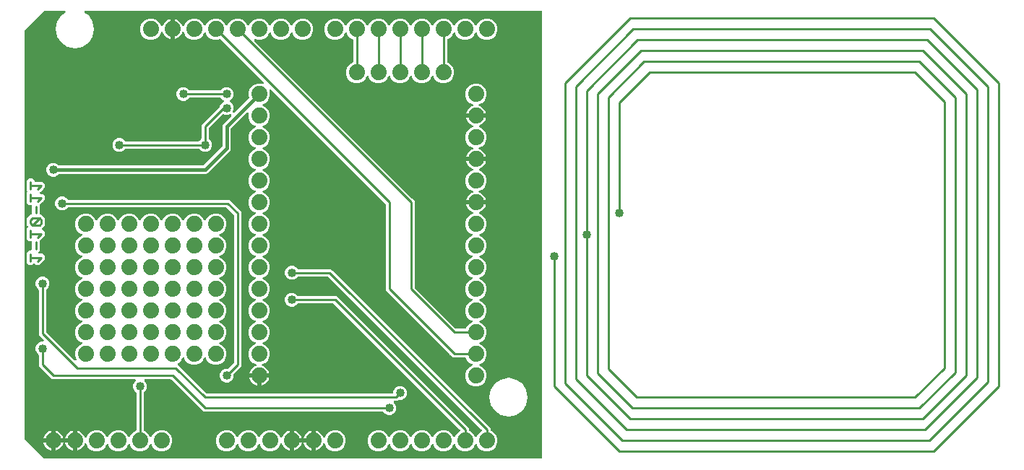
<source format=gbr>
G04 EAGLE Gerber RS-274X export*
G75*
%MOMM*%
%FSLAX34Y34*%
%LPD*%
%INBottom Copper*%
%IPPOS*%
%AMOC8*
5,1,8,0,0,1.08239X$1,22.5*%
G01*
%ADD10C,0.279400*%
%ADD11C,1.879600*%
%ADD12C,0.381000*%
%ADD13C,1.016000*%
%ADD14C,0.254000*%

G36*
X609718Y4080D02*
X609718Y4080D01*
X609837Y4087D01*
X609875Y4100D01*
X609916Y4105D01*
X610026Y4148D01*
X610139Y4185D01*
X610174Y4207D01*
X610211Y4222D01*
X610307Y4291D01*
X610408Y4355D01*
X610436Y4385D01*
X610469Y4408D01*
X610545Y4500D01*
X610626Y4587D01*
X610646Y4622D01*
X610671Y4653D01*
X610722Y4761D01*
X610780Y4865D01*
X610790Y4905D01*
X610807Y4941D01*
X610829Y5058D01*
X610859Y5173D01*
X610863Y5233D01*
X610867Y5253D01*
X610865Y5274D01*
X610869Y5334D01*
X610869Y528066D01*
X610854Y528184D01*
X610847Y528303D01*
X610834Y528341D01*
X610829Y528382D01*
X610786Y528492D01*
X610749Y528605D01*
X610727Y528640D01*
X610712Y528677D01*
X610642Y528773D01*
X610579Y528874D01*
X610549Y528902D01*
X610526Y528935D01*
X610434Y529011D01*
X610347Y529092D01*
X610312Y529112D01*
X610281Y529137D01*
X610173Y529188D01*
X610069Y529246D01*
X610029Y529256D01*
X609993Y529273D01*
X609876Y529295D01*
X609761Y529325D01*
X609700Y529329D01*
X609680Y529333D01*
X609660Y529331D01*
X609600Y529335D01*
X75843Y529335D01*
X75740Y529322D01*
X75635Y529318D01*
X75582Y529302D01*
X75528Y529295D01*
X75431Y529257D01*
X75330Y529227D01*
X75283Y529199D01*
X75232Y529178D01*
X75147Y529117D01*
X75058Y529063D01*
X75019Y529024D01*
X74975Y528992D01*
X74908Y528911D01*
X74835Y528837D01*
X74807Y528789D01*
X74772Y528747D01*
X74727Y528652D01*
X74675Y528562D01*
X74660Y528509D01*
X74636Y528459D01*
X74617Y528356D01*
X74588Y528256D01*
X74587Y528201D01*
X74576Y528147D01*
X74583Y528042D01*
X74580Y527938D01*
X74593Y527884D01*
X74596Y527829D01*
X74628Y527730D01*
X74652Y527628D01*
X74677Y527579D01*
X74694Y527527D01*
X74750Y527438D01*
X74798Y527346D01*
X74835Y527304D01*
X74864Y527258D01*
X74940Y527186D01*
X75010Y527108D01*
X75080Y527055D01*
X75096Y527040D01*
X75109Y527033D01*
X75138Y527011D01*
X79558Y524058D01*
X84480Y516690D01*
X86209Y508000D01*
X84480Y499310D01*
X79558Y491942D01*
X72190Y487020D01*
X63500Y485291D01*
X54810Y487020D01*
X47442Y491942D01*
X42520Y499310D01*
X40791Y508000D01*
X42520Y516690D01*
X47442Y524058D01*
X51862Y527011D01*
X51941Y527079D01*
X52025Y527140D01*
X52061Y527183D01*
X52102Y527219D01*
X52162Y527305D01*
X52228Y527385D01*
X52252Y527435D01*
X52283Y527481D01*
X52319Y527579D01*
X52364Y527673D01*
X52374Y527727D01*
X52393Y527779D01*
X52404Y527883D01*
X52424Y527986D01*
X52420Y528041D01*
X52426Y528095D01*
X52410Y528199D01*
X52404Y528303D01*
X52387Y528355D01*
X52379Y528410D01*
X52338Y528506D01*
X52306Y528605D01*
X52276Y528652D01*
X52255Y528703D01*
X52192Y528786D01*
X52136Y528874D01*
X52095Y528912D01*
X52062Y528956D01*
X51980Y529021D01*
X51904Y529092D01*
X51856Y529119D01*
X51812Y529153D01*
X51717Y529195D01*
X51626Y529246D01*
X51572Y529259D01*
X51522Y529282D01*
X51419Y529299D01*
X51318Y529325D01*
X51229Y529331D01*
X51208Y529334D01*
X51193Y529333D01*
X51157Y529335D01*
X27969Y529335D01*
X27870Y529323D01*
X27771Y529320D01*
X27713Y529303D01*
X27653Y529295D01*
X27561Y529259D01*
X27466Y529231D01*
X27414Y529201D01*
X27357Y529178D01*
X27277Y529120D01*
X27192Y529070D01*
X27117Y529004D01*
X27100Y528992D01*
X27092Y528982D01*
X27071Y528964D01*
X4690Y506583D01*
X4630Y506505D01*
X4562Y506432D01*
X4533Y506379D01*
X4496Y506332D01*
X4456Y506241D01*
X4408Y506154D01*
X4393Y506095D01*
X4369Y506040D01*
X4354Y505942D01*
X4329Y505846D01*
X4323Y505746D01*
X4319Y505726D01*
X4321Y505713D01*
X4319Y505685D01*
X4319Y27715D01*
X4331Y27616D01*
X4334Y27517D01*
X4351Y27459D01*
X4359Y27399D01*
X4395Y27307D01*
X4423Y27212D01*
X4453Y27160D01*
X4476Y27103D01*
X4534Y27023D01*
X4584Y26938D01*
X4650Y26863D01*
X4662Y26846D01*
X4672Y26838D01*
X4690Y26817D01*
X27071Y4436D01*
X27149Y4376D01*
X27221Y4308D01*
X27274Y4279D01*
X27322Y4242D01*
X27413Y4202D01*
X27500Y4154D01*
X27559Y4139D01*
X27614Y4115D01*
X27712Y4100D01*
X27808Y4075D01*
X27908Y4069D01*
X27928Y4065D01*
X27941Y4067D01*
X27969Y4065D01*
X609600Y4065D01*
X609718Y4080D01*
G37*
%LPC*%
G36*
X86424Y12953D02*
X86424Y12953D01*
X81850Y14848D01*
X78348Y18350D01*
X77095Y21375D01*
X77080Y21401D01*
X77071Y21430D01*
X77001Y21539D01*
X76937Y21652D01*
X76916Y21673D01*
X76900Y21698D01*
X76806Y21787D01*
X76716Y21880D01*
X76690Y21896D01*
X76669Y21916D01*
X76555Y21979D01*
X76445Y22046D01*
X76416Y22055D01*
X76390Y22069D01*
X76265Y22102D01*
X76141Y22140D01*
X76111Y22141D01*
X76082Y22149D01*
X75952Y22149D01*
X75823Y22155D01*
X75794Y22149D01*
X75764Y22149D01*
X75639Y22117D01*
X75512Y22091D01*
X75485Y22078D01*
X75456Y22070D01*
X75343Y22008D01*
X75226Y21951D01*
X75203Y21932D01*
X75177Y21917D01*
X75083Y21829D01*
X74984Y21745D01*
X74967Y21720D01*
X74945Y21700D01*
X74876Y21591D01*
X74801Y21485D01*
X74790Y21457D01*
X74774Y21431D01*
X74715Y21282D01*
X74564Y20817D01*
X73711Y19143D01*
X72606Y17622D01*
X71278Y16294D01*
X69757Y15189D01*
X68083Y14336D01*
X66296Y13755D01*
X66039Y13715D01*
X66039Y24130D01*
X66024Y24248D01*
X66017Y24367D01*
X66004Y24405D01*
X65999Y24445D01*
X65956Y24556D01*
X65919Y24669D01*
X65897Y24703D01*
X65882Y24741D01*
X65812Y24837D01*
X65749Y24938D01*
X65719Y24966D01*
X65695Y24998D01*
X65604Y25074D01*
X65517Y25156D01*
X65482Y25175D01*
X65451Y25201D01*
X65343Y25252D01*
X65239Y25309D01*
X65199Y25320D01*
X65163Y25337D01*
X65046Y25359D01*
X64931Y25389D01*
X64870Y25393D01*
X64850Y25397D01*
X64830Y25395D01*
X64770Y25399D01*
X63499Y25399D01*
X63499Y25401D01*
X64770Y25401D01*
X64888Y25416D01*
X65007Y25423D01*
X65045Y25436D01*
X65085Y25441D01*
X65196Y25485D01*
X65309Y25521D01*
X65344Y25543D01*
X65381Y25558D01*
X65477Y25628D01*
X65578Y25691D01*
X65606Y25721D01*
X65639Y25745D01*
X65714Y25836D01*
X65796Y25923D01*
X65816Y25958D01*
X65841Y25990D01*
X65892Y26097D01*
X65950Y26202D01*
X65960Y26241D01*
X65977Y26277D01*
X65999Y26394D01*
X66029Y26509D01*
X66033Y26570D01*
X66037Y26590D01*
X66035Y26610D01*
X66039Y26670D01*
X66039Y37085D01*
X66296Y37045D01*
X68083Y36464D01*
X69757Y35611D01*
X71278Y34506D01*
X72606Y33178D01*
X73711Y31657D01*
X74564Y29983D01*
X74715Y29518D01*
X74728Y29491D01*
X74735Y29462D01*
X74795Y29348D01*
X74850Y29230D01*
X74869Y29207D01*
X74883Y29181D01*
X74970Y29085D01*
X75053Y28985D01*
X75077Y28968D01*
X75097Y28946D01*
X75206Y28874D01*
X75310Y28798D01*
X75338Y28787D01*
X75363Y28771D01*
X75486Y28729D01*
X75606Y28681D01*
X75636Y28677D01*
X75664Y28668D01*
X75793Y28657D01*
X75921Y28641D01*
X75951Y28645D01*
X75981Y28642D01*
X76109Y28665D01*
X76237Y28681D01*
X76265Y28692D01*
X76294Y28697D01*
X76412Y28750D01*
X76533Y28798D01*
X76557Y28815D01*
X76584Y28827D01*
X76685Y28908D01*
X76790Y28984D01*
X76809Y29007D01*
X76833Y29026D01*
X76911Y29130D01*
X76993Y29229D01*
X77006Y29256D01*
X77024Y29280D01*
X77095Y29425D01*
X78348Y32450D01*
X81850Y35952D01*
X86424Y37847D01*
X91376Y37847D01*
X95950Y35952D01*
X99452Y32450D01*
X100427Y30095D01*
X100496Y29975D01*
X100561Y29852D01*
X100575Y29837D01*
X100585Y29819D01*
X100682Y29719D01*
X100775Y29616D01*
X100792Y29605D01*
X100806Y29591D01*
X100925Y29518D01*
X101041Y29442D01*
X101060Y29435D01*
X101077Y29424D01*
X101210Y29384D01*
X101342Y29338D01*
X101362Y29337D01*
X101381Y29331D01*
X101520Y29324D01*
X101659Y29313D01*
X101679Y29317D01*
X101699Y29316D01*
X101835Y29344D01*
X101972Y29368D01*
X101991Y29376D01*
X102010Y29380D01*
X102136Y29441D01*
X102262Y29498D01*
X102278Y29511D01*
X102296Y29520D01*
X102402Y29610D01*
X102510Y29697D01*
X102523Y29713D01*
X102538Y29726D01*
X102618Y29840D01*
X102702Y29951D01*
X102714Y29976D01*
X102721Y29986D01*
X102728Y30005D01*
X102773Y30095D01*
X103748Y32450D01*
X107250Y35952D01*
X111824Y37847D01*
X116776Y37847D01*
X121350Y35952D01*
X124852Y32450D01*
X125827Y30095D01*
X125896Y29975D01*
X125961Y29852D01*
X125975Y29837D01*
X125985Y29819D01*
X126082Y29719D01*
X126175Y29616D01*
X126192Y29605D01*
X126206Y29591D01*
X126325Y29518D01*
X126441Y29442D01*
X126460Y29435D01*
X126477Y29424D01*
X126610Y29384D01*
X126742Y29338D01*
X126762Y29337D01*
X126781Y29331D01*
X126920Y29324D01*
X127059Y29313D01*
X127079Y29317D01*
X127099Y29316D01*
X127235Y29344D01*
X127372Y29368D01*
X127391Y29376D01*
X127410Y29380D01*
X127536Y29441D01*
X127662Y29498D01*
X127678Y29511D01*
X127696Y29520D01*
X127802Y29610D01*
X127910Y29697D01*
X127923Y29713D01*
X127938Y29726D01*
X128018Y29840D01*
X128102Y29951D01*
X128114Y29976D01*
X128121Y29986D01*
X128128Y30005D01*
X128173Y30095D01*
X129148Y32450D01*
X132650Y35952D01*
X134598Y36759D01*
X134623Y36773D01*
X134651Y36783D01*
X134761Y36852D01*
X134874Y36916D01*
X134895Y36937D01*
X134920Y36953D01*
X135009Y37047D01*
X135102Y37138D01*
X135118Y37163D01*
X135138Y37184D01*
X135201Y37298D01*
X135269Y37409D01*
X135277Y37437D01*
X135292Y37463D01*
X135324Y37589D01*
X135362Y37713D01*
X135364Y37742D01*
X135371Y37771D01*
X135381Y37931D01*
X135381Y81197D01*
X135369Y81295D01*
X135366Y81394D01*
X135349Y81453D01*
X135341Y81513D01*
X135305Y81605D01*
X135277Y81700D01*
X135247Y81752D01*
X135224Y81808D01*
X135166Y81888D01*
X135116Y81974D01*
X135050Y82049D01*
X135038Y82066D01*
X135028Y82074D01*
X135010Y82095D01*
X132809Y84295D01*
X131571Y87283D01*
X131571Y90517D01*
X132809Y93505D01*
X134419Y95115D01*
X134504Y95224D01*
X134593Y95331D01*
X134601Y95350D01*
X134614Y95366D01*
X134669Y95494D01*
X134728Y95619D01*
X134732Y95639D01*
X134740Y95658D01*
X134762Y95796D01*
X134788Y95932D01*
X134787Y95952D01*
X134790Y95972D01*
X134777Y96111D01*
X134768Y96249D01*
X134762Y96268D01*
X134760Y96288D01*
X134713Y96420D01*
X134670Y96551D01*
X134659Y96569D01*
X134652Y96588D01*
X134574Y96703D01*
X134500Y96820D01*
X134485Y96834D01*
X134474Y96851D01*
X134370Y96943D01*
X134268Y97038D01*
X134251Y97048D01*
X134235Y97061D01*
X134111Y97125D01*
X133990Y97192D01*
X133970Y97197D01*
X133952Y97206D01*
X133816Y97236D01*
X133682Y97271D01*
X133654Y97273D01*
X133642Y97276D01*
X133621Y97275D01*
X133521Y97281D01*
X36311Y97281D01*
X21081Y112511D01*
X21081Y125647D01*
X21069Y125745D01*
X21066Y125844D01*
X21049Y125903D01*
X21041Y125963D01*
X21005Y126055D01*
X20977Y126150D01*
X20947Y126202D01*
X20924Y126258D01*
X20866Y126338D01*
X20816Y126424D01*
X20750Y126499D01*
X20738Y126516D01*
X20728Y126524D01*
X20710Y126545D01*
X18509Y128745D01*
X17271Y131733D01*
X17271Y134967D01*
X18509Y137955D01*
X20795Y140241D01*
X23783Y141479D01*
X25879Y141479D01*
X26017Y141496D01*
X26156Y141509D01*
X26175Y141516D01*
X26195Y141519D01*
X26324Y141570D01*
X26455Y141617D01*
X26472Y141628D01*
X26491Y141636D01*
X26603Y141717D01*
X26718Y141795D01*
X26732Y141811D01*
X26748Y141822D01*
X26837Y141930D01*
X26929Y142034D01*
X26938Y142052D01*
X26951Y142067D01*
X27010Y142193D01*
X27073Y142317D01*
X27078Y142337D01*
X27086Y142355D01*
X27112Y142491D01*
X27143Y142627D01*
X27142Y142648D01*
X27146Y142667D01*
X27137Y142806D01*
X27133Y142945D01*
X27128Y142965D01*
X27126Y142985D01*
X27084Y143117D01*
X27045Y143251D01*
X27035Y143268D01*
X27028Y143287D01*
X26954Y143405D01*
X26883Y143525D01*
X26865Y143546D01*
X26858Y143556D01*
X26843Y143570D01*
X26777Y143645D01*
X21081Y149341D01*
X21081Y201847D01*
X21069Y201945D01*
X21066Y202044D01*
X21049Y202103D01*
X21041Y202163D01*
X21005Y202255D01*
X20977Y202350D01*
X20947Y202402D01*
X20924Y202458D01*
X20866Y202538D01*
X20816Y202624D01*
X20750Y202699D01*
X20738Y202716D01*
X20728Y202724D01*
X20710Y202745D01*
X18509Y204945D01*
X17271Y207933D01*
X17271Y211167D01*
X18509Y214155D01*
X20795Y216441D01*
X23783Y217679D01*
X27017Y217679D01*
X30005Y216441D01*
X32291Y214155D01*
X33529Y211167D01*
X33529Y207933D01*
X32291Y204945D01*
X30090Y202745D01*
X30030Y202666D01*
X29962Y202594D01*
X29933Y202541D01*
X29896Y202493D01*
X29856Y202402D01*
X29808Y202316D01*
X29793Y202257D01*
X29769Y202202D01*
X29754Y202104D01*
X29729Y202008D01*
X29723Y201908D01*
X29719Y201887D01*
X29721Y201875D01*
X29719Y201847D01*
X29719Y153445D01*
X29731Y153346D01*
X29734Y153247D01*
X29751Y153189D01*
X29759Y153129D01*
X29795Y153037D01*
X29823Y152942D01*
X29853Y152890D01*
X29876Y152833D01*
X29934Y152753D01*
X29984Y152668D01*
X30050Y152593D01*
X30062Y152576D01*
X30072Y152568D01*
X30090Y152547D01*
X63229Y119408D01*
X63284Y119366D01*
X63333Y119315D01*
X63409Y119269D01*
X63481Y119213D01*
X63545Y119186D01*
X63604Y119149D01*
X63690Y119123D01*
X63772Y119087D01*
X63841Y119076D01*
X63908Y119056D01*
X63998Y119051D01*
X64086Y119037D01*
X64156Y119044D01*
X64226Y119041D01*
X64313Y119059D01*
X64403Y119067D01*
X64469Y119091D01*
X64537Y119105D01*
X64618Y119144D01*
X64702Y119175D01*
X64760Y119214D01*
X64823Y119245D01*
X64891Y119303D01*
X64965Y119353D01*
X65012Y119406D01*
X65065Y119451D01*
X65117Y119524D01*
X65176Y119592D01*
X65208Y119654D01*
X65248Y119711D01*
X65280Y119795D01*
X65321Y119875D01*
X65336Y119943D01*
X65361Y120008D01*
X65371Y120098D01*
X65390Y120185D01*
X65388Y120255D01*
X65396Y120324D01*
X65383Y120413D01*
X65381Y120503D01*
X65361Y120570D01*
X65351Y120639D01*
X65299Y120792D01*
X63753Y124524D01*
X63753Y129476D01*
X65648Y134050D01*
X69150Y137552D01*
X71505Y138527D01*
X71625Y138596D01*
X71748Y138661D01*
X71763Y138675D01*
X71781Y138685D01*
X71881Y138782D01*
X71984Y138875D01*
X71995Y138892D01*
X72009Y138906D01*
X72082Y139025D01*
X72158Y139141D01*
X72165Y139160D01*
X72176Y139177D01*
X72216Y139310D01*
X72262Y139442D01*
X72263Y139462D01*
X72269Y139481D01*
X72276Y139620D01*
X72287Y139759D01*
X72283Y139779D01*
X72284Y139799D01*
X72256Y139935D01*
X72232Y140072D01*
X72224Y140091D01*
X72220Y140110D01*
X72159Y140236D01*
X72102Y140362D01*
X72089Y140378D01*
X72080Y140396D01*
X71990Y140502D01*
X71903Y140610D01*
X71887Y140623D01*
X71874Y140638D01*
X71760Y140718D01*
X71649Y140802D01*
X71624Y140814D01*
X71614Y140821D01*
X71595Y140828D01*
X71505Y140873D01*
X69150Y141848D01*
X65648Y145350D01*
X63753Y149924D01*
X63753Y154876D01*
X65648Y159450D01*
X69150Y162952D01*
X71505Y163927D01*
X71625Y163996D01*
X71748Y164061D01*
X71763Y164075D01*
X71781Y164085D01*
X71881Y164182D01*
X71984Y164275D01*
X71995Y164292D01*
X72009Y164306D01*
X72082Y164425D01*
X72158Y164541D01*
X72165Y164560D01*
X72176Y164577D01*
X72216Y164710D01*
X72262Y164842D01*
X72263Y164862D01*
X72269Y164881D01*
X72276Y165020D01*
X72287Y165159D01*
X72283Y165179D01*
X72284Y165199D01*
X72256Y165335D01*
X72232Y165472D01*
X72224Y165491D01*
X72220Y165510D01*
X72159Y165636D01*
X72102Y165762D01*
X72089Y165778D01*
X72080Y165796D01*
X71990Y165902D01*
X71903Y166010D01*
X71887Y166023D01*
X71874Y166038D01*
X71760Y166118D01*
X71649Y166202D01*
X71624Y166214D01*
X71614Y166221D01*
X71595Y166228D01*
X71505Y166273D01*
X69150Y167248D01*
X65648Y170750D01*
X63753Y175324D01*
X63753Y180276D01*
X65648Y184850D01*
X69150Y188352D01*
X71505Y189327D01*
X71625Y189396D01*
X71748Y189461D01*
X71763Y189475D01*
X71781Y189485D01*
X71881Y189582D01*
X71984Y189675D01*
X71995Y189692D01*
X72009Y189706D01*
X72082Y189825D01*
X72158Y189941D01*
X72165Y189960D01*
X72176Y189977D01*
X72216Y190110D01*
X72262Y190242D01*
X72263Y190262D01*
X72269Y190281D01*
X72276Y190420D01*
X72287Y190559D01*
X72283Y190579D01*
X72284Y190599D01*
X72256Y190735D01*
X72232Y190872D01*
X72224Y190891D01*
X72220Y190910D01*
X72159Y191036D01*
X72102Y191162D01*
X72089Y191178D01*
X72080Y191196D01*
X71990Y191302D01*
X71903Y191410D01*
X71887Y191423D01*
X71874Y191438D01*
X71760Y191518D01*
X71649Y191602D01*
X71624Y191614D01*
X71614Y191621D01*
X71595Y191628D01*
X71505Y191673D01*
X69150Y192648D01*
X65648Y196150D01*
X63753Y200724D01*
X63753Y205676D01*
X65648Y210250D01*
X69150Y213752D01*
X71505Y214727D01*
X71625Y214796D01*
X71748Y214861D01*
X71763Y214875D01*
X71781Y214885D01*
X71881Y214982D01*
X71984Y215075D01*
X71995Y215092D01*
X72009Y215106D01*
X72082Y215225D01*
X72158Y215341D01*
X72165Y215360D01*
X72176Y215377D01*
X72216Y215510D01*
X72262Y215642D01*
X72263Y215662D01*
X72269Y215681D01*
X72276Y215820D01*
X72287Y215959D01*
X72283Y215979D01*
X72284Y215999D01*
X72256Y216135D01*
X72232Y216272D01*
X72224Y216291D01*
X72220Y216310D01*
X72159Y216436D01*
X72102Y216562D01*
X72089Y216578D01*
X72080Y216596D01*
X71990Y216702D01*
X71903Y216810D01*
X71887Y216823D01*
X71874Y216838D01*
X71760Y216918D01*
X71649Y217002D01*
X71624Y217014D01*
X71614Y217021D01*
X71595Y217028D01*
X71505Y217073D01*
X69150Y218048D01*
X65648Y221550D01*
X63753Y226124D01*
X63753Y231076D01*
X65648Y235650D01*
X69150Y239152D01*
X71505Y240127D01*
X71625Y240196D01*
X71748Y240261D01*
X71763Y240275D01*
X71781Y240285D01*
X71881Y240382D01*
X71984Y240475D01*
X71995Y240492D01*
X72009Y240506D01*
X72082Y240625D01*
X72158Y240741D01*
X72165Y240760D01*
X72176Y240777D01*
X72216Y240910D01*
X72262Y241042D01*
X72263Y241062D01*
X72269Y241081D01*
X72276Y241220D01*
X72287Y241359D01*
X72283Y241379D01*
X72284Y241399D01*
X72256Y241535D01*
X72232Y241672D01*
X72224Y241691D01*
X72220Y241710D01*
X72159Y241836D01*
X72102Y241962D01*
X72089Y241978D01*
X72080Y241996D01*
X71990Y242102D01*
X71903Y242210D01*
X71887Y242223D01*
X71874Y242238D01*
X71760Y242318D01*
X71649Y242402D01*
X71624Y242414D01*
X71614Y242421D01*
X71595Y242428D01*
X71505Y242473D01*
X69150Y243448D01*
X65648Y246950D01*
X63753Y251524D01*
X63753Y256476D01*
X65648Y261050D01*
X69150Y264552D01*
X71505Y265527D01*
X71625Y265596D01*
X71748Y265661D01*
X71763Y265675D01*
X71781Y265685D01*
X71881Y265782D01*
X71984Y265875D01*
X71995Y265892D01*
X72009Y265906D01*
X72082Y266025D01*
X72158Y266141D01*
X72165Y266160D01*
X72176Y266177D01*
X72216Y266310D01*
X72262Y266442D01*
X72263Y266462D01*
X72269Y266481D01*
X72276Y266620D01*
X72287Y266759D01*
X72283Y266779D01*
X72284Y266799D01*
X72256Y266935D01*
X72232Y267072D01*
X72224Y267091D01*
X72220Y267110D01*
X72159Y267236D01*
X72102Y267362D01*
X72089Y267378D01*
X72080Y267396D01*
X71990Y267502D01*
X71903Y267610D01*
X71887Y267623D01*
X71874Y267638D01*
X71760Y267718D01*
X71649Y267802D01*
X71624Y267814D01*
X71614Y267821D01*
X71595Y267828D01*
X71505Y267873D01*
X69150Y268848D01*
X65648Y272350D01*
X63753Y276924D01*
X63753Y281876D01*
X65648Y286450D01*
X69150Y289952D01*
X73724Y291847D01*
X78676Y291847D01*
X83250Y289952D01*
X86752Y286450D01*
X87727Y284095D01*
X87796Y283975D01*
X87861Y283852D01*
X87875Y283837D01*
X87885Y283819D01*
X87982Y283719D01*
X88075Y283616D01*
X88092Y283605D01*
X88106Y283591D01*
X88224Y283518D01*
X88341Y283442D01*
X88360Y283435D01*
X88377Y283424D01*
X88510Y283384D01*
X88642Y283338D01*
X88662Y283337D01*
X88681Y283331D01*
X88820Y283324D01*
X88959Y283313D01*
X88979Y283317D01*
X88999Y283316D01*
X89135Y283344D01*
X89272Y283368D01*
X89291Y283376D01*
X89310Y283380D01*
X89435Y283441D01*
X89562Y283498D01*
X89578Y283511D01*
X89596Y283520D01*
X89702Y283610D01*
X89810Y283697D01*
X89823Y283713D01*
X89838Y283726D01*
X89918Y283840D01*
X90002Y283951D01*
X90014Y283976D01*
X90021Y283986D01*
X90028Y284005D01*
X90073Y284095D01*
X91048Y286450D01*
X94550Y289952D01*
X99124Y291847D01*
X104076Y291847D01*
X108650Y289952D01*
X112152Y286450D01*
X113127Y284095D01*
X113196Y283975D01*
X113261Y283852D01*
X113275Y283837D01*
X113285Y283819D01*
X113382Y283719D01*
X113475Y283616D01*
X113492Y283605D01*
X113506Y283591D01*
X113624Y283518D01*
X113741Y283442D01*
X113760Y283435D01*
X113777Y283424D01*
X113910Y283384D01*
X114042Y283338D01*
X114062Y283337D01*
X114081Y283331D01*
X114220Y283324D01*
X114359Y283313D01*
X114379Y283317D01*
X114399Y283316D01*
X114535Y283344D01*
X114672Y283368D01*
X114691Y283376D01*
X114710Y283380D01*
X114835Y283441D01*
X114962Y283498D01*
X114978Y283511D01*
X114996Y283520D01*
X115102Y283610D01*
X115210Y283697D01*
X115223Y283713D01*
X115238Y283726D01*
X115318Y283840D01*
X115402Y283951D01*
X115414Y283976D01*
X115421Y283986D01*
X115428Y284005D01*
X115473Y284095D01*
X116448Y286450D01*
X119950Y289952D01*
X124524Y291847D01*
X129476Y291847D01*
X134050Y289952D01*
X137552Y286450D01*
X138527Y284095D01*
X138596Y283975D01*
X138661Y283852D01*
X138675Y283837D01*
X138685Y283819D01*
X138782Y283719D01*
X138875Y283616D01*
X138892Y283605D01*
X138906Y283591D01*
X139025Y283518D01*
X139141Y283442D01*
X139160Y283435D01*
X139177Y283424D01*
X139310Y283384D01*
X139442Y283338D01*
X139462Y283337D01*
X139481Y283331D01*
X139620Y283324D01*
X139759Y283313D01*
X139779Y283317D01*
X139799Y283316D01*
X139935Y283344D01*
X140072Y283368D01*
X140091Y283376D01*
X140110Y283380D01*
X140236Y283441D01*
X140362Y283498D01*
X140378Y283511D01*
X140396Y283520D01*
X140502Y283610D01*
X140610Y283697D01*
X140623Y283713D01*
X140638Y283726D01*
X140718Y283840D01*
X140802Y283951D01*
X140814Y283976D01*
X140821Y283986D01*
X140828Y284005D01*
X140873Y284095D01*
X141848Y286450D01*
X145350Y289952D01*
X149924Y291847D01*
X154876Y291847D01*
X159450Y289952D01*
X162952Y286451D01*
X163927Y284095D01*
X163996Y283974D01*
X164061Y283852D01*
X164075Y283837D01*
X164085Y283819D01*
X164182Y283719D01*
X164275Y283616D01*
X164292Y283605D01*
X164306Y283591D01*
X164424Y283518D01*
X164541Y283442D01*
X164560Y283435D01*
X164577Y283424D01*
X164710Y283384D01*
X164842Y283338D01*
X164862Y283337D01*
X164881Y283331D01*
X165020Y283324D01*
X165159Y283313D01*
X165179Y283317D01*
X165199Y283316D01*
X165335Y283344D01*
X165472Y283368D01*
X165491Y283376D01*
X165510Y283380D01*
X165635Y283441D01*
X165762Y283498D01*
X165778Y283511D01*
X165796Y283520D01*
X165902Y283610D01*
X166010Y283697D01*
X166023Y283713D01*
X166038Y283726D01*
X166118Y283840D01*
X166202Y283951D01*
X166214Y283976D01*
X166221Y283986D01*
X166228Y284005D01*
X166273Y284095D01*
X167248Y286450D01*
X170750Y289952D01*
X175324Y291847D01*
X180276Y291847D01*
X184850Y289952D01*
X188352Y286451D01*
X189327Y284095D01*
X189396Y283974D01*
X189461Y283852D01*
X189475Y283837D01*
X189485Y283819D01*
X189582Y283719D01*
X189675Y283616D01*
X189692Y283605D01*
X189706Y283591D01*
X189824Y283518D01*
X189941Y283442D01*
X189960Y283435D01*
X189977Y283424D01*
X190110Y283384D01*
X190242Y283338D01*
X190262Y283337D01*
X190281Y283331D01*
X190420Y283324D01*
X190559Y283313D01*
X190579Y283317D01*
X190599Y283316D01*
X190735Y283344D01*
X190872Y283368D01*
X190891Y283376D01*
X190910Y283380D01*
X191035Y283441D01*
X191162Y283498D01*
X191178Y283511D01*
X191196Y283520D01*
X191302Y283610D01*
X191410Y283697D01*
X191423Y283713D01*
X191438Y283726D01*
X191518Y283840D01*
X191602Y283951D01*
X191614Y283976D01*
X191621Y283986D01*
X191628Y284005D01*
X191673Y284095D01*
X192648Y286450D01*
X196150Y289952D01*
X200724Y291847D01*
X205676Y291847D01*
X210250Y289952D01*
X213752Y286450D01*
X214727Y284095D01*
X214796Y283975D01*
X214861Y283852D01*
X214875Y283837D01*
X214885Y283819D01*
X214982Y283719D01*
X215075Y283616D01*
X215092Y283605D01*
X215106Y283591D01*
X215224Y283518D01*
X215341Y283442D01*
X215360Y283435D01*
X215377Y283424D01*
X215510Y283384D01*
X215642Y283338D01*
X215662Y283337D01*
X215681Y283331D01*
X215820Y283324D01*
X215959Y283313D01*
X215979Y283317D01*
X215999Y283316D01*
X216135Y283344D01*
X216272Y283368D01*
X216291Y283376D01*
X216310Y283380D01*
X216435Y283441D01*
X216562Y283498D01*
X216578Y283511D01*
X216596Y283520D01*
X216702Y283610D01*
X216810Y283697D01*
X216823Y283713D01*
X216838Y283726D01*
X216918Y283840D01*
X217002Y283951D01*
X217014Y283976D01*
X217021Y283986D01*
X217028Y284005D01*
X217073Y284095D01*
X218048Y286450D01*
X221550Y289952D01*
X226124Y291847D01*
X231076Y291847D01*
X235650Y289952D01*
X239152Y286450D01*
X241047Y281876D01*
X241047Y276924D01*
X239152Y272350D01*
X235650Y268848D01*
X233295Y267873D01*
X233175Y267804D01*
X233052Y267739D01*
X233037Y267725D01*
X233019Y267715D01*
X232919Y267618D01*
X232816Y267525D01*
X232805Y267508D01*
X232791Y267494D01*
X232718Y267376D01*
X232642Y267259D01*
X232635Y267240D01*
X232624Y267223D01*
X232584Y267090D01*
X232538Y266958D01*
X232537Y266938D01*
X232531Y266919D01*
X232524Y266780D01*
X232513Y266641D01*
X232517Y266621D01*
X232516Y266601D01*
X232544Y266465D01*
X232568Y266328D01*
X232576Y266309D01*
X232580Y266290D01*
X232641Y266165D01*
X232698Y266038D01*
X232711Y266022D01*
X232720Y266004D01*
X232810Y265898D01*
X232897Y265790D01*
X232913Y265777D01*
X232926Y265762D01*
X233040Y265682D01*
X233151Y265598D01*
X233176Y265586D01*
X233186Y265579D01*
X233205Y265572D01*
X233295Y265527D01*
X235650Y264552D01*
X239152Y261050D01*
X241047Y256476D01*
X241047Y251524D01*
X239152Y246950D01*
X235650Y243448D01*
X233295Y242473D01*
X233175Y242404D01*
X233052Y242339D01*
X233037Y242325D01*
X233019Y242315D01*
X232919Y242218D01*
X232816Y242125D01*
X232805Y242108D01*
X232791Y242094D01*
X232718Y241976D01*
X232642Y241859D01*
X232635Y241840D01*
X232624Y241823D01*
X232584Y241690D01*
X232538Y241558D01*
X232537Y241538D01*
X232531Y241519D01*
X232524Y241380D01*
X232513Y241241D01*
X232517Y241221D01*
X232516Y241201D01*
X232544Y241065D01*
X232568Y240928D01*
X232576Y240909D01*
X232580Y240890D01*
X232641Y240765D01*
X232698Y240638D01*
X232711Y240622D01*
X232720Y240604D01*
X232810Y240498D01*
X232897Y240390D01*
X232913Y240377D01*
X232926Y240362D01*
X233040Y240282D01*
X233151Y240198D01*
X233176Y240186D01*
X233186Y240179D01*
X233205Y240172D01*
X233295Y240127D01*
X235650Y239152D01*
X239152Y235650D01*
X241047Y231076D01*
X241047Y226124D01*
X239152Y221550D01*
X235650Y218048D01*
X233295Y217073D01*
X233175Y217004D01*
X233052Y216939D01*
X233037Y216925D01*
X233019Y216915D01*
X232919Y216818D01*
X232816Y216725D01*
X232805Y216708D01*
X232791Y216694D01*
X232718Y216576D01*
X232642Y216459D01*
X232635Y216440D01*
X232624Y216423D01*
X232584Y216290D01*
X232538Y216158D01*
X232537Y216138D01*
X232531Y216119D01*
X232524Y215980D01*
X232513Y215841D01*
X232517Y215821D01*
X232516Y215801D01*
X232544Y215665D01*
X232568Y215528D01*
X232576Y215509D01*
X232580Y215490D01*
X232641Y215365D01*
X232698Y215238D01*
X232711Y215222D01*
X232720Y215204D01*
X232810Y215098D01*
X232897Y214990D01*
X232913Y214977D01*
X232926Y214962D01*
X233040Y214882D01*
X233151Y214798D01*
X233176Y214786D01*
X233186Y214779D01*
X233205Y214772D01*
X233295Y214727D01*
X235650Y213752D01*
X239152Y210250D01*
X241047Y205676D01*
X241047Y200724D01*
X239152Y196150D01*
X235650Y192648D01*
X233295Y191673D01*
X233175Y191604D01*
X233052Y191539D01*
X233037Y191525D01*
X233019Y191515D01*
X232919Y191418D01*
X232816Y191325D01*
X232805Y191308D01*
X232791Y191294D01*
X232718Y191176D01*
X232642Y191059D01*
X232635Y191040D01*
X232624Y191023D01*
X232584Y190890D01*
X232538Y190758D01*
X232537Y190738D01*
X232531Y190719D01*
X232524Y190580D01*
X232513Y190441D01*
X232517Y190421D01*
X232516Y190401D01*
X232544Y190265D01*
X232568Y190128D01*
X232576Y190109D01*
X232580Y190090D01*
X232641Y189965D01*
X232698Y189838D01*
X232711Y189822D01*
X232720Y189804D01*
X232810Y189698D01*
X232897Y189590D01*
X232913Y189577D01*
X232926Y189562D01*
X233040Y189482D01*
X233151Y189398D01*
X233176Y189386D01*
X233186Y189379D01*
X233205Y189372D01*
X233295Y189327D01*
X235650Y188352D01*
X239152Y184850D01*
X241047Y180276D01*
X241047Y175324D01*
X239152Y170750D01*
X235650Y167248D01*
X233295Y166273D01*
X233175Y166204D01*
X233052Y166139D01*
X233037Y166125D01*
X233019Y166115D01*
X232919Y166018D01*
X232816Y165925D01*
X232805Y165908D01*
X232791Y165894D01*
X232718Y165776D01*
X232642Y165659D01*
X232635Y165640D01*
X232624Y165623D01*
X232584Y165490D01*
X232538Y165358D01*
X232537Y165338D01*
X232531Y165319D01*
X232524Y165180D01*
X232513Y165041D01*
X232517Y165021D01*
X232516Y165001D01*
X232544Y164865D01*
X232568Y164728D01*
X232576Y164709D01*
X232580Y164690D01*
X232641Y164565D01*
X232698Y164438D01*
X232711Y164422D01*
X232720Y164404D01*
X232810Y164298D01*
X232897Y164190D01*
X232913Y164177D01*
X232926Y164162D01*
X233040Y164082D01*
X233151Y163998D01*
X233176Y163986D01*
X233186Y163979D01*
X233205Y163972D01*
X233295Y163927D01*
X235650Y162952D01*
X239152Y159450D01*
X241047Y154876D01*
X241047Y149924D01*
X239152Y145350D01*
X235650Y141848D01*
X233295Y140873D01*
X233175Y140804D01*
X233052Y140739D01*
X233037Y140725D01*
X233019Y140715D01*
X232919Y140618D01*
X232816Y140525D01*
X232805Y140508D01*
X232791Y140494D01*
X232718Y140376D01*
X232642Y140259D01*
X232635Y140240D01*
X232624Y140223D01*
X232584Y140090D01*
X232538Y139958D01*
X232537Y139938D01*
X232531Y139919D01*
X232524Y139780D01*
X232513Y139641D01*
X232517Y139621D01*
X232516Y139601D01*
X232544Y139465D01*
X232568Y139328D01*
X232576Y139309D01*
X232580Y139290D01*
X232641Y139165D01*
X232698Y139038D01*
X232711Y139022D01*
X232720Y139004D01*
X232810Y138898D01*
X232897Y138790D01*
X232913Y138777D01*
X232926Y138762D01*
X233040Y138682D01*
X233151Y138598D01*
X233176Y138586D01*
X233186Y138579D01*
X233205Y138572D01*
X233295Y138527D01*
X235650Y137552D01*
X239152Y134050D01*
X241047Y129476D01*
X241047Y124524D01*
X239152Y119950D01*
X235650Y116448D01*
X231076Y114553D01*
X226124Y114553D01*
X221550Y116448D01*
X218048Y119950D01*
X217073Y122305D01*
X217004Y122425D01*
X216939Y122548D01*
X216925Y122563D01*
X216915Y122581D01*
X216818Y122681D01*
X216725Y122784D01*
X216708Y122795D01*
X216694Y122809D01*
X216575Y122882D01*
X216459Y122958D01*
X216440Y122965D01*
X216423Y122976D01*
X216290Y123016D01*
X216158Y123062D01*
X216138Y123063D01*
X216119Y123069D01*
X215980Y123076D01*
X215841Y123087D01*
X215821Y123083D01*
X215801Y123084D01*
X215665Y123056D01*
X215528Y123032D01*
X215509Y123024D01*
X215490Y123020D01*
X215364Y122959D01*
X215238Y122902D01*
X215222Y122889D01*
X215204Y122880D01*
X215098Y122790D01*
X214990Y122703D01*
X214977Y122687D01*
X214962Y122674D01*
X214882Y122560D01*
X214798Y122449D01*
X214786Y122424D01*
X214779Y122414D01*
X214772Y122395D01*
X214727Y122305D01*
X213752Y119950D01*
X210250Y116448D01*
X205676Y114553D01*
X200724Y114553D01*
X196150Y116448D01*
X192648Y119950D01*
X191673Y122305D01*
X191604Y122425D01*
X191539Y122548D01*
X191525Y122563D01*
X191515Y122581D01*
X191418Y122681D01*
X191325Y122784D01*
X191308Y122795D01*
X191294Y122809D01*
X191175Y122882D01*
X191059Y122958D01*
X191040Y122965D01*
X191023Y122976D01*
X190890Y123017D01*
X190758Y123062D01*
X190738Y123063D01*
X190719Y123069D01*
X190580Y123076D01*
X190441Y123087D01*
X190421Y123083D01*
X190401Y123084D01*
X190265Y123056D01*
X190128Y123032D01*
X190109Y123024D01*
X190090Y123020D01*
X189964Y122959D01*
X189838Y122902D01*
X189822Y122889D01*
X189804Y122880D01*
X189698Y122790D01*
X189590Y122703D01*
X189577Y122687D01*
X189562Y122674D01*
X189482Y122560D01*
X189398Y122449D01*
X189386Y122424D01*
X189379Y122414D01*
X189372Y122395D01*
X189327Y122305D01*
X188352Y119949D01*
X184850Y116448D01*
X184420Y116270D01*
X184377Y116245D01*
X184330Y116228D01*
X184239Y116167D01*
X184144Y116112D01*
X184108Y116078D01*
X184067Y116050D01*
X183994Y115967D01*
X183915Y115891D01*
X183889Y115849D01*
X183856Y115811D01*
X183806Y115713D01*
X183749Y115620D01*
X183734Y115572D01*
X183712Y115528D01*
X183688Y115421D01*
X183655Y115316D01*
X183653Y115266D01*
X183642Y115218D01*
X183645Y115108D01*
X183640Y114998D01*
X183650Y114950D01*
X183652Y114900D01*
X183682Y114794D01*
X183704Y114687D01*
X183726Y114642D01*
X183740Y114594D01*
X183796Y114500D01*
X183844Y114401D01*
X183876Y114363D01*
X183902Y114320D01*
X184008Y114200D01*
X217317Y80890D01*
X217395Y80830D01*
X217468Y80762D01*
X217521Y80733D01*
X217568Y80696D01*
X217659Y80656D01*
X217746Y80608D01*
X217805Y80593D01*
X217860Y80569D01*
X217958Y80554D01*
X218054Y80529D01*
X218154Y80523D01*
X218174Y80519D01*
X218187Y80521D01*
X218215Y80519D01*
X435102Y80519D01*
X435220Y80534D01*
X435339Y80541D01*
X435377Y80554D01*
X435418Y80559D01*
X435528Y80602D01*
X435641Y80639D01*
X435676Y80661D01*
X435713Y80676D01*
X435809Y80745D01*
X435910Y80809D01*
X435938Y80839D01*
X435971Y80862D01*
X436047Y80954D01*
X436128Y81041D01*
X436148Y81076D01*
X436173Y81107D01*
X436224Y81215D01*
X436282Y81319D01*
X436292Y81359D01*
X436309Y81395D01*
X436331Y81512D01*
X436361Y81627D01*
X436365Y81687D01*
X436369Y81707D01*
X436367Y81728D01*
X436371Y81788D01*
X436371Y82897D01*
X437609Y85885D01*
X439895Y88171D01*
X442883Y89409D01*
X446117Y89409D01*
X449105Y88171D01*
X451391Y85885D01*
X452629Y82897D01*
X452629Y79663D01*
X451391Y76675D01*
X449105Y74389D01*
X446117Y73151D01*
X443005Y73151D01*
X442906Y73139D01*
X442807Y73136D01*
X442749Y73119D01*
X442689Y73111D01*
X442597Y73075D01*
X442502Y73047D01*
X442450Y73017D01*
X442393Y72994D01*
X442313Y72936D01*
X442228Y72886D01*
X442153Y72820D01*
X442136Y72808D01*
X442128Y72798D01*
X442107Y72780D01*
X441209Y71881D01*
X437979Y71881D01*
X437841Y71864D01*
X437702Y71851D01*
X437683Y71844D01*
X437663Y71841D01*
X437534Y71790D01*
X437403Y71743D01*
X437386Y71732D01*
X437368Y71724D01*
X437255Y71643D01*
X437140Y71565D01*
X437127Y71549D01*
X437110Y71538D01*
X437021Y71430D01*
X436929Y71326D01*
X436920Y71308D01*
X436907Y71293D01*
X436848Y71167D01*
X436785Y71043D01*
X436780Y71023D01*
X436772Y71005D01*
X436746Y70868D01*
X436715Y70733D01*
X436716Y70712D01*
X436712Y70693D01*
X436721Y70554D01*
X436725Y70415D01*
X436731Y70395D01*
X436732Y70375D01*
X436775Y70243D01*
X436813Y70109D01*
X436824Y70092D01*
X436830Y70073D01*
X436904Y69955D01*
X436975Y69835D01*
X436993Y69814D01*
X437000Y69804D01*
X437015Y69790D01*
X437081Y69715D01*
X438691Y68105D01*
X439929Y65117D01*
X439929Y61883D01*
X438691Y58895D01*
X436405Y56609D01*
X433417Y55371D01*
X430183Y55371D01*
X427195Y56609D01*
X424995Y58810D01*
X424916Y58870D01*
X424844Y58938D01*
X424791Y58967D01*
X424743Y59004D01*
X424652Y59044D01*
X424566Y59092D01*
X424507Y59107D01*
X424452Y59131D01*
X424354Y59146D01*
X424258Y59171D01*
X424158Y59177D01*
X424137Y59181D01*
X424125Y59179D01*
X424097Y59181D01*
X214111Y59181D01*
X176383Y96910D01*
X176305Y96970D01*
X176232Y97038D01*
X176179Y97067D01*
X176132Y97104D01*
X176041Y97144D01*
X175954Y97192D01*
X175895Y97207D01*
X175840Y97231D01*
X175742Y97246D01*
X175646Y97271D01*
X175546Y97277D01*
X175526Y97281D01*
X175513Y97279D01*
X175485Y97281D01*
X145879Y97281D01*
X145741Y97264D01*
X145602Y97251D01*
X145583Y97244D01*
X145563Y97241D01*
X145434Y97190D01*
X145303Y97143D01*
X145286Y97132D01*
X145268Y97124D01*
X145155Y97043D01*
X145040Y96965D01*
X145027Y96949D01*
X145010Y96938D01*
X144921Y96830D01*
X144829Y96726D01*
X144820Y96708D01*
X144807Y96693D01*
X144748Y96567D01*
X144685Y96443D01*
X144680Y96423D01*
X144672Y96405D01*
X144646Y96268D01*
X144615Y96133D01*
X144616Y96112D01*
X144612Y96093D01*
X144621Y95954D01*
X144625Y95815D01*
X144631Y95795D01*
X144632Y95775D01*
X144675Y95643D01*
X144713Y95509D01*
X144724Y95492D01*
X144730Y95473D01*
X144804Y95355D01*
X144875Y95235D01*
X144893Y95214D01*
X144900Y95204D01*
X144915Y95190D01*
X144981Y95115D01*
X146591Y93505D01*
X147829Y90517D01*
X147829Y87283D01*
X146591Y84295D01*
X144390Y82095D01*
X144330Y82016D01*
X144262Y81944D01*
X144233Y81891D01*
X144196Y81843D01*
X144156Y81752D01*
X144108Y81666D01*
X144093Y81607D01*
X144069Y81552D01*
X144054Y81454D01*
X144029Y81358D01*
X144023Y81258D01*
X144019Y81237D01*
X144021Y81225D01*
X144019Y81197D01*
X144019Y37931D01*
X144022Y37902D01*
X144020Y37873D01*
X144042Y37745D01*
X144059Y37616D01*
X144069Y37589D01*
X144074Y37559D01*
X144128Y37441D01*
X144176Y37320D01*
X144193Y37296D01*
X144205Y37269D01*
X144286Y37168D01*
X144362Y37063D01*
X144385Y37044D01*
X144404Y37021D01*
X144507Y36943D01*
X144607Y36860D01*
X144634Y36847D01*
X144658Y36830D01*
X144802Y36759D01*
X146750Y35952D01*
X150252Y32450D01*
X151227Y30095D01*
X151296Y29975D01*
X151361Y29852D01*
X151375Y29837D01*
X151385Y29819D01*
X151482Y29719D01*
X151575Y29616D01*
X151592Y29605D01*
X151606Y29591D01*
X151725Y29518D01*
X151841Y29442D01*
X151860Y29435D01*
X151877Y29424D01*
X152010Y29384D01*
X152142Y29338D01*
X152162Y29337D01*
X152181Y29331D01*
X152320Y29324D01*
X152459Y29313D01*
X152479Y29317D01*
X152499Y29316D01*
X152635Y29344D01*
X152772Y29368D01*
X152791Y29376D01*
X152810Y29380D01*
X152936Y29441D01*
X153062Y29498D01*
X153078Y29511D01*
X153096Y29520D01*
X153202Y29610D01*
X153310Y29697D01*
X153323Y29713D01*
X153338Y29726D01*
X153418Y29840D01*
X153502Y29951D01*
X153514Y29976D01*
X153521Y29986D01*
X153528Y30005D01*
X153573Y30095D01*
X154548Y32450D01*
X158050Y35952D01*
X162624Y37847D01*
X167576Y37847D01*
X172150Y35952D01*
X175652Y32450D01*
X177547Y27876D01*
X177547Y22924D01*
X175652Y18350D01*
X172150Y14848D01*
X167576Y12953D01*
X162624Y12953D01*
X158050Y14848D01*
X154548Y18350D01*
X153573Y20705D01*
X153504Y20825D01*
X153439Y20948D01*
X153425Y20963D01*
X153415Y20981D01*
X153318Y21081D01*
X153225Y21184D01*
X153208Y21195D01*
X153194Y21209D01*
X153076Y21282D01*
X152959Y21358D01*
X152940Y21365D01*
X152923Y21376D01*
X152790Y21416D01*
X152658Y21462D01*
X152638Y21463D01*
X152619Y21469D01*
X152480Y21476D01*
X152341Y21487D01*
X152321Y21483D01*
X152301Y21484D01*
X152165Y21456D01*
X152028Y21432D01*
X152009Y21424D01*
X151990Y21420D01*
X151865Y21359D01*
X151738Y21302D01*
X151722Y21289D01*
X151704Y21280D01*
X151598Y21190D01*
X151490Y21103D01*
X151477Y21087D01*
X151462Y21074D01*
X151382Y20960D01*
X151298Y20849D01*
X151286Y20824D01*
X151279Y20814D01*
X151272Y20795D01*
X151227Y20705D01*
X150252Y18350D01*
X146750Y14848D01*
X142176Y12953D01*
X137224Y12953D01*
X132650Y14848D01*
X129148Y18350D01*
X128173Y20705D01*
X128104Y20825D01*
X128039Y20948D01*
X128025Y20963D01*
X128015Y20981D01*
X127918Y21081D01*
X127825Y21184D01*
X127808Y21195D01*
X127794Y21209D01*
X127676Y21282D01*
X127559Y21358D01*
X127540Y21365D01*
X127523Y21376D01*
X127390Y21416D01*
X127258Y21462D01*
X127238Y21463D01*
X127219Y21469D01*
X127080Y21476D01*
X126941Y21487D01*
X126921Y21483D01*
X126901Y21484D01*
X126765Y21456D01*
X126628Y21432D01*
X126609Y21424D01*
X126590Y21420D01*
X126465Y21359D01*
X126338Y21302D01*
X126322Y21289D01*
X126304Y21280D01*
X126198Y21190D01*
X126090Y21103D01*
X126077Y21087D01*
X126062Y21074D01*
X125982Y20960D01*
X125898Y20849D01*
X125886Y20824D01*
X125879Y20814D01*
X125872Y20795D01*
X125827Y20705D01*
X124852Y18350D01*
X121350Y14848D01*
X116776Y12953D01*
X111824Y12953D01*
X107250Y14848D01*
X103748Y18350D01*
X102773Y20705D01*
X102704Y20825D01*
X102639Y20948D01*
X102625Y20963D01*
X102615Y20981D01*
X102518Y21081D01*
X102425Y21184D01*
X102408Y21195D01*
X102394Y21209D01*
X102276Y21282D01*
X102159Y21358D01*
X102140Y21365D01*
X102123Y21376D01*
X101990Y21416D01*
X101858Y21462D01*
X101838Y21463D01*
X101819Y21469D01*
X101680Y21476D01*
X101541Y21487D01*
X101521Y21483D01*
X101501Y21484D01*
X101365Y21456D01*
X101228Y21432D01*
X101209Y21424D01*
X101190Y21420D01*
X101065Y21359D01*
X100938Y21302D01*
X100922Y21289D01*
X100904Y21280D01*
X100798Y21190D01*
X100690Y21103D01*
X100677Y21087D01*
X100662Y21074D01*
X100582Y20960D01*
X100498Y20849D01*
X100486Y20824D01*
X100479Y20814D01*
X100472Y20795D01*
X100427Y20705D01*
X99452Y18350D01*
X95950Y14848D01*
X91376Y12953D01*
X86424Y12953D01*
G37*
%LPD*%
%LPC*%
G36*
X530924Y89153D02*
X530924Y89153D01*
X526350Y91048D01*
X522848Y94550D01*
X520953Y99124D01*
X520953Y104076D01*
X522848Y108650D01*
X526350Y112152D01*
X528705Y113127D01*
X528825Y113196D01*
X528948Y113261D01*
X528963Y113275D01*
X528981Y113285D01*
X529081Y113382D01*
X529184Y113475D01*
X529195Y113492D01*
X529209Y113506D01*
X529282Y113624D01*
X529358Y113741D01*
X529365Y113760D01*
X529376Y113777D01*
X529416Y113910D01*
X529462Y114042D01*
X529463Y114062D01*
X529469Y114081D01*
X529476Y114220D01*
X529487Y114359D01*
X529483Y114379D01*
X529484Y114399D01*
X529456Y114535D01*
X529432Y114672D01*
X529424Y114691D01*
X529420Y114710D01*
X529359Y114835D01*
X529302Y114962D01*
X529289Y114978D01*
X529280Y114996D01*
X529190Y115102D01*
X529103Y115210D01*
X529087Y115223D01*
X529074Y115238D01*
X528960Y115318D01*
X528849Y115402D01*
X528824Y115414D01*
X528814Y115421D01*
X528795Y115428D01*
X528705Y115473D01*
X526350Y116448D01*
X522848Y119950D01*
X522041Y121898D01*
X522027Y121923D01*
X522017Y121951D01*
X521948Y122061D01*
X521884Y122174D01*
X521863Y122195D01*
X521847Y122220D01*
X521753Y122309D01*
X521662Y122402D01*
X521637Y122418D01*
X521616Y122438D01*
X521502Y122501D01*
X521391Y122569D01*
X521363Y122577D01*
X521337Y122592D01*
X521211Y122624D01*
X521087Y122662D01*
X521058Y122664D01*
X521029Y122671D01*
X520869Y122681D01*
X506211Y122681D01*
X503310Y125583D01*
X427481Y201411D01*
X427481Y302485D01*
X427469Y302584D01*
X427466Y302683D01*
X427449Y302741D01*
X427441Y302801D01*
X427405Y302893D01*
X427377Y302988D01*
X427347Y303040D01*
X427324Y303097D01*
X427266Y303177D01*
X427216Y303262D01*
X427150Y303337D01*
X427138Y303354D01*
X427128Y303362D01*
X427110Y303383D01*
X293269Y437224D01*
X293214Y437266D01*
X293165Y437316D01*
X293089Y437363D01*
X293018Y437419D01*
X292953Y437446D01*
X292894Y437483D01*
X292808Y437509D01*
X292726Y437545D01*
X292657Y437556D01*
X292590Y437576D01*
X292501Y437581D01*
X292412Y437595D01*
X292342Y437588D01*
X292272Y437591D01*
X292185Y437573D01*
X292095Y437565D01*
X292029Y437541D01*
X291961Y437527D01*
X291880Y437488D01*
X291796Y437457D01*
X291738Y437418D01*
X291675Y437387D01*
X291607Y437329D01*
X291533Y437279D01*
X291486Y437226D01*
X291433Y437181D01*
X291382Y437108D01*
X291322Y437040D01*
X291290Y436978D01*
X291250Y436921D01*
X291218Y436837D01*
X291177Y436757D01*
X291162Y436689D01*
X291137Y436624D01*
X291127Y436534D01*
X291108Y436447D01*
X291110Y436377D01*
X291102Y436308D01*
X291115Y436219D01*
X291117Y436129D01*
X291137Y436062D01*
X291147Y435993D01*
X291199Y435840D01*
X291847Y434276D01*
X291847Y429324D01*
X289952Y424750D01*
X286450Y421248D01*
X284095Y420273D01*
X284037Y420239D01*
X283993Y420222D01*
X283950Y420191D01*
X283852Y420139D01*
X283837Y420125D01*
X283819Y420115D01*
X283740Y420038D01*
X283735Y420035D01*
X283731Y420030D01*
X283719Y420018D01*
X283616Y419925D01*
X283605Y419908D01*
X283591Y419894D01*
X283518Y419776D01*
X283442Y419659D01*
X283435Y419640D01*
X283424Y419623D01*
X283384Y419490D01*
X283338Y419358D01*
X283337Y419338D01*
X283331Y419319D01*
X283324Y419180D01*
X283313Y419041D01*
X283317Y419021D01*
X283316Y419001D01*
X283344Y418865D01*
X283368Y418728D01*
X283376Y418709D01*
X283380Y418690D01*
X283441Y418565D01*
X283498Y418438D01*
X283511Y418422D01*
X283520Y418404D01*
X283610Y418298D01*
X283697Y418190D01*
X283713Y418177D01*
X283726Y418162D01*
X283840Y418082D01*
X283951Y417998D01*
X283976Y417986D01*
X283986Y417979D01*
X284005Y417972D01*
X284095Y417927D01*
X286450Y416952D01*
X289952Y413450D01*
X291847Y408876D01*
X291847Y403924D01*
X289952Y399350D01*
X286450Y395848D01*
X284095Y394873D01*
X284041Y394842D01*
X284029Y394837D01*
X284015Y394827D01*
X283975Y394804D01*
X283852Y394739D01*
X283837Y394725D01*
X283819Y394715D01*
X283719Y394618D01*
X283616Y394525D01*
X283605Y394508D01*
X283591Y394494D01*
X283518Y394376D01*
X283442Y394259D01*
X283435Y394240D01*
X283424Y394223D01*
X283384Y394090D01*
X283338Y393958D01*
X283337Y393938D01*
X283331Y393919D01*
X283324Y393780D01*
X283313Y393641D01*
X283317Y393621D01*
X283316Y393601D01*
X283344Y393465D01*
X283368Y393328D01*
X283376Y393309D01*
X283380Y393290D01*
X283441Y393165D01*
X283498Y393038D01*
X283511Y393022D01*
X283520Y393004D01*
X283610Y392898D01*
X283697Y392790D01*
X283713Y392777D01*
X283726Y392762D01*
X283840Y392682D01*
X283951Y392598D01*
X283976Y392586D01*
X283986Y392579D01*
X284005Y392572D01*
X284095Y392527D01*
X286450Y391552D01*
X289952Y388050D01*
X291847Y383476D01*
X291847Y378524D01*
X289952Y373950D01*
X286450Y370448D01*
X284095Y369473D01*
X283975Y369404D01*
X283852Y369339D01*
X283837Y369325D01*
X283819Y369315D01*
X283719Y369218D01*
X283616Y369125D01*
X283605Y369108D01*
X283591Y369094D01*
X283518Y368976D01*
X283442Y368859D01*
X283435Y368840D01*
X283424Y368823D01*
X283384Y368690D01*
X283338Y368558D01*
X283337Y368538D01*
X283331Y368519D01*
X283324Y368380D01*
X283313Y368241D01*
X283317Y368221D01*
X283316Y368201D01*
X283344Y368065D01*
X283368Y367928D01*
X283376Y367909D01*
X283380Y367890D01*
X283441Y367765D01*
X283498Y367638D01*
X283511Y367622D01*
X283520Y367604D01*
X283610Y367498D01*
X283697Y367390D01*
X283713Y367377D01*
X283726Y367362D01*
X283840Y367282D01*
X283951Y367198D01*
X283976Y367186D01*
X283986Y367179D01*
X284005Y367172D01*
X284095Y367127D01*
X286450Y366152D01*
X289952Y362650D01*
X291847Y358076D01*
X291847Y353124D01*
X289952Y348550D01*
X286450Y345048D01*
X284095Y344073D01*
X283975Y344004D01*
X283852Y343939D01*
X283837Y343925D01*
X283819Y343915D01*
X283719Y343818D01*
X283616Y343725D01*
X283605Y343708D01*
X283591Y343694D01*
X283518Y343576D01*
X283442Y343459D01*
X283435Y343440D01*
X283424Y343423D01*
X283384Y343290D01*
X283338Y343158D01*
X283337Y343138D01*
X283331Y343119D01*
X283324Y342980D01*
X283313Y342841D01*
X283317Y342821D01*
X283316Y342801D01*
X283344Y342665D01*
X283368Y342528D01*
X283376Y342509D01*
X283380Y342490D01*
X283441Y342365D01*
X283498Y342238D01*
X283511Y342222D01*
X283520Y342204D01*
X283610Y342098D01*
X283697Y341990D01*
X283713Y341977D01*
X283726Y341962D01*
X283840Y341882D01*
X283951Y341798D01*
X283976Y341786D01*
X283986Y341779D01*
X284005Y341772D01*
X284095Y341727D01*
X286450Y340752D01*
X289952Y337250D01*
X291847Y332676D01*
X291847Y327724D01*
X289952Y323150D01*
X286450Y319648D01*
X284095Y318673D01*
X283975Y318604D01*
X283852Y318539D01*
X283837Y318525D01*
X283819Y318515D01*
X283719Y318418D01*
X283616Y318325D01*
X283605Y318308D01*
X283591Y318294D01*
X283518Y318176D01*
X283442Y318059D01*
X283435Y318040D01*
X283424Y318023D01*
X283384Y317890D01*
X283338Y317758D01*
X283337Y317738D01*
X283331Y317719D01*
X283324Y317580D01*
X283313Y317441D01*
X283317Y317421D01*
X283316Y317401D01*
X283344Y317265D01*
X283368Y317128D01*
X283376Y317109D01*
X283380Y317090D01*
X283441Y316965D01*
X283498Y316838D01*
X283511Y316822D01*
X283520Y316804D01*
X283610Y316698D01*
X283697Y316590D01*
X283713Y316577D01*
X283726Y316562D01*
X283840Y316482D01*
X283951Y316398D01*
X283976Y316386D01*
X283986Y316379D01*
X284005Y316372D01*
X284095Y316327D01*
X286450Y315352D01*
X289952Y311850D01*
X291847Y307276D01*
X291847Y302324D01*
X289952Y297750D01*
X286450Y294248D01*
X284095Y293273D01*
X283975Y293204D01*
X283852Y293139D01*
X283837Y293125D01*
X283819Y293115D01*
X283719Y293018D01*
X283616Y292925D01*
X283605Y292908D01*
X283591Y292894D01*
X283518Y292775D01*
X283442Y292659D01*
X283435Y292640D01*
X283424Y292623D01*
X283384Y292490D01*
X283338Y292358D01*
X283337Y292338D01*
X283331Y292319D01*
X283324Y292180D01*
X283313Y292041D01*
X283317Y292021D01*
X283316Y292001D01*
X283344Y291865D01*
X283368Y291728D01*
X283376Y291709D01*
X283380Y291690D01*
X283441Y291564D01*
X283498Y291438D01*
X283511Y291422D01*
X283520Y291404D01*
X283610Y291298D01*
X283697Y291190D01*
X283713Y291177D01*
X283726Y291162D01*
X283840Y291082D01*
X283951Y290998D01*
X283976Y290986D01*
X283986Y290979D01*
X284005Y290972D01*
X284095Y290927D01*
X286450Y289952D01*
X289952Y286450D01*
X291847Y281876D01*
X291847Y276924D01*
X289952Y272350D01*
X286451Y268848D01*
X284095Y267873D01*
X283974Y267804D01*
X283852Y267739D01*
X283837Y267725D01*
X283819Y267715D01*
X283719Y267618D01*
X283616Y267525D01*
X283605Y267508D01*
X283591Y267494D01*
X283518Y267376D01*
X283442Y267259D01*
X283435Y267240D01*
X283424Y267223D01*
X283384Y267090D01*
X283338Y266958D01*
X283337Y266938D01*
X283331Y266919D01*
X283324Y266780D01*
X283313Y266641D01*
X283317Y266621D01*
X283316Y266601D01*
X283344Y266465D01*
X283368Y266328D01*
X283376Y266309D01*
X283380Y266290D01*
X283441Y266165D01*
X283498Y266038D01*
X283511Y266022D01*
X283520Y266004D01*
X283610Y265898D01*
X283697Y265790D01*
X283713Y265777D01*
X283726Y265762D01*
X283840Y265682D01*
X283951Y265598D01*
X283976Y265586D01*
X283986Y265579D01*
X284005Y265572D01*
X284095Y265527D01*
X286450Y264552D01*
X289952Y261050D01*
X291847Y256476D01*
X291847Y251524D01*
X289952Y246950D01*
X286451Y243448D01*
X284095Y242473D01*
X283974Y242404D01*
X283852Y242339D01*
X283837Y242325D01*
X283819Y242315D01*
X283719Y242218D01*
X283616Y242125D01*
X283605Y242108D01*
X283591Y242094D01*
X283518Y241976D01*
X283442Y241859D01*
X283435Y241840D01*
X283424Y241823D01*
X283384Y241690D01*
X283338Y241558D01*
X283337Y241538D01*
X283331Y241519D01*
X283324Y241380D01*
X283313Y241241D01*
X283317Y241221D01*
X283316Y241201D01*
X283344Y241065D01*
X283368Y240928D01*
X283376Y240909D01*
X283380Y240890D01*
X283441Y240765D01*
X283498Y240638D01*
X283511Y240622D01*
X283520Y240604D01*
X283610Y240498D01*
X283697Y240390D01*
X283713Y240377D01*
X283726Y240362D01*
X283840Y240282D01*
X283951Y240198D01*
X283976Y240186D01*
X283986Y240179D01*
X284005Y240172D01*
X284095Y240127D01*
X286450Y239152D01*
X289952Y235650D01*
X291847Y231076D01*
X291847Y226124D01*
X289952Y221550D01*
X286451Y218048D01*
X284095Y217073D01*
X283974Y217004D01*
X283852Y216939D01*
X283837Y216925D01*
X283819Y216915D01*
X283719Y216818D01*
X283616Y216725D01*
X283605Y216708D01*
X283591Y216694D01*
X283518Y216576D01*
X283442Y216459D01*
X283435Y216440D01*
X283424Y216423D01*
X283384Y216290D01*
X283338Y216158D01*
X283337Y216138D01*
X283331Y216119D01*
X283324Y215980D01*
X283313Y215841D01*
X283317Y215821D01*
X283316Y215801D01*
X283344Y215665D01*
X283368Y215528D01*
X283376Y215509D01*
X283380Y215490D01*
X283441Y215365D01*
X283498Y215238D01*
X283511Y215222D01*
X283520Y215204D01*
X283610Y215098D01*
X283697Y214990D01*
X283713Y214977D01*
X283726Y214962D01*
X283840Y214882D01*
X283951Y214798D01*
X283976Y214786D01*
X283986Y214779D01*
X284005Y214772D01*
X284095Y214727D01*
X286450Y213752D01*
X289952Y210250D01*
X291847Y205676D01*
X291847Y200724D01*
X289952Y196150D01*
X286451Y192648D01*
X284095Y191673D01*
X283974Y191604D01*
X283852Y191539D01*
X283837Y191525D01*
X283819Y191515D01*
X283719Y191418D01*
X283616Y191325D01*
X283605Y191308D01*
X283591Y191294D01*
X283518Y191176D01*
X283442Y191059D01*
X283435Y191040D01*
X283424Y191023D01*
X283384Y190890D01*
X283338Y190758D01*
X283337Y190738D01*
X283331Y190719D01*
X283324Y190580D01*
X283313Y190441D01*
X283317Y190421D01*
X283316Y190401D01*
X283344Y190265D01*
X283368Y190128D01*
X283376Y190109D01*
X283380Y190090D01*
X283441Y189965D01*
X283498Y189838D01*
X283511Y189822D01*
X283520Y189804D01*
X283610Y189698D01*
X283697Y189590D01*
X283713Y189577D01*
X283726Y189562D01*
X283840Y189482D01*
X283951Y189398D01*
X283976Y189386D01*
X283986Y189379D01*
X284005Y189372D01*
X284095Y189327D01*
X286450Y188352D01*
X289952Y184850D01*
X291847Y180276D01*
X291847Y175324D01*
X289952Y170750D01*
X286451Y167248D01*
X284095Y166273D01*
X283974Y166204D01*
X283852Y166139D01*
X283837Y166125D01*
X283819Y166115D01*
X283719Y166018D01*
X283616Y165925D01*
X283605Y165908D01*
X283591Y165894D01*
X283518Y165776D01*
X283442Y165659D01*
X283435Y165640D01*
X283424Y165623D01*
X283384Y165490D01*
X283338Y165358D01*
X283337Y165338D01*
X283331Y165319D01*
X283324Y165180D01*
X283313Y165041D01*
X283317Y165021D01*
X283316Y165001D01*
X283344Y164865D01*
X283368Y164728D01*
X283376Y164709D01*
X283380Y164690D01*
X283441Y164565D01*
X283498Y164438D01*
X283511Y164422D01*
X283520Y164404D01*
X283610Y164298D01*
X283697Y164190D01*
X283713Y164177D01*
X283726Y164162D01*
X283840Y164082D01*
X283951Y163998D01*
X283976Y163986D01*
X283986Y163979D01*
X284005Y163972D01*
X284095Y163927D01*
X286450Y162952D01*
X289952Y159450D01*
X291847Y154876D01*
X291847Y149924D01*
X289952Y145350D01*
X286451Y141848D01*
X284095Y140873D01*
X283974Y140804D01*
X283852Y140739D01*
X283837Y140725D01*
X283819Y140715D01*
X283719Y140618D01*
X283616Y140525D01*
X283605Y140508D01*
X283591Y140494D01*
X283518Y140376D01*
X283442Y140259D01*
X283435Y140240D01*
X283424Y140223D01*
X283384Y140090D01*
X283338Y139958D01*
X283337Y139938D01*
X283331Y139919D01*
X283324Y139780D01*
X283313Y139641D01*
X283317Y139621D01*
X283316Y139601D01*
X283344Y139465D01*
X283368Y139328D01*
X283376Y139309D01*
X283380Y139290D01*
X283441Y139165D01*
X283498Y139038D01*
X283511Y139022D01*
X283520Y139004D01*
X283610Y138898D01*
X283697Y138790D01*
X283713Y138777D01*
X283726Y138762D01*
X283840Y138682D01*
X283951Y138598D01*
X283976Y138586D01*
X283986Y138579D01*
X284005Y138572D01*
X284095Y138527D01*
X286450Y137552D01*
X289952Y134050D01*
X291847Y129476D01*
X291847Y124524D01*
X289952Y119950D01*
X286450Y116448D01*
X283425Y115195D01*
X283399Y115180D01*
X283370Y115171D01*
X283261Y115101D01*
X283148Y115037D01*
X283127Y115016D01*
X283102Y115000D01*
X283013Y114906D01*
X282920Y114816D01*
X282904Y114790D01*
X282884Y114769D01*
X282821Y114655D01*
X282754Y114545D01*
X282745Y114516D01*
X282731Y114490D01*
X282698Y114365D01*
X282660Y114241D01*
X282659Y114211D01*
X282651Y114182D01*
X282651Y114052D01*
X282645Y113923D01*
X282651Y113894D01*
X282651Y113864D01*
X282683Y113739D01*
X282709Y113612D01*
X282722Y113585D01*
X282730Y113556D01*
X282792Y113443D01*
X282849Y113326D01*
X282868Y113303D01*
X282883Y113277D01*
X282971Y113183D01*
X283055Y113084D01*
X283080Y113067D01*
X283100Y113045D01*
X283209Y112976D01*
X283315Y112901D01*
X283343Y112890D01*
X283369Y112874D01*
X283518Y112815D01*
X283983Y112664D01*
X285657Y111811D01*
X287178Y110706D01*
X288506Y109378D01*
X289611Y107857D01*
X290464Y106183D01*
X291045Y104396D01*
X291085Y104139D01*
X280670Y104139D01*
X280552Y104124D01*
X280433Y104117D01*
X280395Y104104D01*
X280355Y104099D01*
X280244Y104056D01*
X280131Y104019D01*
X280097Y103997D01*
X280059Y103982D01*
X279963Y103912D01*
X279862Y103849D01*
X279834Y103819D01*
X279802Y103795D01*
X279726Y103704D01*
X279644Y103617D01*
X279625Y103582D01*
X279599Y103551D01*
X279548Y103443D01*
X279491Y103339D01*
X279480Y103299D01*
X279463Y103263D01*
X279441Y103146D01*
X279411Y103031D01*
X279407Y102970D01*
X279403Y102950D01*
X279405Y102930D01*
X279401Y102870D01*
X279401Y101599D01*
X279399Y101599D01*
X279399Y102870D01*
X279384Y102988D01*
X279377Y103107D01*
X279364Y103145D01*
X279359Y103185D01*
X279315Y103296D01*
X279279Y103409D01*
X279257Y103444D01*
X279242Y103481D01*
X279172Y103577D01*
X279109Y103678D01*
X279079Y103706D01*
X279055Y103739D01*
X278964Y103814D01*
X278877Y103896D01*
X278842Y103916D01*
X278810Y103941D01*
X278703Y103992D01*
X278598Y104050D01*
X278559Y104060D01*
X278523Y104077D01*
X278406Y104099D01*
X278291Y104129D01*
X278230Y104133D01*
X278210Y104137D01*
X278190Y104135D01*
X278130Y104139D01*
X267715Y104139D01*
X267755Y104396D01*
X268336Y106183D01*
X269189Y107857D01*
X270294Y109378D01*
X271622Y110706D01*
X273143Y111811D01*
X274817Y112664D01*
X275282Y112815D01*
X275309Y112828D01*
X275338Y112835D01*
X275452Y112895D01*
X275570Y112950D01*
X275593Y112969D01*
X275619Y112983D01*
X275715Y113070D01*
X275815Y113153D01*
X275832Y113177D01*
X275854Y113197D01*
X275926Y113306D01*
X276002Y113410D01*
X276013Y113438D01*
X276029Y113463D01*
X276071Y113586D01*
X276119Y113706D01*
X276123Y113736D01*
X276132Y113764D01*
X276143Y113893D01*
X276159Y114021D01*
X276155Y114051D01*
X276158Y114081D01*
X276135Y114209D01*
X276119Y114337D01*
X276108Y114365D01*
X276103Y114394D01*
X276050Y114512D01*
X276002Y114633D01*
X275985Y114657D01*
X275973Y114684D01*
X275892Y114785D01*
X275816Y114890D01*
X275793Y114909D01*
X275774Y114933D01*
X275670Y115011D01*
X275571Y115093D01*
X275544Y115106D01*
X275520Y115124D01*
X275375Y115195D01*
X272350Y116448D01*
X268848Y119950D01*
X266953Y124524D01*
X266953Y129476D01*
X268848Y134050D01*
X272350Y137552D01*
X274705Y138527D01*
X274825Y138596D01*
X274948Y138661D01*
X274963Y138675D01*
X274981Y138685D01*
X275081Y138782D01*
X275184Y138875D01*
X275195Y138892D01*
X275209Y138906D01*
X275282Y139025D01*
X275358Y139141D01*
X275365Y139160D01*
X275376Y139177D01*
X275417Y139310D01*
X275462Y139442D01*
X275463Y139462D01*
X275469Y139481D01*
X275476Y139620D01*
X275487Y139759D01*
X275483Y139779D01*
X275484Y139799D01*
X275456Y139935D01*
X275432Y140072D01*
X275424Y140091D01*
X275420Y140110D01*
X275359Y140236D01*
X275302Y140362D01*
X275289Y140378D01*
X275280Y140396D01*
X275190Y140502D01*
X275103Y140610D01*
X275087Y140623D01*
X275074Y140638D01*
X274960Y140718D01*
X274849Y140802D01*
X274824Y140814D01*
X274814Y140821D01*
X274795Y140828D01*
X274705Y140873D01*
X272349Y141848D01*
X268848Y145350D01*
X266953Y149924D01*
X266953Y154876D01*
X268848Y159450D01*
X272350Y162952D01*
X274705Y163927D01*
X274825Y163996D01*
X274948Y164061D01*
X274963Y164075D01*
X274981Y164085D01*
X275081Y164182D01*
X275184Y164275D01*
X275195Y164292D01*
X275209Y164306D01*
X275282Y164425D01*
X275358Y164541D01*
X275365Y164560D01*
X275376Y164577D01*
X275417Y164710D01*
X275462Y164842D01*
X275463Y164862D01*
X275469Y164881D01*
X275476Y165020D01*
X275487Y165159D01*
X275483Y165179D01*
X275484Y165199D01*
X275456Y165335D01*
X275432Y165472D01*
X275424Y165491D01*
X275420Y165510D01*
X275359Y165636D01*
X275302Y165762D01*
X275289Y165778D01*
X275280Y165796D01*
X275190Y165902D01*
X275103Y166010D01*
X275087Y166023D01*
X275074Y166038D01*
X274960Y166118D01*
X274849Y166202D01*
X274824Y166214D01*
X274814Y166221D01*
X274795Y166228D01*
X274705Y166273D01*
X272349Y167248D01*
X268848Y170750D01*
X266953Y175324D01*
X266953Y180276D01*
X268848Y184850D01*
X272350Y188352D01*
X274705Y189327D01*
X274825Y189396D01*
X274948Y189461D01*
X274963Y189475D01*
X274981Y189485D01*
X275081Y189582D01*
X275184Y189675D01*
X275195Y189692D01*
X275209Y189706D01*
X275282Y189825D01*
X275358Y189941D01*
X275365Y189960D01*
X275376Y189977D01*
X275417Y190110D01*
X275462Y190242D01*
X275463Y190262D01*
X275469Y190281D01*
X275476Y190420D01*
X275487Y190559D01*
X275483Y190579D01*
X275484Y190599D01*
X275456Y190735D01*
X275432Y190872D01*
X275424Y190891D01*
X275420Y190910D01*
X275359Y191036D01*
X275302Y191162D01*
X275289Y191178D01*
X275280Y191196D01*
X275190Y191302D01*
X275103Y191410D01*
X275087Y191423D01*
X275074Y191438D01*
X274960Y191518D01*
X274849Y191602D01*
X274824Y191614D01*
X274814Y191621D01*
X274795Y191628D01*
X274705Y191673D01*
X272349Y192648D01*
X268848Y196150D01*
X266953Y200724D01*
X266953Y205676D01*
X268848Y210250D01*
X272350Y213752D01*
X274705Y214727D01*
X274825Y214796D01*
X274948Y214861D01*
X274963Y214875D01*
X274981Y214885D01*
X275081Y214982D01*
X275184Y215075D01*
X275195Y215092D01*
X275209Y215106D01*
X275282Y215225D01*
X275358Y215341D01*
X275365Y215360D01*
X275376Y215377D01*
X275417Y215510D01*
X275462Y215642D01*
X275463Y215662D01*
X275469Y215681D01*
X275476Y215820D01*
X275487Y215959D01*
X275483Y215979D01*
X275484Y215999D01*
X275456Y216135D01*
X275432Y216272D01*
X275424Y216291D01*
X275420Y216310D01*
X275359Y216436D01*
X275302Y216562D01*
X275289Y216578D01*
X275280Y216596D01*
X275190Y216702D01*
X275103Y216810D01*
X275087Y216823D01*
X275074Y216838D01*
X274960Y216918D01*
X274849Y217002D01*
X274824Y217014D01*
X274814Y217021D01*
X274795Y217028D01*
X274705Y217073D01*
X272349Y218048D01*
X268848Y221550D01*
X266953Y226124D01*
X266953Y231076D01*
X268848Y235650D01*
X272350Y239152D01*
X274705Y240127D01*
X274825Y240196D01*
X274948Y240261D01*
X274963Y240275D01*
X274981Y240285D01*
X275081Y240382D01*
X275184Y240475D01*
X275195Y240492D01*
X275209Y240506D01*
X275282Y240625D01*
X275358Y240741D01*
X275365Y240760D01*
X275376Y240777D01*
X275417Y240910D01*
X275462Y241042D01*
X275463Y241062D01*
X275469Y241081D01*
X275476Y241220D01*
X275487Y241359D01*
X275483Y241379D01*
X275484Y241399D01*
X275456Y241535D01*
X275432Y241672D01*
X275424Y241691D01*
X275420Y241710D01*
X275359Y241836D01*
X275302Y241962D01*
X275289Y241978D01*
X275280Y241996D01*
X275190Y242102D01*
X275103Y242210D01*
X275087Y242223D01*
X275074Y242238D01*
X274960Y242318D01*
X274849Y242402D01*
X274824Y242414D01*
X274814Y242421D01*
X274795Y242428D01*
X274705Y242473D01*
X272349Y243448D01*
X268848Y246950D01*
X266953Y251524D01*
X266953Y256476D01*
X268848Y261050D01*
X272350Y264552D01*
X274705Y265527D01*
X274825Y265596D01*
X274948Y265661D01*
X274963Y265675D01*
X274981Y265685D01*
X275081Y265782D01*
X275184Y265875D01*
X275195Y265892D01*
X275209Y265906D01*
X275282Y266025D01*
X275358Y266141D01*
X275365Y266160D01*
X275376Y266177D01*
X275417Y266310D01*
X275462Y266442D01*
X275463Y266462D01*
X275469Y266481D01*
X275476Y266620D01*
X275487Y266759D01*
X275483Y266779D01*
X275484Y266799D01*
X275456Y266935D01*
X275432Y267072D01*
X275424Y267091D01*
X275420Y267110D01*
X275359Y267236D01*
X275302Y267362D01*
X275289Y267378D01*
X275280Y267396D01*
X275190Y267502D01*
X275103Y267610D01*
X275087Y267623D01*
X275074Y267638D01*
X274960Y267718D01*
X274849Y267802D01*
X274824Y267814D01*
X274814Y267821D01*
X274795Y267828D01*
X274705Y267873D01*
X272349Y268848D01*
X268848Y272350D01*
X266953Y276924D01*
X266953Y281876D01*
X268848Y286450D01*
X272350Y289952D01*
X274705Y290927D01*
X274825Y290996D01*
X274948Y291061D01*
X274963Y291075D01*
X274981Y291085D01*
X275081Y291182D01*
X275184Y291275D01*
X275195Y291292D01*
X275209Y291306D01*
X275282Y291424D01*
X275358Y291541D01*
X275365Y291560D01*
X275376Y291577D01*
X275416Y291710D01*
X275462Y291842D01*
X275463Y291862D01*
X275469Y291881D01*
X275476Y292020D01*
X275487Y292159D01*
X275483Y292179D01*
X275484Y292199D01*
X275456Y292335D01*
X275432Y292472D01*
X275424Y292491D01*
X275420Y292510D01*
X275359Y292635D01*
X275302Y292762D01*
X275289Y292778D01*
X275280Y292796D01*
X275190Y292902D01*
X275103Y293010D01*
X275087Y293023D01*
X275074Y293038D01*
X274960Y293118D01*
X274849Y293202D01*
X274824Y293214D01*
X274814Y293221D01*
X274795Y293228D01*
X274705Y293273D01*
X272350Y294248D01*
X268848Y297750D01*
X266953Y302324D01*
X266953Y307276D01*
X268848Y311850D01*
X272350Y315352D01*
X274705Y316327D01*
X274825Y316396D01*
X274948Y316461D01*
X274963Y316475D01*
X274981Y316485D01*
X275081Y316582D01*
X275184Y316675D01*
X275195Y316692D01*
X275209Y316706D01*
X275282Y316825D01*
X275358Y316941D01*
X275365Y316960D01*
X275376Y316977D01*
X275416Y317110D01*
X275462Y317242D01*
X275463Y317262D01*
X275469Y317281D01*
X275476Y317420D01*
X275487Y317559D01*
X275483Y317579D01*
X275484Y317599D01*
X275456Y317735D01*
X275432Y317872D01*
X275424Y317891D01*
X275420Y317910D01*
X275359Y318036D01*
X275302Y318162D01*
X275289Y318178D01*
X275280Y318196D01*
X275190Y318302D01*
X275103Y318410D01*
X275087Y318423D01*
X275074Y318438D01*
X274960Y318518D01*
X274849Y318602D01*
X274824Y318614D01*
X274814Y318621D01*
X274795Y318628D01*
X274705Y318673D01*
X272350Y319648D01*
X268848Y323150D01*
X266953Y327724D01*
X266953Y332676D01*
X268848Y337250D01*
X272350Y340752D01*
X274705Y341727D01*
X274825Y341796D01*
X274948Y341861D01*
X274963Y341875D01*
X274981Y341885D01*
X275081Y341982D01*
X275184Y342075D01*
X275195Y342092D01*
X275209Y342106D01*
X275282Y342225D01*
X275358Y342341D01*
X275365Y342360D01*
X275376Y342377D01*
X275416Y342510D01*
X275462Y342642D01*
X275463Y342662D01*
X275469Y342681D01*
X275476Y342820D01*
X275487Y342959D01*
X275483Y342979D01*
X275484Y342999D01*
X275456Y343135D01*
X275432Y343272D01*
X275424Y343291D01*
X275420Y343310D01*
X275359Y343436D01*
X275302Y343562D01*
X275289Y343578D01*
X275280Y343596D01*
X275190Y343702D01*
X275103Y343810D01*
X275087Y343823D01*
X275074Y343838D01*
X274960Y343918D01*
X274849Y344002D01*
X274824Y344014D01*
X274814Y344021D01*
X274795Y344028D01*
X274705Y344073D01*
X272350Y345048D01*
X268848Y348550D01*
X266953Y353124D01*
X266953Y358076D01*
X268848Y362650D01*
X272350Y366152D01*
X274705Y367127D01*
X274825Y367196D01*
X274948Y367261D01*
X274963Y367275D01*
X274981Y367285D01*
X275081Y367382D01*
X275184Y367475D01*
X275195Y367492D01*
X275209Y367506D01*
X275282Y367625D01*
X275358Y367741D01*
X275365Y367760D01*
X275376Y367777D01*
X275416Y367910D01*
X275462Y368042D01*
X275463Y368062D01*
X275469Y368081D01*
X275476Y368220D01*
X275487Y368359D01*
X275483Y368379D01*
X275484Y368399D01*
X275456Y368535D01*
X275432Y368672D01*
X275424Y368691D01*
X275420Y368710D01*
X275359Y368836D01*
X275302Y368962D01*
X275289Y368978D01*
X275280Y368996D01*
X275190Y369102D01*
X275103Y369210D01*
X275087Y369223D01*
X275074Y369238D01*
X274960Y369318D01*
X274849Y369402D01*
X274824Y369414D01*
X274814Y369421D01*
X274795Y369428D01*
X274705Y369473D01*
X272350Y370448D01*
X268848Y373950D01*
X266953Y378524D01*
X266953Y383476D01*
X268848Y388050D01*
X272350Y391552D01*
X274705Y392527D01*
X274825Y392596D01*
X274948Y392661D01*
X274963Y392675D01*
X274981Y392685D01*
X275081Y392782D01*
X275184Y392875D01*
X275195Y392892D01*
X275209Y392906D01*
X275282Y393025D01*
X275358Y393141D01*
X275365Y393160D01*
X275376Y393177D01*
X275416Y393310D01*
X275462Y393442D01*
X275463Y393462D01*
X275469Y393481D01*
X275476Y393620D01*
X275487Y393759D01*
X275483Y393779D01*
X275484Y393799D01*
X275456Y393935D01*
X275432Y394072D01*
X275424Y394091D01*
X275420Y394110D01*
X275359Y394236D01*
X275302Y394362D01*
X275289Y394378D01*
X275280Y394396D01*
X275190Y394502D01*
X275103Y394610D01*
X275087Y394623D01*
X275074Y394638D01*
X274960Y394718D01*
X274849Y394802D01*
X274824Y394814D01*
X274814Y394821D01*
X274795Y394828D01*
X274705Y394873D01*
X272350Y395848D01*
X268848Y399350D01*
X266953Y403924D01*
X266953Y408876D01*
X266966Y408907D01*
X266985Y408975D01*
X267012Y409039D01*
X267027Y409127D01*
X267050Y409214D01*
X267051Y409284D01*
X267062Y409353D01*
X267054Y409442D01*
X267055Y409532D01*
X267039Y409600D01*
X267033Y409669D01*
X267002Y409754D01*
X266981Y409841D01*
X266949Y409903D01*
X266925Y409969D01*
X266874Y410043D01*
X266832Y410122D01*
X266786Y410174D01*
X266746Y410232D01*
X266679Y410291D01*
X266619Y410358D01*
X266560Y410396D01*
X266508Y410442D01*
X266428Y410483D01*
X266353Y410533D01*
X266287Y410555D01*
X266225Y410587D01*
X266137Y410607D01*
X266052Y410636D01*
X265982Y410641D01*
X265914Y410657D01*
X265825Y410654D01*
X265735Y410661D01*
X265666Y410649D01*
X265596Y410647D01*
X265510Y410622D01*
X265422Y410607D01*
X265358Y410578D01*
X265291Y410559D01*
X265214Y410513D01*
X265132Y410476D01*
X265077Y410432D01*
X265017Y410397D01*
X264896Y410291D01*
X246625Y392020D01*
X246565Y391942D01*
X246497Y391869D01*
X246468Y391816D01*
X246431Y391769D01*
X246391Y391678D01*
X246343Y391591D01*
X246328Y391532D01*
X246304Y391477D01*
X246289Y391379D01*
X246264Y391283D01*
X246258Y391183D01*
X246254Y391163D01*
X246256Y391150D01*
X246254Y391122D01*
X246254Y367315D01*
X245500Y365494D01*
X218706Y338700D01*
X216885Y337946D01*
X45168Y337946D01*
X45070Y337934D01*
X44971Y337931D01*
X44912Y337914D01*
X44852Y337906D01*
X44760Y337870D01*
X44665Y337842D01*
X44613Y337812D01*
X44557Y337789D01*
X44477Y337731D01*
X44391Y337681D01*
X44316Y337615D01*
X44299Y337603D01*
X44291Y337593D01*
X44270Y337575D01*
X42705Y336009D01*
X39717Y334771D01*
X36483Y334771D01*
X33495Y336009D01*
X31209Y338295D01*
X29971Y341283D01*
X29971Y344517D01*
X31209Y347505D01*
X33495Y349791D01*
X36483Y351029D01*
X39717Y351029D01*
X42705Y349791D01*
X44270Y348225D01*
X44349Y348165D01*
X44421Y348097D01*
X44474Y348068D01*
X44522Y348031D01*
X44613Y347991D01*
X44699Y347943D01*
X44758Y347928D01*
X44813Y347904D01*
X44911Y347889D01*
X45007Y347864D01*
X45107Y347858D01*
X45128Y347854D01*
X45140Y347856D01*
X45168Y347854D01*
X213322Y347854D01*
X213421Y347866D01*
X213520Y347869D01*
X213578Y347886D01*
X213638Y347894D01*
X213730Y347930D01*
X213825Y347958D01*
X213877Y347988D01*
X213934Y348011D01*
X214014Y348069D01*
X214099Y348119D01*
X214174Y348185D01*
X214191Y348197D01*
X214199Y348207D01*
X214220Y348225D01*
X235975Y369980D01*
X236035Y370058D01*
X236103Y370131D01*
X236123Y370167D01*
X236148Y370197D01*
X236157Y370215D01*
X236169Y370231D01*
X236209Y370322D01*
X236257Y370409D01*
X236267Y370449D01*
X236284Y370485D01*
X236288Y370504D01*
X236296Y370523D01*
X236311Y370621D01*
X236336Y370717D01*
X236340Y370778D01*
X236344Y370797D01*
X236342Y370817D01*
X236346Y370837D01*
X236344Y370850D01*
X236346Y370878D01*
X236346Y394685D01*
X237100Y396506D01*
X246665Y406071D01*
X246708Y406126D01*
X246758Y406174D01*
X246805Y406251D01*
X246860Y406322D01*
X246888Y406386D01*
X246924Y406446D01*
X246951Y406531D01*
X246986Y406614D01*
X246997Y406683D01*
X247018Y406749D01*
X247022Y406839D01*
X247036Y406928D01*
X247030Y406998D01*
X247033Y407067D01*
X247015Y407155D01*
X247006Y407245D01*
X246983Y407310D01*
X246969Y407379D01*
X246929Y407459D01*
X246899Y407544D01*
X246860Y407602D01*
X246829Y407664D01*
X246771Y407733D01*
X246720Y407807D01*
X246668Y407853D01*
X246623Y407906D01*
X246549Y407958D01*
X246482Y408017D01*
X246420Y408049D01*
X246363Y408089D01*
X246279Y408121D01*
X246199Y408162D01*
X246131Y408177D01*
X246065Y408202D01*
X245976Y408212D01*
X245888Y408232D01*
X245819Y408230D01*
X245749Y408237D01*
X245660Y408225D01*
X245570Y408222D01*
X245503Y408203D01*
X245434Y408193D01*
X245282Y408141D01*
X242917Y407161D01*
X239683Y407161D01*
X237487Y408071D01*
X237458Y408079D01*
X237432Y408092D01*
X237305Y408121D01*
X237180Y408155D01*
X237150Y408155D01*
X237122Y408162D01*
X236992Y408158D01*
X236862Y408160D01*
X236833Y408153D01*
X236804Y408152D01*
X236679Y408116D01*
X236553Y408086D01*
X236527Y408072D01*
X236498Y408064D01*
X236387Y407998D01*
X236272Y407937D01*
X236250Y407917D01*
X236224Y407902D01*
X236104Y407796D01*
X220590Y392283D01*
X220530Y392205D01*
X220462Y392132D01*
X220433Y392079D01*
X220396Y392032D01*
X220356Y391941D01*
X220308Y391854D01*
X220293Y391795D01*
X220269Y391740D01*
X220254Y391642D01*
X220229Y391546D01*
X220223Y391446D01*
X220219Y391426D01*
X220221Y391413D01*
X220219Y391385D01*
X220219Y379813D01*
X220231Y379715D01*
X220234Y379616D01*
X220251Y379557D01*
X220259Y379497D01*
X220295Y379405D01*
X220323Y379310D01*
X220353Y379258D01*
X220376Y379202D01*
X220434Y379122D01*
X220484Y379036D01*
X220550Y378961D01*
X220562Y378944D01*
X220572Y378936D01*
X220590Y378915D01*
X222791Y376715D01*
X224029Y373727D01*
X224029Y370493D01*
X222791Y367505D01*
X220505Y365219D01*
X217517Y363981D01*
X214283Y363981D01*
X211295Y365219D01*
X209095Y367420D01*
X209016Y367480D01*
X208944Y367548D01*
X208891Y367577D01*
X208843Y367614D01*
X208752Y367654D01*
X208666Y367702D01*
X208607Y367717D01*
X208552Y367741D01*
X208454Y367756D01*
X208358Y367781D01*
X208258Y367787D01*
X208237Y367791D01*
X208225Y367789D01*
X208197Y367791D01*
X123273Y367791D01*
X123175Y367779D01*
X123076Y367776D01*
X123017Y367759D01*
X122957Y367751D01*
X122865Y367715D01*
X122770Y367687D01*
X122718Y367657D01*
X122662Y367634D01*
X122582Y367576D01*
X122496Y367526D01*
X122421Y367460D01*
X122404Y367448D01*
X122396Y367438D01*
X122375Y367420D01*
X120175Y365219D01*
X117187Y363981D01*
X113953Y363981D01*
X110965Y365219D01*
X108679Y367505D01*
X107441Y370493D01*
X107441Y373727D01*
X108679Y376715D01*
X110965Y379001D01*
X113953Y380239D01*
X117187Y380239D01*
X120175Y379001D01*
X122375Y376800D01*
X122454Y376740D01*
X122526Y376672D01*
X122579Y376643D01*
X122627Y376606D01*
X122718Y376566D01*
X122804Y376518D01*
X122863Y376503D01*
X122918Y376479D01*
X123016Y376464D01*
X123112Y376439D01*
X123212Y376433D01*
X123233Y376429D01*
X123245Y376431D01*
X123273Y376429D01*
X208197Y376429D01*
X208295Y376441D01*
X208394Y376444D01*
X208453Y376461D01*
X208513Y376469D01*
X208605Y376505D01*
X208700Y376533D01*
X208752Y376563D01*
X208808Y376586D01*
X208888Y376644D01*
X208974Y376694D01*
X209049Y376760D01*
X209066Y376772D01*
X209074Y376782D01*
X209095Y376800D01*
X211210Y378915D01*
X211270Y378994D01*
X211338Y379066D01*
X211367Y379119D01*
X211404Y379167D01*
X211444Y379258D01*
X211492Y379344D01*
X211507Y379403D01*
X211531Y379458D01*
X211546Y379556D01*
X211571Y379652D01*
X211577Y379752D01*
X211581Y379773D01*
X211579Y379785D01*
X211581Y379813D01*
X211581Y395489D01*
X214483Y398390D01*
X233114Y417022D01*
X233120Y417029D01*
X233127Y417035D01*
X233217Y417155D01*
X233309Y417273D01*
X233313Y417282D01*
X233319Y417289D01*
X233389Y417434D01*
X234409Y419895D01*
X236695Y422181D01*
X237157Y422372D01*
X237278Y422441D01*
X237401Y422506D01*
X237416Y422520D01*
X237433Y422530D01*
X237533Y422627D01*
X237636Y422720D01*
X237647Y422737D01*
X237662Y422751D01*
X237734Y422870D01*
X237811Y422986D01*
X237817Y423005D01*
X237828Y423022D01*
X237869Y423155D01*
X237914Y423287D01*
X237916Y423307D01*
X237921Y423326D01*
X237928Y423465D01*
X237939Y423604D01*
X237936Y423624D01*
X237937Y423644D01*
X237909Y423780D01*
X237885Y423917D01*
X237876Y423936D01*
X237872Y423955D01*
X237811Y424080D01*
X237754Y424207D01*
X237742Y424223D01*
X237733Y424241D01*
X237642Y424347D01*
X237556Y424455D01*
X237539Y424468D01*
X237526Y424483D01*
X237413Y424563D01*
X237301Y424647D01*
X237276Y424659D01*
X237266Y424666D01*
X237247Y424673D01*
X237157Y424718D01*
X236695Y424909D01*
X234495Y427110D01*
X234416Y427170D01*
X234344Y427238D01*
X234291Y427267D01*
X234243Y427304D01*
X234152Y427344D01*
X234066Y427392D01*
X234007Y427407D01*
X233952Y427431D01*
X233854Y427446D01*
X233758Y427471D01*
X233658Y427477D01*
X233637Y427481D01*
X233625Y427479D01*
X233597Y427481D01*
X198203Y427481D01*
X198105Y427469D01*
X198006Y427466D01*
X197947Y427449D01*
X197887Y427441D01*
X197795Y427405D01*
X197700Y427377D01*
X197648Y427347D01*
X197592Y427324D01*
X197512Y427266D01*
X197426Y427216D01*
X197351Y427150D01*
X197334Y427138D01*
X197326Y427128D01*
X197305Y427110D01*
X195105Y424909D01*
X192117Y423671D01*
X188883Y423671D01*
X185895Y424909D01*
X183609Y427195D01*
X182371Y430183D01*
X182371Y433417D01*
X183609Y436405D01*
X185895Y438691D01*
X188883Y439929D01*
X192117Y439929D01*
X195105Y438691D01*
X197305Y436490D01*
X197384Y436430D01*
X197456Y436362D01*
X197509Y436333D01*
X197557Y436296D01*
X197648Y436256D01*
X197734Y436208D01*
X197793Y436193D01*
X197848Y436169D01*
X197946Y436154D01*
X198042Y436129D01*
X198142Y436123D01*
X198163Y436119D01*
X198175Y436121D01*
X198203Y436119D01*
X233597Y436119D01*
X233695Y436131D01*
X233794Y436134D01*
X233853Y436151D01*
X233913Y436159D01*
X234005Y436195D01*
X234100Y436223D01*
X234152Y436253D01*
X234208Y436276D01*
X234288Y436334D01*
X234374Y436384D01*
X234449Y436450D01*
X234466Y436462D01*
X234474Y436472D01*
X234495Y436490D01*
X236695Y438691D01*
X239683Y439929D01*
X242917Y439929D01*
X245905Y438691D01*
X248191Y436405D01*
X249429Y433417D01*
X249429Y430183D01*
X248191Y427195D01*
X245905Y424909D01*
X245443Y424718D01*
X245322Y424649D01*
X245199Y424584D01*
X245184Y424570D01*
X245167Y424560D01*
X245067Y424463D01*
X244964Y424370D01*
X244953Y424353D01*
X244938Y424339D01*
X244866Y424221D01*
X244789Y424104D01*
X244783Y424085D01*
X244772Y424068D01*
X244731Y423935D01*
X244686Y423803D01*
X244684Y423783D01*
X244679Y423764D01*
X244672Y423624D01*
X244661Y423486D01*
X244664Y423466D01*
X244663Y423446D01*
X244692Y423309D01*
X244715Y423173D01*
X244724Y423155D01*
X244728Y423135D01*
X244789Y423009D01*
X244846Y422883D01*
X244858Y422867D01*
X244867Y422849D01*
X244958Y422743D01*
X245044Y422634D01*
X245061Y422622D01*
X245074Y422607D01*
X245187Y422527D01*
X245299Y422443D01*
X245324Y422431D01*
X245334Y422424D01*
X245353Y422417D01*
X245443Y422372D01*
X245905Y422181D01*
X248191Y419895D01*
X249429Y416907D01*
X249429Y413673D01*
X248449Y411308D01*
X248431Y411241D01*
X248403Y411177D01*
X248389Y411088D01*
X248365Y411001D01*
X248364Y410932D01*
X248353Y410863D01*
X248362Y410773D01*
X248360Y410683D01*
X248376Y410616D01*
X248383Y410546D01*
X248413Y410462D01*
X248434Y410374D01*
X248467Y410312D01*
X248491Y410247D01*
X248541Y410172D01*
X248583Y410093D01*
X248630Y410041D01*
X248669Y409984D01*
X248737Y409924D01*
X248797Y409858D01*
X248855Y409819D01*
X248908Y409773D01*
X248988Y409732D01*
X249063Y409683D01*
X249129Y409660D01*
X249191Y409629D01*
X249278Y409609D01*
X249363Y409580D01*
X249433Y409574D01*
X249501Y409559D01*
X249591Y409562D01*
X249680Y409554D01*
X249749Y409566D01*
X249819Y409569D01*
X249905Y409594D01*
X249994Y409609D01*
X250058Y409638D01*
X250124Y409657D01*
X250202Y409703D01*
X250284Y409739D01*
X250338Y409783D01*
X250398Y409818D01*
X250519Y409925D01*
X267222Y426628D01*
X267240Y426651D01*
X267263Y426670D01*
X267337Y426776D01*
X267417Y426879D01*
X267429Y426906D01*
X267446Y426930D01*
X267492Y427052D01*
X267543Y427171D01*
X267548Y427200D01*
X267558Y427228D01*
X267573Y427357D01*
X267593Y427485D01*
X267590Y427514D01*
X267594Y427544D01*
X267576Y427672D01*
X267563Y427802D01*
X267553Y427829D01*
X267549Y427859D01*
X267497Y428011D01*
X266953Y429324D01*
X266953Y434276D01*
X268848Y438850D01*
X272350Y442352D01*
X276924Y444247D01*
X281876Y444247D01*
X283440Y443599D01*
X283508Y443580D01*
X283572Y443553D01*
X283661Y443538D01*
X283747Y443515D01*
X283817Y443514D01*
X283886Y443503D01*
X283975Y443511D01*
X284065Y443510D01*
X284133Y443526D01*
X284202Y443532D01*
X284287Y443563D01*
X284374Y443584D01*
X284436Y443616D01*
X284502Y443640D01*
X284576Y443691D01*
X284655Y443733D01*
X284707Y443779D01*
X284765Y443819D01*
X284824Y443886D01*
X284891Y443946D01*
X284929Y444005D01*
X284975Y444057D01*
X285016Y444137D01*
X285066Y444212D01*
X285088Y444278D01*
X285120Y444340D01*
X285140Y444428D01*
X285169Y444513D01*
X285174Y444583D01*
X285190Y444651D01*
X285187Y444740D01*
X285194Y444830D01*
X285182Y444899D01*
X285180Y444969D01*
X285155Y445055D01*
X285140Y445143D01*
X285111Y445207D01*
X285092Y445274D01*
X285046Y445351D01*
X285009Y445433D01*
X284965Y445488D01*
X284930Y445548D01*
X284824Y445669D01*
X234407Y496085D01*
X234384Y496103D01*
X234365Y496126D01*
X234259Y496201D01*
X234156Y496280D01*
X234129Y496292D01*
X234105Y496309D01*
X233983Y496355D01*
X233864Y496406D01*
X233835Y496411D01*
X233807Y496421D01*
X233678Y496436D01*
X233550Y496456D01*
X233521Y496453D01*
X233491Y496457D01*
X233363Y496439D01*
X233233Y496426D01*
X233206Y496416D01*
X233176Y496412D01*
X233024Y496360D01*
X231076Y495553D01*
X226124Y495553D01*
X221550Y497448D01*
X218048Y500950D01*
X217073Y503305D01*
X217004Y503425D01*
X216939Y503548D01*
X216925Y503563D01*
X216915Y503581D01*
X216818Y503681D01*
X216725Y503784D01*
X216708Y503795D01*
X216694Y503809D01*
X216576Y503882D01*
X216459Y503958D01*
X216440Y503965D01*
X216423Y503976D01*
X216290Y504016D01*
X216158Y504062D01*
X216138Y504063D01*
X216119Y504069D01*
X215980Y504076D01*
X215841Y504087D01*
X215821Y504083D01*
X215801Y504084D01*
X215665Y504056D01*
X215528Y504032D01*
X215509Y504024D01*
X215490Y504020D01*
X215365Y503959D01*
X215238Y503902D01*
X215222Y503889D01*
X215204Y503880D01*
X215098Y503790D01*
X214990Y503703D01*
X214977Y503687D01*
X214962Y503674D01*
X214882Y503560D01*
X214798Y503449D01*
X214786Y503424D01*
X214779Y503414D01*
X214772Y503395D01*
X214727Y503305D01*
X213752Y500950D01*
X210250Y497448D01*
X205676Y495553D01*
X200724Y495553D01*
X196150Y497448D01*
X192648Y500950D01*
X191395Y503975D01*
X191380Y504001D01*
X191371Y504030D01*
X191301Y504139D01*
X191237Y504252D01*
X191216Y504273D01*
X191200Y504298D01*
X191106Y504387D01*
X191016Y504480D01*
X190990Y504496D01*
X190969Y504516D01*
X190855Y504579D01*
X190745Y504646D01*
X190716Y504655D01*
X190690Y504669D01*
X190565Y504702D01*
X190441Y504740D01*
X190411Y504741D01*
X190382Y504749D01*
X190252Y504749D01*
X190123Y504755D01*
X190094Y504749D01*
X190064Y504749D01*
X189939Y504717D01*
X189812Y504691D01*
X189785Y504678D01*
X189756Y504670D01*
X189643Y504608D01*
X189526Y504551D01*
X189503Y504532D01*
X189477Y504517D01*
X189383Y504429D01*
X189284Y504345D01*
X189267Y504320D01*
X189245Y504300D01*
X189176Y504191D01*
X189101Y504085D01*
X189090Y504057D01*
X189074Y504031D01*
X189015Y503882D01*
X188864Y503417D01*
X188011Y501743D01*
X186906Y500222D01*
X185578Y498894D01*
X184057Y497789D01*
X182383Y496936D01*
X180596Y496355D01*
X180339Y496315D01*
X180339Y506730D01*
X180324Y506848D01*
X180317Y506967D01*
X180304Y507005D01*
X180299Y507045D01*
X180256Y507156D01*
X180219Y507269D01*
X180197Y507303D01*
X180182Y507341D01*
X180112Y507437D01*
X180049Y507538D01*
X180019Y507566D01*
X179995Y507598D01*
X179904Y507674D01*
X179817Y507756D01*
X179782Y507775D01*
X179751Y507801D01*
X179643Y507852D01*
X179539Y507909D01*
X179499Y507920D01*
X179463Y507937D01*
X179346Y507959D01*
X179231Y507989D01*
X179170Y507993D01*
X179150Y507997D01*
X179130Y507995D01*
X179070Y507999D01*
X176530Y507999D01*
X176412Y507984D01*
X176293Y507977D01*
X176255Y507964D01*
X176214Y507959D01*
X176104Y507915D01*
X175991Y507879D01*
X175956Y507857D01*
X175919Y507842D01*
X175823Y507772D01*
X175722Y507709D01*
X175694Y507679D01*
X175661Y507655D01*
X175586Y507564D01*
X175504Y507477D01*
X175484Y507442D01*
X175459Y507410D01*
X175408Y507303D01*
X175350Y507198D01*
X175340Y507159D01*
X175323Y507123D01*
X175301Y507006D01*
X175271Y506891D01*
X175267Y506830D01*
X175263Y506810D01*
X175265Y506790D01*
X175261Y506730D01*
X175261Y496315D01*
X175004Y496355D01*
X173217Y496936D01*
X171543Y497789D01*
X170022Y498894D01*
X168694Y500222D01*
X167589Y501743D01*
X166736Y503417D01*
X166585Y503882D01*
X166572Y503909D01*
X166565Y503938D01*
X166505Y504053D01*
X166450Y504170D01*
X166431Y504193D01*
X166417Y504219D01*
X166329Y504315D01*
X166247Y504415D01*
X166223Y504432D01*
X166203Y504454D01*
X166094Y504526D01*
X165990Y504602D01*
X165962Y504613D01*
X165937Y504629D01*
X165814Y504671D01*
X165694Y504719D01*
X165664Y504723D01*
X165636Y504732D01*
X165507Y504743D01*
X165379Y504759D01*
X165349Y504755D01*
X165319Y504758D01*
X165191Y504735D01*
X165063Y504719D01*
X165035Y504708D01*
X165006Y504703D01*
X164888Y504650D01*
X164767Y504602D01*
X164743Y504585D01*
X164716Y504573D01*
X164615Y504492D01*
X164510Y504416D01*
X164491Y504393D01*
X164467Y504374D01*
X164390Y504271D01*
X164307Y504171D01*
X164294Y504144D01*
X164276Y504120D01*
X164205Y503975D01*
X162952Y500950D01*
X159450Y497448D01*
X154876Y495553D01*
X149924Y495553D01*
X145350Y497448D01*
X141848Y500950D01*
X139953Y505524D01*
X139953Y510476D01*
X141848Y515050D01*
X145350Y518552D01*
X149924Y520447D01*
X154876Y520447D01*
X159450Y518552D01*
X162952Y515050D01*
X164205Y512025D01*
X164220Y511999D01*
X164229Y511970D01*
X164298Y511861D01*
X164363Y511748D01*
X164384Y511727D01*
X164400Y511702D01*
X164494Y511613D01*
X164584Y511520D01*
X164610Y511504D01*
X164631Y511484D01*
X164745Y511421D01*
X164855Y511354D01*
X164884Y511345D01*
X164910Y511331D01*
X165036Y511298D01*
X165159Y511260D01*
X165189Y511259D01*
X165218Y511251D01*
X165348Y511251D01*
X165477Y511245D01*
X165506Y511251D01*
X165536Y511251D01*
X165662Y511283D01*
X165788Y511309D01*
X165815Y511322D01*
X165844Y511330D01*
X165958Y511392D01*
X166074Y511449D01*
X166097Y511468D01*
X166123Y511483D01*
X166218Y511571D01*
X166316Y511655D01*
X166333Y511680D01*
X166355Y511700D01*
X166424Y511809D01*
X166499Y511915D01*
X166510Y511943D01*
X166526Y511969D01*
X166585Y512118D01*
X166736Y512583D01*
X167589Y514257D01*
X168694Y515778D01*
X170022Y517106D01*
X171543Y518211D01*
X173217Y519064D01*
X175004Y519645D01*
X175261Y519685D01*
X175261Y509270D01*
X175276Y509152D01*
X175283Y509033D01*
X175296Y508995D01*
X175301Y508955D01*
X175344Y508844D01*
X175381Y508731D01*
X175403Y508697D01*
X175418Y508659D01*
X175488Y508563D01*
X175551Y508462D01*
X175581Y508434D01*
X175604Y508402D01*
X175696Y508326D01*
X175783Y508244D01*
X175818Y508225D01*
X175849Y508199D01*
X175957Y508148D01*
X176061Y508091D01*
X176101Y508080D01*
X176137Y508063D01*
X176254Y508041D01*
X176369Y508011D01*
X176430Y508007D01*
X176450Y508003D01*
X176470Y508005D01*
X176530Y508001D01*
X179070Y508001D01*
X179188Y508016D01*
X179307Y508023D01*
X179345Y508036D01*
X179385Y508041D01*
X179496Y508085D01*
X179609Y508121D01*
X179644Y508143D01*
X179681Y508158D01*
X179777Y508228D01*
X179878Y508291D01*
X179906Y508321D01*
X179939Y508345D01*
X180014Y508436D01*
X180096Y508523D01*
X180116Y508558D01*
X180141Y508590D01*
X180192Y508697D01*
X180250Y508802D01*
X180260Y508841D01*
X180277Y508877D01*
X180299Y508994D01*
X180329Y509109D01*
X180333Y509170D01*
X180337Y509190D01*
X180335Y509210D01*
X180339Y509270D01*
X180339Y519685D01*
X180596Y519645D01*
X182383Y519064D01*
X184057Y518211D01*
X185578Y517106D01*
X186906Y515778D01*
X188011Y514257D01*
X188864Y512583D01*
X189015Y512118D01*
X189028Y512091D01*
X189035Y512062D01*
X189095Y511947D01*
X189150Y511830D01*
X189169Y511807D01*
X189183Y511781D01*
X189271Y511685D01*
X189353Y511585D01*
X189377Y511568D01*
X189397Y511546D01*
X189506Y511475D01*
X189610Y511398D01*
X189638Y511387D01*
X189663Y511371D01*
X189785Y511329D01*
X189906Y511281D01*
X189936Y511277D01*
X189964Y511268D01*
X190093Y511257D01*
X190222Y511241D01*
X190251Y511245D01*
X190281Y511242D01*
X190409Y511265D01*
X190537Y511281D01*
X190565Y511292D01*
X190594Y511297D01*
X190712Y511350D01*
X190833Y511398D01*
X190857Y511415D01*
X190884Y511427D01*
X190985Y511508D01*
X191090Y511584D01*
X191109Y511607D01*
X191133Y511626D01*
X191210Y511729D01*
X191293Y511829D01*
X191306Y511856D01*
X191324Y511880D01*
X191395Y512025D01*
X192648Y515050D01*
X196150Y518552D01*
X200724Y520447D01*
X205676Y520447D01*
X210250Y518552D01*
X213752Y515050D01*
X214727Y512695D01*
X214796Y512575D01*
X214861Y512452D01*
X214875Y512437D01*
X214885Y512419D01*
X214982Y512319D01*
X215075Y512216D01*
X215092Y512205D01*
X215106Y512191D01*
X215225Y512118D01*
X215341Y512042D01*
X215360Y512035D01*
X215377Y512024D01*
X215510Y511984D01*
X215642Y511938D01*
X215662Y511937D01*
X215681Y511931D01*
X215820Y511924D01*
X215959Y511913D01*
X215979Y511917D01*
X215999Y511916D01*
X216135Y511944D01*
X216272Y511968D01*
X216291Y511976D01*
X216310Y511980D01*
X216436Y512041D01*
X216562Y512098D01*
X216578Y512111D01*
X216596Y512120D01*
X216702Y512210D01*
X216810Y512297D01*
X216823Y512313D01*
X216838Y512326D01*
X216918Y512440D01*
X217002Y512551D01*
X217014Y512576D01*
X217021Y512586D01*
X217028Y512605D01*
X217073Y512695D01*
X218048Y515050D01*
X221550Y518552D01*
X226124Y520447D01*
X231076Y520447D01*
X235650Y518552D01*
X239152Y515050D01*
X240127Y512695D01*
X240196Y512575D01*
X240261Y512452D01*
X240275Y512437D01*
X240285Y512419D01*
X240382Y512319D01*
X240475Y512216D01*
X240492Y512205D01*
X240506Y512191D01*
X240625Y512118D01*
X240741Y512042D01*
X240760Y512035D01*
X240777Y512024D01*
X240910Y511984D01*
X241042Y511938D01*
X241062Y511937D01*
X241081Y511931D01*
X241220Y511924D01*
X241359Y511913D01*
X241379Y511917D01*
X241399Y511916D01*
X241535Y511944D01*
X241672Y511968D01*
X241691Y511976D01*
X241710Y511980D01*
X241836Y512041D01*
X241962Y512098D01*
X241978Y512111D01*
X241996Y512120D01*
X242102Y512210D01*
X242210Y512297D01*
X242223Y512313D01*
X242238Y512326D01*
X242318Y512440D01*
X242402Y512551D01*
X242414Y512576D01*
X242421Y512586D01*
X242428Y512605D01*
X242473Y512695D01*
X243448Y515050D01*
X246950Y518552D01*
X251524Y520447D01*
X256476Y520447D01*
X261050Y518552D01*
X264552Y515050D01*
X265527Y512695D01*
X265596Y512575D01*
X265661Y512452D01*
X265675Y512437D01*
X265685Y512419D01*
X265782Y512319D01*
X265875Y512216D01*
X265892Y512205D01*
X265906Y512191D01*
X266025Y512118D01*
X266141Y512042D01*
X266160Y512035D01*
X266177Y512024D01*
X266310Y511984D01*
X266442Y511938D01*
X266462Y511937D01*
X266481Y511931D01*
X266620Y511924D01*
X266759Y511913D01*
X266779Y511917D01*
X266799Y511916D01*
X266935Y511944D01*
X267072Y511968D01*
X267091Y511976D01*
X267110Y511980D01*
X267236Y512041D01*
X267362Y512098D01*
X267378Y512111D01*
X267396Y512120D01*
X267502Y512210D01*
X267610Y512297D01*
X267623Y512313D01*
X267638Y512326D01*
X267718Y512440D01*
X267802Y512551D01*
X267814Y512576D01*
X267821Y512586D01*
X267828Y512605D01*
X267873Y512695D01*
X268848Y515050D01*
X272350Y518552D01*
X276924Y520447D01*
X281876Y520447D01*
X286450Y518552D01*
X289952Y515050D01*
X290927Y512695D01*
X290996Y512575D01*
X291061Y512452D01*
X291075Y512437D01*
X291085Y512419D01*
X291182Y512319D01*
X291275Y512216D01*
X291292Y512205D01*
X291306Y512191D01*
X291425Y512118D01*
X291541Y512042D01*
X291560Y512035D01*
X291577Y512024D01*
X291710Y511984D01*
X291842Y511938D01*
X291862Y511937D01*
X291881Y511931D01*
X292020Y511924D01*
X292159Y511913D01*
X292179Y511917D01*
X292199Y511916D01*
X292335Y511944D01*
X292472Y511968D01*
X292491Y511976D01*
X292510Y511980D01*
X292636Y512041D01*
X292762Y512098D01*
X292778Y512111D01*
X292796Y512120D01*
X292902Y512210D01*
X293010Y512297D01*
X293023Y512313D01*
X293038Y512326D01*
X293118Y512440D01*
X293202Y512551D01*
X293214Y512576D01*
X293221Y512586D01*
X293228Y512605D01*
X293273Y512695D01*
X294248Y515050D01*
X297750Y518552D01*
X302324Y520447D01*
X307276Y520447D01*
X311850Y518552D01*
X315352Y515050D01*
X316327Y512695D01*
X316396Y512575D01*
X316461Y512452D01*
X316475Y512437D01*
X316485Y512419D01*
X316582Y512319D01*
X316675Y512216D01*
X316692Y512205D01*
X316706Y512191D01*
X316825Y512118D01*
X316941Y512042D01*
X316960Y512035D01*
X316977Y512024D01*
X317110Y511984D01*
X317242Y511938D01*
X317262Y511937D01*
X317281Y511931D01*
X317420Y511924D01*
X317559Y511913D01*
X317579Y511917D01*
X317599Y511916D01*
X317735Y511944D01*
X317872Y511968D01*
X317891Y511976D01*
X317910Y511980D01*
X318036Y512041D01*
X318162Y512098D01*
X318178Y512111D01*
X318196Y512120D01*
X318302Y512210D01*
X318410Y512297D01*
X318423Y512313D01*
X318438Y512326D01*
X318518Y512440D01*
X318602Y512551D01*
X318614Y512576D01*
X318621Y512586D01*
X318628Y512605D01*
X318673Y512695D01*
X319648Y515050D01*
X323150Y518552D01*
X327724Y520447D01*
X332676Y520447D01*
X337250Y518552D01*
X340752Y515050D01*
X342647Y510476D01*
X342647Y505524D01*
X340752Y500950D01*
X337250Y497448D01*
X332676Y495553D01*
X327724Y495553D01*
X323150Y497448D01*
X319648Y500950D01*
X318673Y503305D01*
X318604Y503425D01*
X318539Y503548D01*
X318525Y503563D01*
X318515Y503581D01*
X318418Y503681D01*
X318325Y503784D01*
X318308Y503795D01*
X318294Y503809D01*
X318176Y503882D01*
X318059Y503958D01*
X318040Y503965D01*
X318023Y503976D01*
X317890Y504016D01*
X317758Y504062D01*
X317738Y504063D01*
X317719Y504069D01*
X317580Y504076D01*
X317441Y504087D01*
X317421Y504083D01*
X317401Y504084D01*
X317265Y504056D01*
X317128Y504032D01*
X317109Y504024D01*
X317090Y504020D01*
X316965Y503959D01*
X316838Y503902D01*
X316822Y503889D01*
X316804Y503880D01*
X316698Y503790D01*
X316590Y503703D01*
X316577Y503687D01*
X316562Y503674D01*
X316482Y503560D01*
X316398Y503449D01*
X316386Y503424D01*
X316379Y503414D01*
X316372Y503395D01*
X316327Y503305D01*
X315352Y500950D01*
X311850Y497448D01*
X307276Y495553D01*
X302324Y495553D01*
X297750Y497448D01*
X294248Y500950D01*
X293273Y503305D01*
X293204Y503425D01*
X293139Y503548D01*
X293125Y503563D01*
X293115Y503581D01*
X293018Y503681D01*
X292925Y503784D01*
X292908Y503795D01*
X292894Y503809D01*
X292776Y503882D01*
X292659Y503958D01*
X292640Y503965D01*
X292623Y503976D01*
X292490Y504016D01*
X292358Y504062D01*
X292338Y504063D01*
X292319Y504069D01*
X292180Y504076D01*
X292041Y504087D01*
X292021Y504083D01*
X292001Y504084D01*
X291865Y504056D01*
X291728Y504032D01*
X291709Y504024D01*
X291690Y504020D01*
X291565Y503959D01*
X291438Y503902D01*
X291422Y503889D01*
X291404Y503880D01*
X291298Y503790D01*
X291190Y503703D01*
X291177Y503687D01*
X291162Y503674D01*
X291082Y503560D01*
X290998Y503449D01*
X290986Y503424D01*
X290979Y503414D01*
X290972Y503395D01*
X290927Y503305D01*
X289952Y500950D01*
X286450Y497448D01*
X281876Y495553D01*
X276924Y495553D01*
X275360Y496201D01*
X275292Y496220D01*
X275228Y496247D01*
X275139Y496262D01*
X275053Y496285D01*
X274983Y496286D01*
X274914Y496297D01*
X274825Y496289D01*
X274735Y496290D01*
X274667Y496274D01*
X274598Y496268D01*
X274513Y496237D01*
X274426Y496216D01*
X274364Y496184D01*
X274298Y496160D01*
X274224Y496109D01*
X274145Y496067D01*
X274093Y496021D01*
X274035Y495981D01*
X273976Y495914D01*
X273909Y495854D01*
X273871Y495795D01*
X273825Y495743D01*
X273784Y495663D01*
X273734Y495588D01*
X273712Y495522D01*
X273680Y495460D01*
X273660Y495372D01*
X273631Y495287D01*
X273626Y495217D01*
X273610Y495149D01*
X273613Y495060D01*
X273606Y494970D01*
X273618Y494901D01*
X273620Y494831D01*
X273645Y494745D01*
X273660Y494657D01*
X273689Y494593D01*
X273708Y494526D01*
X273754Y494449D01*
X273791Y494367D01*
X273834Y494312D01*
X273870Y494252D01*
X273976Y494131D01*
X458617Y309490D01*
X461519Y306589D01*
X461519Y205515D01*
X461531Y205416D01*
X461534Y205317D01*
X461551Y205259D01*
X461559Y205199D01*
X461595Y205107D01*
X461623Y205012D01*
X461653Y204960D01*
X461676Y204903D01*
X461734Y204823D01*
X461784Y204738D01*
X461850Y204663D01*
X461862Y204646D01*
X461872Y204638D01*
X461890Y204617D01*
X509417Y157090D01*
X509495Y157030D01*
X509568Y156962D01*
X509621Y156933D01*
X509668Y156896D01*
X509759Y156856D01*
X509846Y156808D01*
X509905Y156793D01*
X509960Y156769D01*
X510058Y156754D01*
X510154Y156729D01*
X510254Y156723D01*
X510274Y156719D01*
X510287Y156721D01*
X510315Y156719D01*
X520869Y156719D01*
X520898Y156722D01*
X520927Y156720D01*
X521055Y156742D01*
X521184Y156759D01*
X521211Y156769D01*
X521241Y156774D01*
X521359Y156828D01*
X521480Y156876D01*
X521504Y156893D01*
X521531Y156905D01*
X521632Y156986D01*
X521737Y157062D01*
X521756Y157085D01*
X521779Y157104D01*
X521857Y157207D01*
X521940Y157307D01*
X521953Y157334D01*
X521970Y157358D01*
X522041Y157502D01*
X522848Y159450D01*
X526350Y162952D01*
X528705Y163927D01*
X528825Y163996D01*
X528948Y164061D01*
X528963Y164075D01*
X528981Y164085D01*
X529081Y164182D01*
X529184Y164275D01*
X529195Y164292D01*
X529209Y164306D01*
X529282Y164424D01*
X529358Y164541D01*
X529365Y164560D01*
X529376Y164577D01*
X529416Y164710D01*
X529462Y164842D01*
X529463Y164862D01*
X529469Y164881D01*
X529476Y165020D01*
X529487Y165159D01*
X529483Y165179D01*
X529484Y165199D01*
X529456Y165335D01*
X529432Y165472D01*
X529424Y165491D01*
X529420Y165510D01*
X529359Y165635D01*
X529302Y165762D01*
X529289Y165778D01*
X529280Y165796D01*
X529190Y165902D01*
X529103Y166010D01*
X529087Y166023D01*
X529074Y166038D01*
X528960Y166118D01*
X528849Y166202D01*
X528824Y166214D01*
X528814Y166221D01*
X528795Y166228D01*
X528705Y166273D01*
X526350Y167248D01*
X522848Y170750D01*
X520953Y175324D01*
X520953Y180276D01*
X522848Y184850D01*
X526350Y188352D01*
X528705Y189327D01*
X528825Y189396D01*
X528948Y189461D01*
X528963Y189475D01*
X528981Y189485D01*
X529081Y189582D01*
X529184Y189675D01*
X529195Y189692D01*
X529209Y189706D01*
X529282Y189824D01*
X529358Y189941D01*
X529365Y189960D01*
X529376Y189977D01*
X529416Y190110D01*
X529462Y190242D01*
X529463Y190262D01*
X529469Y190281D01*
X529476Y190420D01*
X529487Y190559D01*
X529483Y190579D01*
X529484Y190599D01*
X529456Y190735D01*
X529432Y190872D01*
X529424Y190891D01*
X529420Y190910D01*
X529359Y191035D01*
X529302Y191162D01*
X529289Y191178D01*
X529280Y191196D01*
X529190Y191302D01*
X529103Y191410D01*
X529087Y191423D01*
X529074Y191438D01*
X528960Y191518D01*
X528849Y191602D01*
X528824Y191614D01*
X528814Y191621D01*
X528795Y191628D01*
X528705Y191673D01*
X526350Y192648D01*
X522848Y196150D01*
X520953Y200724D01*
X520953Y205676D01*
X522848Y210250D01*
X526350Y213752D01*
X528705Y214727D01*
X528825Y214796D01*
X528948Y214861D01*
X528963Y214875D01*
X528981Y214885D01*
X529081Y214982D01*
X529184Y215075D01*
X529195Y215092D01*
X529209Y215106D01*
X529282Y215224D01*
X529358Y215341D01*
X529365Y215360D01*
X529376Y215377D01*
X529416Y215510D01*
X529462Y215642D01*
X529463Y215662D01*
X529469Y215681D01*
X529476Y215820D01*
X529487Y215959D01*
X529483Y215979D01*
X529484Y215999D01*
X529456Y216135D01*
X529432Y216272D01*
X529424Y216291D01*
X529420Y216310D01*
X529359Y216435D01*
X529302Y216562D01*
X529289Y216578D01*
X529280Y216596D01*
X529190Y216702D01*
X529103Y216810D01*
X529087Y216823D01*
X529074Y216838D01*
X528960Y216918D01*
X528849Y217002D01*
X528824Y217014D01*
X528814Y217021D01*
X528795Y217028D01*
X528705Y217073D01*
X526350Y218048D01*
X522848Y221550D01*
X520953Y226124D01*
X520953Y231076D01*
X522848Y235650D01*
X526350Y239152D01*
X528705Y240127D01*
X528825Y240196D01*
X528948Y240261D01*
X528963Y240275D01*
X528981Y240285D01*
X529081Y240382D01*
X529184Y240475D01*
X529195Y240492D01*
X529209Y240506D01*
X529282Y240624D01*
X529358Y240741D01*
X529365Y240760D01*
X529376Y240777D01*
X529416Y240910D01*
X529462Y241042D01*
X529463Y241062D01*
X529469Y241081D01*
X529476Y241220D01*
X529487Y241359D01*
X529483Y241379D01*
X529484Y241399D01*
X529456Y241535D01*
X529432Y241672D01*
X529424Y241691D01*
X529420Y241710D01*
X529359Y241835D01*
X529302Y241962D01*
X529289Y241978D01*
X529280Y241996D01*
X529190Y242102D01*
X529103Y242210D01*
X529087Y242223D01*
X529074Y242238D01*
X528960Y242318D01*
X528849Y242402D01*
X528824Y242414D01*
X528814Y242421D01*
X528795Y242428D01*
X528705Y242473D01*
X526350Y243448D01*
X522848Y246950D01*
X520953Y251524D01*
X520953Y256476D01*
X522848Y261050D01*
X526350Y264552D01*
X528705Y265527D01*
X528825Y265596D01*
X528948Y265661D01*
X528963Y265675D01*
X528981Y265685D01*
X529081Y265782D01*
X529184Y265875D01*
X529195Y265892D01*
X529209Y265906D01*
X529282Y266024D01*
X529358Y266141D01*
X529365Y266160D01*
X529376Y266177D01*
X529416Y266310D01*
X529462Y266442D01*
X529463Y266462D01*
X529469Y266481D01*
X529476Y266620D01*
X529487Y266759D01*
X529483Y266779D01*
X529484Y266799D01*
X529456Y266935D01*
X529432Y267072D01*
X529424Y267091D01*
X529420Y267110D01*
X529359Y267235D01*
X529302Y267362D01*
X529289Y267378D01*
X529280Y267396D01*
X529190Y267502D01*
X529103Y267610D01*
X529087Y267623D01*
X529074Y267638D01*
X528960Y267718D01*
X528849Y267802D01*
X528824Y267814D01*
X528814Y267821D01*
X528795Y267828D01*
X528705Y267873D01*
X526350Y268848D01*
X522848Y272350D01*
X520953Y276924D01*
X520953Y281876D01*
X522848Y286450D01*
X526350Y289952D01*
X529375Y291205D01*
X529401Y291220D01*
X529430Y291229D01*
X529539Y291299D01*
X529652Y291363D01*
X529673Y291384D01*
X529698Y291400D01*
X529787Y291494D01*
X529880Y291584D01*
X529896Y291610D01*
X529916Y291631D01*
X529979Y291745D01*
X530046Y291855D01*
X530055Y291884D01*
X530069Y291910D01*
X530102Y292035D01*
X530140Y292159D01*
X530141Y292189D01*
X530149Y292218D01*
X530149Y292348D01*
X530155Y292477D01*
X530149Y292506D01*
X530149Y292536D01*
X530117Y292661D01*
X530091Y292788D01*
X530078Y292815D01*
X530070Y292844D01*
X530008Y292957D01*
X529951Y293074D01*
X529932Y293097D01*
X529917Y293123D01*
X529829Y293217D01*
X529745Y293316D01*
X529720Y293333D01*
X529700Y293355D01*
X529591Y293424D01*
X529485Y293499D01*
X529457Y293510D01*
X529431Y293526D01*
X529282Y293585D01*
X528817Y293736D01*
X527143Y294589D01*
X525622Y295694D01*
X524294Y297022D01*
X523189Y298543D01*
X522336Y300217D01*
X521755Y302004D01*
X521715Y302261D01*
X532130Y302261D01*
X532248Y302276D01*
X532367Y302283D01*
X532405Y302296D01*
X532445Y302301D01*
X532556Y302344D01*
X532669Y302381D01*
X532703Y302403D01*
X532741Y302418D01*
X532837Y302488D01*
X532938Y302551D01*
X532966Y302581D01*
X532998Y302604D01*
X533074Y302696D01*
X533156Y302783D01*
X533175Y302818D01*
X533201Y302849D01*
X533252Y302957D01*
X533309Y303061D01*
X533320Y303101D01*
X533337Y303137D01*
X533359Y303254D01*
X533389Y303369D01*
X533393Y303430D01*
X533397Y303450D01*
X533395Y303470D01*
X533399Y303530D01*
X533399Y306070D01*
X533384Y306188D01*
X533377Y306307D01*
X533364Y306345D01*
X533359Y306385D01*
X533315Y306496D01*
X533279Y306609D01*
X533257Y306644D01*
X533242Y306681D01*
X533172Y306777D01*
X533109Y306878D01*
X533079Y306906D01*
X533055Y306939D01*
X532964Y307014D01*
X532877Y307096D01*
X532842Y307116D01*
X532810Y307141D01*
X532703Y307192D01*
X532598Y307250D01*
X532559Y307260D01*
X532523Y307277D01*
X532406Y307299D01*
X532291Y307329D01*
X532230Y307333D01*
X532210Y307337D01*
X532190Y307335D01*
X532130Y307339D01*
X521715Y307339D01*
X521755Y307596D01*
X522336Y309383D01*
X523189Y311057D01*
X524294Y312578D01*
X525622Y313906D01*
X527143Y315011D01*
X528817Y315864D01*
X529282Y316015D01*
X529309Y316028D01*
X529338Y316035D01*
X529452Y316095D01*
X529570Y316150D01*
X529593Y316169D01*
X529619Y316183D01*
X529715Y316270D01*
X529815Y316353D01*
X529832Y316377D01*
X529854Y316397D01*
X529926Y316506D01*
X530002Y316610D01*
X530013Y316638D01*
X530029Y316663D01*
X530071Y316786D01*
X530119Y316906D01*
X530123Y316936D01*
X530132Y316964D01*
X530143Y317093D01*
X530159Y317221D01*
X530155Y317251D01*
X530158Y317281D01*
X530135Y317409D01*
X530119Y317537D01*
X530108Y317565D01*
X530103Y317594D01*
X530050Y317712D01*
X530002Y317833D01*
X529985Y317857D01*
X529973Y317884D01*
X529892Y317985D01*
X529816Y318090D01*
X529793Y318109D01*
X529774Y318133D01*
X529670Y318211D01*
X529571Y318293D01*
X529544Y318306D01*
X529520Y318324D01*
X529375Y318395D01*
X526350Y319648D01*
X522848Y323150D01*
X520953Y327724D01*
X520953Y332676D01*
X522848Y337250D01*
X526350Y340752D01*
X529375Y342005D01*
X529401Y342020D01*
X529430Y342029D01*
X529539Y342099D01*
X529652Y342163D01*
X529673Y342184D01*
X529698Y342200D01*
X529787Y342294D01*
X529880Y342384D01*
X529896Y342410D01*
X529916Y342431D01*
X529979Y342545D01*
X530046Y342655D01*
X530055Y342684D01*
X530069Y342710D01*
X530102Y342835D01*
X530140Y342959D01*
X530141Y342989D01*
X530149Y343018D01*
X530149Y343148D01*
X530155Y343277D01*
X530149Y343306D01*
X530149Y343336D01*
X530117Y343461D01*
X530091Y343588D01*
X530078Y343615D01*
X530070Y343644D01*
X530008Y343757D01*
X529951Y343874D01*
X529932Y343897D01*
X529917Y343923D01*
X529829Y344017D01*
X529745Y344116D01*
X529720Y344133D01*
X529700Y344155D01*
X529591Y344224D01*
X529485Y344299D01*
X529457Y344310D01*
X529431Y344326D01*
X529282Y344385D01*
X528817Y344536D01*
X527143Y345389D01*
X525622Y346494D01*
X524294Y347822D01*
X523189Y349343D01*
X522336Y351017D01*
X521755Y352804D01*
X521715Y353061D01*
X532130Y353061D01*
X532248Y353076D01*
X532367Y353083D01*
X532405Y353096D01*
X532445Y353101D01*
X532556Y353144D01*
X532669Y353181D01*
X532703Y353203D01*
X532741Y353218D01*
X532837Y353288D01*
X532938Y353351D01*
X532966Y353381D01*
X532998Y353404D01*
X533074Y353496D01*
X533156Y353583D01*
X533175Y353618D01*
X533201Y353649D01*
X533252Y353757D01*
X533309Y353861D01*
X533320Y353901D01*
X533337Y353937D01*
X533359Y354054D01*
X533389Y354169D01*
X533393Y354230D01*
X533397Y354250D01*
X533395Y354270D01*
X533399Y354330D01*
X533399Y356870D01*
X533384Y356988D01*
X533377Y357107D01*
X533364Y357145D01*
X533359Y357185D01*
X533315Y357296D01*
X533279Y357409D01*
X533257Y357444D01*
X533242Y357481D01*
X533172Y357577D01*
X533109Y357678D01*
X533079Y357706D01*
X533055Y357739D01*
X532964Y357814D01*
X532877Y357896D01*
X532842Y357916D01*
X532810Y357941D01*
X532703Y357992D01*
X532598Y358050D01*
X532559Y358060D01*
X532523Y358077D01*
X532406Y358099D01*
X532291Y358129D01*
X532230Y358133D01*
X532210Y358137D01*
X532190Y358135D01*
X532130Y358139D01*
X521715Y358139D01*
X521755Y358396D01*
X522336Y360183D01*
X523189Y361857D01*
X524294Y363378D01*
X525622Y364706D01*
X527143Y365811D01*
X528817Y366664D01*
X529282Y366815D01*
X529309Y366828D01*
X529338Y366835D01*
X529453Y366895D01*
X529570Y366950D01*
X529593Y366969D01*
X529619Y366983D01*
X529715Y367071D01*
X529815Y367153D01*
X529832Y367177D01*
X529854Y367197D01*
X529926Y367306D01*
X530002Y367410D01*
X530013Y367438D01*
X530029Y367463D01*
X530071Y367586D01*
X530119Y367706D01*
X530123Y367736D01*
X530132Y367764D01*
X530143Y367893D01*
X530159Y368021D01*
X530155Y368051D01*
X530158Y368081D01*
X530135Y368209D01*
X530119Y368337D01*
X530108Y368365D01*
X530103Y368394D01*
X530050Y368512D01*
X530002Y368633D01*
X529985Y368657D01*
X529973Y368684D01*
X529892Y368785D01*
X529816Y368890D01*
X529793Y368909D01*
X529774Y368933D01*
X529671Y369010D01*
X529571Y369093D01*
X529544Y369106D01*
X529520Y369124D01*
X529375Y369195D01*
X526350Y370448D01*
X522848Y373950D01*
X520953Y378524D01*
X520953Y383476D01*
X522848Y388050D01*
X526350Y391552D01*
X529375Y392805D01*
X529401Y392820D01*
X529430Y392829D01*
X529539Y392898D01*
X529652Y392963D01*
X529673Y392984D01*
X529698Y393000D01*
X529787Y393094D01*
X529880Y393184D01*
X529896Y393210D01*
X529916Y393231D01*
X529979Y393345D01*
X530046Y393455D01*
X530055Y393484D01*
X530069Y393510D01*
X530102Y393636D01*
X530140Y393759D01*
X530141Y393789D01*
X530149Y393818D01*
X530149Y393948D01*
X530155Y394077D01*
X530149Y394106D01*
X530149Y394136D01*
X530117Y394262D01*
X530091Y394388D01*
X530078Y394415D01*
X530070Y394444D01*
X530008Y394558D01*
X529951Y394674D01*
X529932Y394697D01*
X529917Y394723D01*
X529829Y394818D01*
X529745Y394916D01*
X529720Y394933D01*
X529700Y394955D01*
X529591Y395024D01*
X529485Y395099D01*
X529457Y395110D01*
X529431Y395126D01*
X529282Y395185D01*
X528817Y395336D01*
X527143Y396189D01*
X525622Y397294D01*
X524294Y398622D01*
X523189Y400143D01*
X522336Y401817D01*
X521755Y403604D01*
X521715Y403861D01*
X532130Y403861D01*
X532248Y403876D01*
X532367Y403883D01*
X532405Y403896D01*
X532445Y403901D01*
X532556Y403944D01*
X532669Y403981D01*
X532703Y404003D01*
X532741Y404018D01*
X532837Y404088D01*
X532938Y404151D01*
X532966Y404181D01*
X532998Y404204D01*
X533074Y404296D01*
X533156Y404383D01*
X533175Y404418D01*
X533201Y404449D01*
X533252Y404557D01*
X533309Y404661D01*
X533320Y404701D01*
X533337Y404737D01*
X533359Y404854D01*
X533389Y404969D01*
X533393Y405030D01*
X533397Y405050D01*
X533396Y405063D01*
X533397Y405067D01*
X533396Y405079D01*
X533399Y405130D01*
X533399Y407670D01*
X533384Y407788D01*
X533377Y407907D01*
X533364Y407945D01*
X533359Y407985D01*
X533315Y408096D01*
X533279Y408209D01*
X533257Y408244D01*
X533242Y408281D01*
X533172Y408377D01*
X533109Y408478D01*
X533079Y408506D01*
X533055Y408539D01*
X532964Y408614D01*
X532877Y408696D01*
X532842Y408716D01*
X532810Y408741D01*
X532703Y408792D01*
X532598Y408850D01*
X532559Y408860D01*
X532523Y408877D01*
X532406Y408899D01*
X532291Y408929D01*
X532230Y408933D01*
X532210Y408937D01*
X532190Y408935D01*
X532130Y408939D01*
X521715Y408939D01*
X521755Y409196D01*
X522336Y410983D01*
X523189Y412657D01*
X524294Y414178D01*
X525622Y415506D01*
X527143Y416611D01*
X528817Y417464D01*
X529282Y417615D01*
X529309Y417628D01*
X529338Y417635D01*
X529453Y417695D01*
X529570Y417750D01*
X529593Y417769D01*
X529619Y417783D01*
X529715Y417871D01*
X529815Y417953D01*
X529832Y417977D01*
X529854Y417997D01*
X529925Y418106D01*
X530002Y418210D01*
X530013Y418238D01*
X530029Y418263D01*
X530071Y418385D01*
X530119Y418506D01*
X530123Y418536D01*
X530132Y418564D01*
X530143Y418693D01*
X530159Y418822D01*
X530155Y418851D01*
X530158Y418881D01*
X530135Y419009D01*
X530119Y419137D01*
X530108Y419165D01*
X530103Y419194D01*
X530050Y419312D01*
X530002Y419433D01*
X529985Y419457D01*
X529973Y419484D01*
X529892Y419585D01*
X529816Y419690D01*
X529793Y419709D01*
X529774Y419733D01*
X529671Y419810D01*
X529571Y419893D01*
X529544Y419906D01*
X529520Y419924D01*
X529375Y419995D01*
X526350Y421248D01*
X522848Y424750D01*
X520953Y429324D01*
X520953Y434276D01*
X522848Y438850D01*
X526350Y442352D01*
X530924Y444247D01*
X535876Y444247D01*
X540450Y442352D01*
X543952Y438850D01*
X545847Y434276D01*
X545847Y429324D01*
X543952Y424750D01*
X540450Y421248D01*
X537425Y419995D01*
X537399Y419980D01*
X537370Y419971D01*
X537261Y419901D01*
X537148Y419837D01*
X537127Y419816D01*
X537102Y419801D01*
X537013Y419706D01*
X536920Y419616D01*
X536904Y419591D01*
X536884Y419569D01*
X536821Y419455D01*
X536754Y419345D01*
X536745Y419316D01*
X536731Y419290D01*
X536698Y419165D01*
X536660Y419041D01*
X536659Y419011D01*
X536651Y418982D01*
X536651Y418853D01*
X536645Y418723D01*
X536651Y418694D01*
X536651Y418664D01*
X536683Y418539D01*
X536709Y418412D01*
X536722Y418385D01*
X536730Y418356D01*
X536792Y418243D01*
X536849Y418126D01*
X536868Y418103D01*
X536883Y418077D01*
X536971Y417983D01*
X537055Y417884D01*
X537080Y417867D01*
X537100Y417845D01*
X537209Y417776D01*
X537315Y417701D01*
X537343Y417690D01*
X537368Y417674D01*
X537518Y417615D01*
X537983Y417464D01*
X539657Y416611D01*
X541178Y415506D01*
X542506Y414178D01*
X543611Y412657D01*
X544464Y410983D01*
X545045Y409196D01*
X545085Y408939D01*
X534670Y408939D01*
X534552Y408924D01*
X534433Y408917D01*
X534395Y408904D01*
X534355Y408899D01*
X534244Y408856D01*
X534131Y408819D01*
X534097Y408797D01*
X534059Y408782D01*
X533963Y408712D01*
X533862Y408649D01*
X533834Y408619D01*
X533802Y408595D01*
X533726Y408504D01*
X533644Y408417D01*
X533625Y408382D01*
X533599Y408351D01*
X533548Y408243D01*
X533491Y408139D01*
X533480Y408099D01*
X533463Y408063D01*
X533441Y407946D01*
X533411Y407831D01*
X533407Y407770D01*
X533403Y407750D01*
X533405Y407730D01*
X533401Y407670D01*
X533401Y405130D01*
X533416Y405012D01*
X533423Y404893D01*
X533436Y404855D01*
X533441Y404814D01*
X533485Y404704D01*
X533521Y404591D01*
X533543Y404556D01*
X533558Y404519D01*
X533628Y404423D01*
X533691Y404322D01*
X533721Y404294D01*
X533745Y404261D01*
X533836Y404186D01*
X533923Y404104D01*
X533958Y404084D01*
X533990Y404059D01*
X534097Y404008D01*
X534202Y403950D01*
X534241Y403940D01*
X534277Y403923D01*
X534394Y403901D01*
X534509Y403871D01*
X534570Y403867D01*
X534590Y403863D01*
X534610Y403865D01*
X534670Y403861D01*
X545085Y403861D01*
X545045Y403604D01*
X544464Y401817D01*
X543611Y400143D01*
X542506Y398622D01*
X541178Y397294D01*
X539657Y396189D01*
X537983Y395336D01*
X537518Y395185D01*
X537491Y395172D01*
X537462Y395165D01*
X537348Y395105D01*
X537230Y395050D01*
X537207Y395031D01*
X537181Y395017D01*
X537085Y394929D01*
X536985Y394847D01*
X536968Y394823D01*
X536946Y394803D01*
X536874Y394694D01*
X536798Y394590D01*
X536787Y394562D01*
X536771Y394537D01*
X536729Y394414D01*
X536681Y394294D01*
X536677Y394264D01*
X536668Y394236D01*
X536657Y394107D01*
X536641Y393978D01*
X536645Y393949D01*
X536642Y393919D01*
X536665Y393791D01*
X536681Y393663D01*
X536692Y393635D01*
X536697Y393606D01*
X536750Y393488D01*
X536798Y393367D01*
X536815Y393343D01*
X536827Y393316D01*
X536908Y393215D01*
X536984Y393110D01*
X537007Y393091D01*
X537026Y393067D01*
X537130Y392989D01*
X537229Y392907D01*
X537256Y392894D01*
X537280Y392876D01*
X537425Y392805D01*
X540450Y391552D01*
X543952Y388050D01*
X545847Y383476D01*
X545847Y378524D01*
X543952Y373950D01*
X540450Y370448D01*
X537425Y369195D01*
X537399Y369180D01*
X537370Y369171D01*
X537261Y369102D01*
X537148Y369037D01*
X537127Y369016D01*
X537102Y369000D01*
X537013Y368906D01*
X536920Y368816D01*
X536904Y368790D01*
X536884Y368769D01*
X536821Y368655D01*
X536754Y368545D01*
X536745Y368516D01*
X536731Y368490D01*
X536698Y368364D01*
X536660Y368241D01*
X536659Y368211D01*
X536651Y368182D01*
X536651Y368052D01*
X536645Y367923D01*
X536651Y367894D01*
X536651Y367864D01*
X536683Y367738D01*
X536709Y367612D01*
X536722Y367585D01*
X536730Y367556D01*
X536792Y367442D01*
X536849Y367326D01*
X536868Y367303D01*
X536883Y367277D01*
X536971Y367182D01*
X537055Y367084D01*
X537080Y367067D01*
X537100Y367045D01*
X537209Y366976D01*
X537315Y366901D01*
X537343Y366890D01*
X537369Y366874D01*
X537518Y366815D01*
X537983Y366664D01*
X539657Y365811D01*
X541178Y364706D01*
X542506Y363378D01*
X543611Y361857D01*
X544464Y360183D01*
X545045Y358396D01*
X545085Y358139D01*
X534670Y358139D01*
X534552Y358124D01*
X534433Y358117D01*
X534395Y358104D01*
X534355Y358099D01*
X534244Y358056D01*
X534131Y358019D01*
X534097Y357997D01*
X534059Y357982D01*
X533963Y357912D01*
X533862Y357849D01*
X533834Y357819D01*
X533802Y357795D01*
X533726Y357704D01*
X533644Y357617D01*
X533625Y357582D01*
X533599Y357551D01*
X533548Y357443D01*
X533491Y357339D01*
X533480Y357299D01*
X533463Y357263D01*
X533441Y357146D01*
X533411Y357031D01*
X533407Y356970D01*
X533403Y356950D01*
X533405Y356930D01*
X533401Y356870D01*
X533401Y354330D01*
X533416Y354212D01*
X533423Y354093D01*
X533436Y354055D01*
X533441Y354014D01*
X533485Y353904D01*
X533521Y353791D01*
X533543Y353756D01*
X533558Y353719D01*
X533628Y353623D01*
X533691Y353522D01*
X533721Y353494D01*
X533745Y353461D01*
X533836Y353386D01*
X533923Y353304D01*
X533958Y353284D01*
X533990Y353259D01*
X534097Y353208D01*
X534202Y353150D01*
X534241Y353140D01*
X534277Y353123D01*
X534394Y353101D01*
X534509Y353071D01*
X534570Y353067D01*
X534590Y353063D01*
X534610Y353065D01*
X534670Y353061D01*
X545085Y353061D01*
X545045Y352804D01*
X544464Y351017D01*
X543611Y349343D01*
X542506Y347822D01*
X541178Y346494D01*
X539657Y345389D01*
X537983Y344536D01*
X537518Y344385D01*
X537491Y344372D01*
X537462Y344365D01*
X537348Y344305D01*
X537230Y344250D01*
X537207Y344231D01*
X537181Y344217D01*
X537085Y344130D01*
X536985Y344047D01*
X536968Y344023D01*
X536946Y344003D01*
X536874Y343894D01*
X536798Y343790D01*
X536787Y343762D01*
X536771Y343737D01*
X536729Y343614D01*
X536681Y343494D01*
X536677Y343464D01*
X536668Y343436D01*
X536657Y343307D01*
X536641Y343179D01*
X536645Y343149D01*
X536642Y343119D01*
X536665Y342991D01*
X536681Y342863D01*
X536692Y342835D01*
X536697Y342806D01*
X536750Y342688D01*
X536798Y342567D01*
X536815Y342543D01*
X536827Y342516D01*
X536908Y342415D01*
X536984Y342310D01*
X537007Y342291D01*
X537026Y342267D01*
X537130Y342189D01*
X537229Y342107D01*
X537256Y342094D01*
X537280Y342076D01*
X537425Y342005D01*
X540450Y340752D01*
X543952Y337250D01*
X545847Y332676D01*
X545847Y327724D01*
X543952Y323150D01*
X540450Y319648D01*
X537425Y318395D01*
X537399Y318380D01*
X537370Y318371D01*
X537261Y318301D01*
X537148Y318237D01*
X537127Y318216D01*
X537102Y318200D01*
X537013Y318106D01*
X536920Y318016D01*
X536904Y317990D01*
X536884Y317969D01*
X536821Y317855D01*
X536754Y317745D01*
X536745Y317716D01*
X536731Y317690D01*
X536698Y317565D01*
X536660Y317441D01*
X536659Y317411D01*
X536651Y317382D01*
X536651Y317252D01*
X536645Y317123D01*
X536651Y317094D01*
X536651Y317064D01*
X536683Y316939D01*
X536709Y316812D01*
X536722Y316785D01*
X536730Y316756D01*
X536792Y316643D01*
X536849Y316526D01*
X536868Y316503D01*
X536883Y316477D01*
X536971Y316383D01*
X537055Y316284D01*
X537080Y316267D01*
X537100Y316245D01*
X537209Y316176D01*
X537315Y316101D01*
X537343Y316090D01*
X537369Y316074D01*
X537518Y316015D01*
X537983Y315864D01*
X539657Y315011D01*
X541178Y313906D01*
X542506Y312578D01*
X543611Y311057D01*
X544464Y309383D01*
X545045Y307596D01*
X545085Y307339D01*
X534670Y307339D01*
X534552Y307324D01*
X534433Y307317D01*
X534395Y307304D01*
X534355Y307299D01*
X534244Y307256D01*
X534131Y307219D01*
X534097Y307197D01*
X534059Y307182D01*
X533963Y307112D01*
X533862Y307049D01*
X533834Y307019D01*
X533802Y306995D01*
X533726Y306904D01*
X533644Y306817D01*
X533625Y306782D01*
X533599Y306751D01*
X533548Y306643D01*
X533491Y306539D01*
X533480Y306499D01*
X533463Y306463D01*
X533441Y306346D01*
X533411Y306231D01*
X533407Y306170D01*
X533403Y306150D01*
X533405Y306130D01*
X533401Y306070D01*
X533401Y303530D01*
X533416Y303412D01*
X533423Y303293D01*
X533436Y303255D01*
X533441Y303214D01*
X533485Y303104D01*
X533521Y302991D01*
X533543Y302956D01*
X533558Y302919D01*
X533628Y302823D01*
X533691Y302722D01*
X533721Y302694D01*
X533745Y302661D01*
X533836Y302586D01*
X533923Y302504D01*
X533958Y302484D01*
X533990Y302459D01*
X534097Y302408D01*
X534202Y302350D01*
X534241Y302340D01*
X534277Y302323D01*
X534394Y302301D01*
X534509Y302271D01*
X534570Y302267D01*
X534590Y302263D01*
X534610Y302265D01*
X534670Y302261D01*
X545085Y302261D01*
X545045Y302004D01*
X544464Y300217D01*
X543611Y298543D01*
X542506Y297022D01*
X541178Y295694D01*
X539657Y294589D01*
X537983Y293736D01*
X537518Y293585D01*
X537491Y293572D01*
X537462Y293565D01*
X537348Y293505D01*
X537230Y293450D01*
X537207Y293431D01*
X537181Y293417D01*
X537085Y293330D01*
X536985Y293247D01*
X536968Y293223D01*
X536946Y293203D01*
X536874Y293094D01*
X536798Y292990D01*
X536787Y292962D01*
X536771Y292937D01*
X536729Y292814D01*
X536681Y292694D01*
X536677Y292664D01*
X536668Y292636D01*
X536657Y292507D01*
X536641Y292379D01*
X536645Y292349D01*
X536642Y292319D01*
X536665Y292191D01*
X536681Y292063D01*
X536692Y292035D01*
X536697Y292006D01*
X536750Y291888D01*
X536798Y291767D01*
X536815Y291743D01*
X536827Y291716D01*
X536908Y291615D01*
X536984Y291510D01*
X537007Y291491D01*
X537026Y291467D01*
X537130Y291389D01*
X537229Y291307D01*
X537256Y291294D01*
X537280Y291276D01*
X537425Y291205D01*
X540450Y289952D01*
X543952Y286450D01*
X545847Y281876D01*
X545847Y276924D01*
X543952Y272350D01*
X540450Y268848D01*
X538095Y267873D01*
X537975Y267804D01*
X537852Y267739D01*
X537837Y267725D01*
X537819Y267715D01*
X537719Y267618D01*
X537616Y267525D01*
X537605Y267508D01*
X537591Y267494D01*
X537518Y267375D01*
X537442Y267259D01*
X537435Y267240D01*
X537424Y267223D01*
X537384Y267090D01*
X537338Y266958D01*
X537337Y266938D01*
X537331Y266919D01*
X537324Y266780D01*
X537313Y266641D01*
X537317Y266621D01*
X537316Y266601D01*
X537344Y266465D01*
X537368Y266328D01*
X537376Y266309D01*
X537380Y266290D01*
X537441Y266164D01*
X537498Y266038D01*
X537511Y266022D01*
X537520Y266004D01*
X537610Y265898D01*
X537697Y265790D01*
X537713Y265777D01*
X537726Y265762D01*
X537840Y265682D01*
X537951Y265598D01*
X537976Y265586D01*
X537986Y265579D01*
X538005Y265572D01*
X538095Y265527D01*
X540450Y264552D01*
X543952Y261050D01*
X545847Y256476D01*
X545847Y251524D01*
X543952Y246950D01*
X540450Y243448D01*
X538095Y242473D01*
X537975Y242404D01*
X537852Y242339D01*
X537837Y242325D01*
X537819Y242315D01*
X537719Y242218D01*
X537616Y242125D01*
X537605Y242108D01*
X537591Y242094D01*
X537518Y241975D01*
X537442Y241859D01*
X537435Y241840D01*
X537424Y241823D01*
X537384Y241690D01*
X537338Y241558D01*
X537337Y241538D01*
X537331Y241519D01*
X537324Y241380D01*
X537313Y241241D01*
X537317Y241221D01*
X537316Y241201D01*
X537344Y241065D01*
X537368Y240928D01*
X537376Y240909D01*
X537380Y240890D01*
X537441Y240764D01*
X537498Y240638D01*
X537511Y240622D01*
X537520Y240604D01*
X537610Y240498D01*
X537697Y240390D01*
X537713Y240377D01*
X537726Y240362D01*
X537840Y240282D01*
X537951Y240198D01*
X537976Y240186D01*
X537986Y240179D01*
X538005Y240172D01*
X538095Y240127D01*
X540450Y239152D01*
X543952Y235650D01*
X545847Y231076D01*
X545847Y226124D01*
X543952Y221550D01*
X540450Y218048D01*
X538095Y217073D01*
X537975Y217004D01*
X537852Y216939D01*
X537837Y216925D01*
X537819Y216915D01*
X537719Y216818D01*
X537616Y216725D01*
X537605Y216708D01*
X537591Y216694D01*
X537518Y216575D01*
X537442Y216459D01*
X537435Y216440D01*
X537424Y216423D01*
X537384Y216290D01*
X537338Y216158D01*
X537337Y216138D01*
X537331Y216119D01*
X537324Y215980D01*
X537313Y215841D01*
X537317Y215821D01*
X537316Y215801D01*
X537344Y215665D01*
X537368Y215528D01*
X537376Y215509D01*
X537380Y215490D01*
X537441Y215364D01*
X537498Y215238D01*
X537511Y215222D01*
X537520Y215204D01*
X537610Y215098D01*
X537697Y214990D01*
X537713Y214977D01*
X537726Y214962D01*
X537840Y214882D01*
X537951Y214798D01*
X537976Y214786D01*
X537986Y214779D01*
X538005Y214772D01*
X538095Y214727D01*
X540450Y213752D01*
X543952Y210250D01*
X545847Y205676D01*
X545847Y200724D01*
X543952Y196150D01*
X540450Y192648D01*
X538095Y191673D01*
X537975Y191604D01*
X537852Y191539D01*
X537837Y191525D01*
X537819Y191515D01*
X537719Y191418D01*
X537616Y191325D01*
X537605Y191308D01*
X537591Y191294D01*
X537518Y191175D01*
X537442Y191059D01*
X537435Y191040D01*
X537424Y191023D01*
X537384Y190890D01*
X537338Y190758D01*
X537337Y190738D01*
X537331Y190719D01*
X537324Y190580D01*
X537313Y190441D01*
X537317Y190421D01*
X537316Y190401D01*
X537344Y190265D01*
X537368Y190128D01*
X537376Y190109D01*
X537380Y190090D01*
X537441Y189964D01*
X537498Y189838D01*
X537511Y189822D01*
X537520Y189804D01*
X537610Y189698D01*
X537697Y189590D01*
X537713Y189577D01*
X537726Y189562D01*
X537840Y189482D01*
X537951Y189398D01*
X537976Y189386D01*
X537986Y189379D01*
X538005Y189372D01*
X538095Y189327D01*
X540450Y188352D01*
X543952Y184850D01*
X545847Y180276D01*
X545847Y175324D01*
X543952Y170750D01*
X540450Y167248D01*
X538095Y166273D01*
X537975Y166204D01*
X537852Y166139D01*
X537837Y166125D01*
X537819Y166115D01*
X537719Y166018D01*
X537616Y165925D01*
X537605Y165908D01*
X537591Y165894D01*
X537518Y165775D01*
X537442Y165659D01*
X537435Y165640D01*
X537424Y165623D01*
X537384Y165490D01*
X537338Y165358D01*
X537337Y165338D01*
X537331Y165319D01*
X537324Y165180D01*
X537313Y165041D01*
X537317Y165021D01*
X537316Y165001D01*
X537344Y164865D01*
X537368Y164728D01*
X537376Y164709D01*
X537380Y164690D01*
X537441Y164564D01*
X537498Y164438D01*
X537511Y164422D01*
X537520Y164404D01*
X537610Y164298D01*
X537697Y164190D01*
X537713Y164177D01*
X537726Y164162D01*
X537840Y164082D01*
X537951Y163998D01*
X537976Y163986D01*
X537986Y163979D01*
X538005Y163972D01*
X538095Y163927D01*
X540450Y162952D01*
X543952Y159450D01*
X545847Y154876D01*
X545847Y149924D01*
X543952Y145350D01*
X540450Y141848D01*
X538095Y140873D01*
X537975Y140804D01*
X537852Y140739D01*
X537837Y140725D01*
X537819Y140715D01*
X537719Y140618D01*
X537616Y140525D01*
X537605Y140508D01*
X537591Y140494D01*
X537518Y140375D01*
X537442Y140259D01*
X537435Y140240D01*
X537424Y140223D01*
X537384Y140090D01*
X537338Y139958D01*
X537337Y139938D01*
X537331Y139919D01*
X537324Y139780D01*
X537313Y139641D01*
X537317Y139621D01*
X537316Y139601D01*
X537344Y139465D01*
X537368Y139328D01*
X537376Y139309D01*
X537380Y139290D01*
X537441Y139164D01*
X537498Y139038D01*
X537511Y139022D01*
X537520Y139004D01*
X537610Y138898D01*
X537697Y138790D01*
X537713Y138777D01*
X537726Y138762D01*
X537840Y138682D01*
X537951Y138598D01*
X537976Y138586D01*
X537986Y138579D01*
X538005Y138572D01*
X538095Y138527D01*
X540450Y137552D01*
X543952Y134050D01*
X545847Y129476D01*
X545847Y124524D01*
X543952Y119950D01*
X540450Y116448D01*
X538095Y115473D01*
X537975Y115404D01*
X537852Y115339D01*
X537837Y115325D01*
X537819Y115315D01*
X537719Y115218D01*
X537616Y115125D01*
X537605Y115108D01*
X537591Y115094D01*
X537518Y114975D01*
X537442Y114859D01*
X537435Y114840D01*
X537424Y114823D01*
X537384Y114690D01*
X537338Y114558D01*
X537337Y114538D01*
X537331Y114519D01*
X537324Y114380D01*
X537313Y114241D01*
X537317Y114221D01*
X537316Y114201D01*
X537344Y114065D01*
X537368Y113928D01*
X537376Y113909D01*
X537380Y113890D01*
X537441Y113764D01*
X537498Y113638D01*
X537511Y113622D01*
X537520Y113604D01*
X537610Y113498D01*
X537697Y113390D01*
X537713Y113377D01*
X537726Y113362D01*
X537840Y113282D01*
X537951Y113198D01*
X537976Y113186D01*
X537986Y113179D01*
X538005Y113172D01*
X538095Y113127D01*
X540450Y112152D01*
X543952Y108650D01*
X545847Y104076D01*
X545847Y99124D01*
X543952Y94550D01*
X540450Y91048D01*
X535876Y89153D01*
X530924Y89153D01*
G37*
%LPD*%
%LPC*%
G36*
X391224Y444753D02*
X391224Y444753D01*
X386650Y446648D01*
X383148Y450150D01*
X381253Y454724D01*
X381253Y459676D01*
X383148Y464250D01*
X386650Y467752D01*
X388598Y468559D01*
X388623Y468573D01*
X388651Y468583D01*
X388761Y468652D01*
X388874Y468716D01*
X388895Y468737D01*
X388920Y468753D01*
X389009Y468847D01*
X389102Y468938D01*
X389118Y468963D01*
X389138Y468984D01*
X389201Y469098D01*
X389269Y469209D01*
X389277Y469237D01*
X389292Y469263D01*
X389324Y469389D01*
X389362Y469513D01*
X389364Y469542D01*
X389371Y469571D01*
X389381Y469731D01*
X389381Y495469D01*
X389378Y495498D01*
X389380Y495527D01*
X389358Y495655D01*
X389341Y495784D01*
X389331Y495811D01*
X389326Y495841D01*
X389272Y495959D01*
X389224Y496080D01*
X389207Y496104D01*
X389195Y496131D01*
X389114Y496232D01*
X389038Y496337D01*
X389015Y496356D01*
X388996Y496379D01*
X388893Y496457D01*
X388793Y496540D01*
X388766Y496553D01*
X388742Y496570D01*
X388598Y496641D01*
X386650Y497448D01*
X383148Y500950D01*
X382173Y503305D01*
X382104Y503425D01*
X382039Y503548D01*
X382025Y503563D01*
X382015Y503581D01*
X381918Y503681D01*
X381825Y503784D01*
X381808Y503795D01*
X381794Y503809D01*
X381676Y503882D01*
X381559Y503958D01*
X381540Y503965D01*
X381523Y503976D01*
X381390Y504016D01*
X381258Y504062D01*
X381238Y504063D01*
X381219Y504069D01*
X381080Y504076D01*
X380941Y504087D01*
X380921Y504083D01*
X380901Y504084D01*
X380765Y504056D01*
X380628Y504032D01*
X380609Y504024D01*
X380590Y504020D01*
X380465Y503959D01*
X380338Y503902D01*
X380322Y503889D01*
X380304Y503880D01*
X380198Y503790D01*
X380090Y503703D01*
X380077Y503687D01*
X380062Y503674D01*
X379982Y503560D01*
X379898Y503449D01*
X379886Y503424D01*
X379879Y503414D01*
X379872Y503395D01*
X379827Y503305D01*
X378852Y500950D01*
X375350Y497448D01*
X370776Y495553D01*
X365824Y495553D01*
X361250Y497448D01*
X357748Y500950D01*
X355853Y505524D01*
X355853Y510476D01*
X357748Y515050D01*
X361250Y518552D01*
X365824Y520447D01*
X370776Y520447D01*
X375350Y518552D01*
X378852Y515050D01*
X379827Y512695D01*
X379896Y512575D01*
X379961Y512452D01*
X379975Y512437D01*
X379985Y512419D01*
X380082Y512319D01*
X380175Y512216D01*
X380192Y512205D01*
X380206Y512191D01*
X380325Y512118D01*
X380441Y512042D01*
X380460Y512035D01*
X380477Y512024D01*
X380610Y511984D01*
X380742Y511938D01*
X380762Y511937D01*
X380781Y511931D01*
X380920Y511924D01*
X381059Y511913D01*
X381079Y511917D01*
X381099Y511916D01*
X381235Y511944D01*
X381372Y511968D01*
X381391Y511976D01*
X381410Y511980D01*
X381536Y512041D01*
X381662Y512098D01*
X381678Y512111D01*
X381696Y512120D01*
X381802Y512210D01*
X381910Y512297D01*
X381923Y512313D01*
X381938Y512326D01*
X382018Y512440D01*
X382102Y512551D01*
X382114Y512576D01*
X382121Y512586D01*
X382128Y512605D01*
X382173Y512695D01*
X383148Y515050D01*
X386650Y518552D01*
X391224Y520447D01*
X396176Y520447D01*
X400750Y518552D01*
X404252Y515050D01*
X405227Y512695D01*
X405296Y512575D01*
X405361Y512452D01*
X405375Y512437D01*
X405385Y512419D01*
X405482Y512319D01*
X405575Y512216D01*
X405592Y512205D01*
X405606Y512191D01*
X405725Y512118D01*
X405841Y512042D01*
X405860Y512035D01*
X405877Y512024D01*
X406010Y511984D01*
X406142Y511938D01*
X406162Y511937D01*
X406181Y511931D01*
X406320Y511924D01*
X406459Y511913D01*
X406479Y511917D01*
X406499Y511916D01*
X406635Y511944D01*
X406772Y511968D01*
X406791Y511976D01*
X406810Y511980D01*
X406936Y512041D01*
X407062Y512098D01*
X407078Y512111D01*
X407096Y512120D01*
X407202Y512210D01*
X407310Y512297D01*
X407323Y512313D01*
X407338Y512326D01*
X407418Y512440D01*
X407502Y512551D01*
X407514Y512576D01*
X407521Y512586D01*
X407528Y512605D01*
X407573Y512695D01*
X408548Y515050D01*
X412050Y518552D01*
X416624Y520447D01*
X421576Y520447D01*
X426150Y518552D01*
X429652Y515050D01*
X430627Y512695D01*
X430696Y512575D01*
X430761Y512452D01*
X430775Y512437D01*
X430785Y512419D01*
X430882Y512319D01*
X430975Y512216D01*
X430992Y512205D01*
X431006Y512191D01*
X431125Y512118D01*
X431241Y512042D01*
X431260Y512035D01*
X431277Y512024D01*
X431410Y511984D01*
X431542Y511938D01*
X431562Y511937D01*
X431581Y511931D01*
X431720Y511924D01*
X431859Y511913D01*
X431879Y511917D01*
X431899Y511916D01*
X432035Y511944D01*
X432172Y511968D01*
X432191Y511976D01*
X432210Y511980D01*
X432336Y512041D01*
X432462Y512098D01*
X432478Y512111D01*
X432496Y512120D01*
X432602Y512210D01*
X432710Y512297D01*
X432723Y512313D01*
X432738Y512326D01*
X432818Y512440D01*
X432902Y512551D01*
X432914Y512576D01*
X432921Y512586D01*
X432928Y512605D01*
X432973Y512695D01*
X433948Y515050D01*
X437450Y518552D01*
X442024Y520447D01*
X446976Y520447D01*
X451550Y518552D01*
X455052Y515050D01*
X456027Y512695D01*
X456096Y512575D01*
X456161Y512452D01*
X456175Y512437D01*
X456185Y512419D01*
X456282Y512319D01*
X456375Y512216D01*
X456392Y512205D01*
X456406Y512191D01*
X456525Y512118D01*
X456641Y512042D01*
X456660Y512035D01*
X456677Y512024D01*
X456810Y511984D01*
X456942Y511938D01*
X456962Y511937D01*
X456981Y511931D01*
X457120Y511924D01*
X457259Y511913D01*
X457279Y511917D01*
X457299Y511916D01*
X457435Y511944D01*
X457572Y511968D01*
X457591Y511976D01*
X457610Y511980D01*
X457736Y512041D01*
X457862Y512098D01*
X457878Y512111D01*
X457896Y512120D01*
X458002Y512210D01*
X458110Y512297D01*
X458123Y512313D01*
X458138Y512326D01*
X458218Y512440D01*
X458302Y512551D01*
X458314Y512576D01*
X458321Y512586D01*
X458328Y512605D01*
X458373Y512695D01*
X459348Y515050D01*
X462850Y518552D01*
X467424Y520447D01*
X472376Y520447D01*
X476950Y518552D01*
X480452Y515050D01*
X481427Y512695D01*
X481496Y512575D01*
X481561Y512452D01*
X481575Y512437D01*
X481585Y512419D01*
X481682Y512319D01*
X481775Y512216D01*
X481792Y512205D01*
X481806Y512191D01*
X481925Y512118D01*
X482041Y512042D01*
X482060Y512035D01*
X482077Y512024D01*
X482210Y511984D01*
X482342Y511938D01*
X482362Y511937D01*
X482381Y511931D01*
X482520Y511924D01*
X482659Y511913D01*
X482679Y511917D01*
X482699Y511916D01*
X482835Y511944D01*
X482972Y511968D01*
X482991Y511976D01*
X483010Y511980D01*
X483136Y512041D01*
X483262Y512098D01*
X483278Y512111D01*
X483296Y512120D01*
X483402Y512210D01*
X483510Y512297D01*
X483523Y512313D01*
X483538Y512326D01*
X483618Y512440D01*
X483702Y512551D01*
X483714Y512576D01*
X483721Y512586D01*
X483728Y512605D01*
X483773Y512695D01*
X484748Y515050D01*
X488250Y518552D01*
X492824Y520447D01*
X497776Y520447D01*
X502350Y518552D01*
X505852Y515050D01*
X506827Y512695D01*
X506896Y512575D01*
X506961Y512452D01*
X506975Y512437D01*
X506985Y512419D01*
X507082Y512319D01*
X507175Y512216D01*
X507192Y512205D01*
X507206Y512191D01*
X507325Y512118D01*
X507441Y512042D01*
X507460Y512035D01*
X507477Y512024D01*
X507610Y511984D01*
X507742Y511938D01*
X507762Y511937D01*
X507781Y511931D01*
X507920Y511924D01*
X508059Y511913D01*
X508079Y511917D01*
X508099Y511916D01*
X508235Y511944D01*
X508372Y511968D01*
X508391Y511976D01*
X508410Y511980D01*
X508536Y512041D01*
X508662Y512098D01*
X508678Y512111D01*
X508696Y512120D01*
X508802Y512210D01*
X508910Y512297D01*
X508923Y512313D01*
X508938Y512326D01*
X509018Y512440D01*
X509102Y512551D01*
X509114Y512576D01*
X509121Y512586D01*
X509128Y512605D01*
X509173Y512695D01*
X510148Y515050D01*
X513650Y518552D01*
X518224Y520447D01*
X523176Y520447D01*
X527750Y518552D01*
X531252Y515050D01*
X532227Y512695D01*
X532296Y512575D01*
X532361Y512452D01*
X532375Y512437D01*
X532385Y512419D01*
X532482Y512319D01*
X532575Y512216D01*
X532592Y512205D01*
X532606Y512191D01*
X532725Y512118D01*
X532841Y512042D01*
X532860Y512035D01*
X532877Y512024D01*
X533010Y511984D01*
X533142Y511938D01*
X533162Y511937D01*
X533181Y511931D01*
X533320Y511924D01*
X533459Y511913D01*
X533479Y511917D01*
X533499Y511916D01*
X533635Y511944D01*
X533772Y511968D01*
X533791Y511976D01*
X533810Y511980D01*
X533936Y512041D01*
X534062Y512098D01*
X534078Y512111D01*
X534096Y512120D01*
X534202Y512210D01*
X534310Y512297D01*
X534323Y512313D01*
X534338Y512326D01*
X534418Y512440D01*
X534502Y512551D01*
X534514Y512576D01*
X534521Y512586D01*
X534528Y512605D01*
X534573Y512695D01*
X535548Y515050D01*
X539050Y518552D01*
X543624Y520447D01*
X548576Y520447D01*
X553150Y518552D01*
X556652Y515050D01*
X558547Y510476D01*
X558547Y505524D01*
X556652Y500950D01*
X553150Y497448D01*
X548576Y495553D01*
X543624Y495553D01*
X539050Y497448D01*
X535548Y500950D01*
X534573Y503305D01*
X534504Y503425D01*
X534439Y503548D01*
X534425Y503563D01*
X534415Y503581D01*
X534318Y503681D01*
X534225Y503784D01*
X534208Y503795D01*
X534194Y503809D01*
X534076Y503882D01*
X533959Y503958D01*
X533940Y503965D01*
X533923Y503976D01*
X533790Y504016D01*
X533658Y504062D01*
X533638Y504063D01*
X533619Y504069D01*
X533480Y504076D01*
X533341Y504087D01*
X533321Y504083D01*
X533301Y504084D01*
X533165Y504056D01*
X533028Y504032D01*
X533009Y504024D01*
X532990Y504020D01*
X532865Y503959D01*
X532738Y503902D01*
X532722Y503889D01*
X532704Y503880D01*
X532598Y503790D01*
X532490Y503703D01*
X532477Y503687D01*
X532462Y503674D01*
X532382Y503560D01*
X532298Y503449D01*
X532286Y503424D01*
X532279Y503414D01*
X532272Y503395D01*
X532227Y503305D01*
X531252Y500950D01*
X527750Y497448D01*
X523176Y495553D01*
X518224Y495553D01*
X513650Y497448D01*
X510148Y500950D01*
X509173Y503305D01*
X509104Y503425D01*
X509039Y503548D01*
X509025Y503563D01*
X509015Y503581D01*
X508918Y503681D01*
X508825Y503784D01*
X508808Y503795D01*
X508794Y503809D01*
X508676Y503882D01*
X508559Y503958D01*
X508540Y503965D01*
X508523Y503976D01*
X508390Y504016D01*
X508258Y504062D01*
X508238Y504063D01*
X508219Y504069D01*
X508080Y504076D01*
X507941Y504087D01*
X507921Y504083D01*
X507901Y504084D01*
X507765Y504056D01*
X507628Y504032D01*
X507609Y504024D01*
X507590Y504020D01*
X507465Y503959D01*
X507338Y503902D01*
X507322Y503889D01*
X507304Y503880D01*
X507198Y503790D01*
X507090Y503703D01*
X507077Y503687D01*
X507062Y503674D01*
X506982Y503560D01*
X506898Y503449D01*
X506886Y503424D01*
X506879Y503414D01*
X506872Y503395D01*
X506827Y503305D01*
X505852Y500950D01*
X502350Y497448D01*
X500402Y496641D01*
X500377Y496627D01*
X500349Y496617D01*
X500239Y496548D01*
X500126Y496484D01*
X500105Y496463D01*
X500080Y496447D01*
X499991Y496353D01*
X499898Y496262D01*
X499882Y496237D01*
X499862Y496216D01*
X499799Y496102D01*
X499731Y495991D01*
X499723Y495963D01*
X499708Y495937D01*
X499676Y495811D01*
X499638Y495687D01*
X499636Y495658D01*
X499629Y495629D01*
X499619Y495469D01*
X499619Y469731D01*
X499622Y469702D01*
X499620Y469673D01*
X499642Y469545D01*
X499659Y469416D01*
X499669Y469389D01*
X499674Y469359D01*
X499728Y469241D01*
X499776Y469120D01*
X499793Y469096D01*
X499805Y469069D01*
X499886Y468968D01*
X499962Y468863D01*
X499985Y468844D01*
X500004Y468821D01*
X500107Y468743D01*
X500207Y468660D01*
X500234Y468647D01*
X500258Y468630D01*
X500402Y468559D01*
X502350Y467752D01*
X505852Y464250D01*
X507747Y459676D01*
X507747Y454724D01*
X505852Y450150D01*
X502350Y446648D01*
X497776Y444753D01*
X492824Y444753D01*
X488250Y446648D01*
X484748Y450150D01*
X483773Y452505D01*
X483704Y452625D01*
X483639Y452748D01*
X483625Y452763D01*
X483615Y452781D01*
X483518Y452881D01*
X483425Y452984D01*
X483408Y452995D01*
X483394Y453009D01*
X483275Y453082D01*
X483159Y453158D01*
X483140Y453165D01*
X483123Y453176D01*
X482990Y453216D01*
X482858Y453262D01*
X482838Y453263D01*
X482819Y453269D01*
X482680Y453276D01*
X482541Y453287D01*
X482521Y453283D01*
X482501Y453284D01*
X482365Y453256D01*
X482228Y453232D01*
X482209Y453224D01*
X482190Y453220D01*
X482064Y453159D01*
X481938Y453102D01*
X481922Y453089D01*
X481904Y453080D01*
X481798Y452990D01*
X481690Y452903D01*
X481677Y452887D01*
X481662Y452874D01*
X481582Y452760D01*
X481498Y452649D01*
X481486Y452624D01*
X481479Y452614D01*
X481472Y452595D01*
X481427Y452505D01*
X480452Y450150D01*
X476950Y446648D01*
X472376Y444753D01*
X467424Y444753D01*
X462850Y446648D01*
X459348Y450149D01*
X458373Y452505D01*
X458304Y452626D01*
X458239Y452748D01*
X458225Y452763D01*
X458215Y452781D01*
X458118Y452881D01*
X458025Y452984D01*
X458008Y452995D01*
X457994Y453009D01*
X457876Y453082D01*
X457759Y453158D01*
X457740Y453165D01*
X457723Y453176D01*
X457590Y453216D01*
X457458Y453262D01*
X457438Y453263D01*
X457419Y453269D01*
X457280Y453276D01*
X457141Y453287D01*
X457121Y453283D01*
X457101Y453284D01*
X456965Y453256D01*
X456828Y453232D01*
X456809Y453224D01*
X456790Y453220D01*
X456665Y453159D01*
X456538Y453102D01*
X456522Y453089D01*
X456504Y453080D01*
X456398Y452990D01*
X456290Y452903D01*
X456277Y452887D01*
X456262Y452874D01*
X456182Y452760D01*
X456098Y452649D01*
X456086Y452624D01*
X456079Y452614D01*
X456072Y452595D01*
X456027Y452505D01*
X455052Y450150D01*
X451550Y446648D01*
X446976Y444753D01*
X442024Y444753D01*
X437450Y446648D01*
X433948Y450149D01*
X432973Y452505D01*
X432904Y452626D01*
X432839Y452748D01*
X432825Y452763D01*
X432815Y452781D01*
X432718Y452881D01*
X432625Y452984D01*
X432608Y452995D01*
X432594Y453009D01*
X432476Y453082D01*
X432359Y453158D01*
X432340Y453165D01*
X432323Y453176D01*
X432190Y453216D01*
X432058Y453262D01*
X432038Y453263D01*
X432019Y453269D01*
X431880Y453276D01*
X431741Y453287D01*
X431721Y453283D01*
X431701Y453284D01*
X431565Y453256D01*
X431428Y453232D01*
X431409Y453224D01*
X431390Y453220D01*
X431265Y453159D01*
X431138Y453102D01*
X431122Y453089D01*
X431104Y453080D01*
X430998Y452990D01*
X430890Y452903D01*
X430877Y452887D01*
X430862Y452874D01*
X430782Y452760D01*
X430698Y452649D01*
X430686Y452624D01*
X430679Y452614D01*
X430672Y452595D01*
X430627Y452505D01*
X429652Y450150D01*
X426150Y446648D01*
X421576Y444753D01*
X416624Y444753D01*
X412050Y446648D01*
X408548Y450149D01*
X407573Y452505D01*
X407504Y452626D01*
X407439Y452748D01*
X407425Y452763D01*
X407415Y452781D01*
X407318Y452881D01*
X407225Y452984D01*
X407208Y452995D01*
X407194Y453009D01*
X407076Y453082D01*
X406959Y453158D01*
X406940Y453165D01*
X406923Y453176D01*
X406790Y453216D01*
X406658Y453262D01*
X406638Y453263D01*
X406619Y453269D01*
X406480Y453276D01*
X406341Y453287D01*
X406321Y453283D01*
X406301Y453284D01*
X406165Y453256D01*
X406028Y453232D01*
X406009Y453224D01*
X405990Y453220D01*
X405865Y453159D01*
X405738Y453102D01*
X405722Y453089D01*
X405704Y453080D01*
X405598Y452990D01*
X405490Y452903D01*
X405477Y452887D01*
X405462Y452874D01*
X405382Y452760D01*
X405298Y452649D01*
X405286Y452624D01*
X405279Y452614D01*
X405272Y452595D01*
X405227Y452505D01*
X404252Y450150D01*
X400750Y446648D01*
X396176Y444753D01*
X391224Y444753D01*
G37*
%LPD*%
%LPC*%
G36*
X416624Y12953D02*
X416624Y12953D01*
X412050Y14848D01*
X408548Y18350D01*
X406653Y22924D01*
X406653Y27876D01*
X408548Y32450D01*
X412050Y35952D01*
X416624Y37847D01*
X421576Y37847D01*
X426150Y35952D01*
X429652Y32451D01*
X430627Y30095D01*
X430696Y29974D01*
X430761Y29852D01*
X430775Y29837D01*
X430785Y29819D01*
X430882Y29719D01*
X430975Y29616D01*
X430992Y29605D01*
X431006Y29591D01*
X431124Y29518D01*
X431241Y29442D01*
X431260Y29435D01*
X431277Y29424D01*
X431410Y29384D01*
X431542Y29338D01*
X431562Y29337D01*
X431581Y29331D01*
X431720Y29324D01*
X431859Y29313D01*
X431879Y29317D01*
X431899Y29316D01*
X432035Y29344D01*
X432172Y29368D01*
X432191Y29376D01*
X432210Y29380D01*
X432335Y29441D01*
X432462Y29498D01*
X432478Y29511D01*
X432496Y29520D01*
X432602Y29610D01*
X432710Y29697D01*
X432723Y29713D01*
X432738Y29726D01*
X432818Y29840D01*
X432902Y29951D01*
X432914Y29976D01*
X432921Y29986D01*
X432928Y30005D01*
X432973Y30095D01*
X433948Y32450D01*
X437450Y35952D01*
X442024Y37847D01*
X446976Y37847D01*
X451550Y35952D01*
X455052Y32451D01*
X456027Y30095D01*
X456096Y29974D01*
X456161Y29852D01*
X456175Y29837D01*
X456185Y29819D01*
X456282Y29719D01*
X456375Y29616D01*
X456392Y29605D01*
X456406Y29591D01*
X456524Y29518D01*
X456641Y29442D01*
X456660Y29435D01*
X456677Y29424D01*
X456810Y29384D01*
X456942Y29338D01*
X456962Y29337D01*
X456981Y29331D01*
X457120Y29324D01*
X457259Y29313D01*
X457279Y29317D01*
X457299Y29316D01*
X457435Y29344D01*
X457572Y29368D01*
X457591Y29376D01*
X457610Y29380D01*
X457735Y29441D01*
X457862Y29498D01*
X457878Y29511D01*
X457896Y29520D01*
X458002Y29610D01*
X458110Y29697D01*
X458123Y29713D01*
X458138Y29726D01*
X458218Y29840D01*
X458302Y29951D01*
X458314Y29976D01*
X458321Y29986D01*
X458328Y30005D01*
X458373Y30095D01*
X459348Y32450D01*
X462850Y35952D01*
X467424Y37847D01*
X472376Y37847D01*
X476950Y35952D01*
X480452Y32451D01*
X481427Y30095D01*
X481496Y29974D01*
X481561Y29852D01*
X481575Y29837D01*
X481585Y29819D01*
X481682Y29719D01*
X481775Y29616D01*
X481792Y29605D01*
X481806Y29591D01*
X481924Y29518D01*
X482041Y29442D01*
X482060Y29435D01*
X482077Y29424D01*
X482210Y29384D01*
X482342Y29338D01*
X482362Y29337D01*
X482381Y29331D01*
X482520Y29324D01*
X482659Y29313D01*
X482679Y29317D01*
X482699Y29316D01*
X482835Y29344D01*
X482972Y29368D01*
X482991Y29376D01*
X483010Y29380D01*
X483135Y29441D01*
X483262Y29498D01*
X483278Y29511D01*
X483296Y29520D01*
X483402Y29610D01*
X483510Y29697D01*
X483523Y29713D01*
X483538Y29726D01*
X483618Y29840D01*
X483702Y29951D01*
X483714Y29976D01*
X483721Y29986D01*
X483728Y30005D01*
X483773Y30095D01*
X484748Y32450D01*
X488250Y35952D01*
X492824Y37847D01*
X497776Y37847D01*
X502350Y35952D01*
X505852Y32451D01*
X506827Y30095D01*
X506896Y29974D01*
X506961Y29852D01*
X506975Y29837D01*
X506985Y29819D01*
X507082Y29719D01*
X507175Y29616D01*
X507192Y29605D01*
X507206Y29591D01*
X507324Y29518D01*
X507441Y29442D01*
X507460Y29435D01*
X507477Y29424D01*
X507610Y29384D01*
X507742Y29338D01*
X507762Y29337D01*
X507781Y29331D01*
X507920Y29324D01*
X508059Y29313D01*
X508079Y29317D01*
X508099Y29316D01*
X508235Y29344D01*
X508372Y29368D01*
X508391Y29376D01*
X508410Y29380D01*
X508535Y29441D01*
X508662Y29498D01*
X508678Y29511D01*
X508696Y29520D01*
X508802Y29610D01*
X508910Y29697D01*
X508923Y29713D01*
X508938Y29726D01*
X509018Y29840D01*
X509102Y29951D01*
X509114Y29976D01*
X509121Y29986D01*
X509128Y30005D01*
X509173Y30095D01*
X510148Y32450D01*
X513650Y35952D01*
X514080Y36130D01*
X514123Y36155D01*
X514170Y36172D01*
X514261Y36233D01*
X514356Y36288D01*
X514392Y36322D01*
X514433Y36350D01*
X514506Y36433D01*
X514585Y36509D01*
X514611Y36551D01*
X514644Y36589D01*
X514694Y36687D01*
X514751Y36780D01*
X514766Y36828D01*
X514788Y36872D01*
X514812Y36979D01*
X514845Y37084D01*
X514847Y37134D01*
X514858Y37182D01*
X514855Y37292D01*
X514860Y37402D01*
X514850Y37450D01*
X514848Y37500D01*
X514818Y37606D01*
X514796Y37713D01*
X514774Y37758D01*
X514760Y37806D01*
X514704Y37900D01*
X514656Y37999D01*
X514624Y38037D01*
X514598Y38080D01*
X514492Y38200D01*
X366883Y185810D01*
X366805Y185870D01*
X366732Y185938D01*
X366679Y185967D01*
X366632Y186004D01*
X366541Y186044D01*
X366454Y186092D01*
X366395Y186107D01*
X366340Y186131D01*
X366242Y186146D01*
X366146Y186171D01*
X366046Y186177D01*
X366026Y186181D01*
X366013Y186179D01*
X365985Y186181D01*
X325203Y186181D01*
X325105Y186169D01*
X325006Y186166D01*
X324947Y186149D01*
X324887Y186141D01*
X324795Y186105D01*
X324700Y186077D01*
X324648Y186047D01*
X324592Y186024D01*
X324512Y185966D01*
X324426Y185916D01*
X324351Y185850D01*
X324334Y185838D01*
X324326Y185828D01*
X324305Y185810D01*
X322105Y183609D01*
X319117Y182371D01*
X315883Y182371D01*
X312895Y183609D01*
X310609Y185895D01*
X309371Y188883D01*
X309371Y192117D01*
X310609Y195105D01*
X312895Y197391D01*
X315883Y198629D01*
X319117Y198629D01*
X322105Y197391D01*
X324305Y195190D01*
X324384Y195130D01*
X324456Y195062D01*
X324509Y195033D01*
X324557Y194996D01*
X324648Y194956D01*
X324734Y194908D01*
X324793Y194893D01*
X324848Y194869D01*
X324946Y194854D01*
X325042Y194829D01*
X325142Y194823D01*
X325163Y194819D01*
X325175Y194821D01*
X325203Y194819D01*
X370089Y194819D01*
X525019Y39889D01*
X525019Y37931D01*
X525022Y37902D01*
X525020Y37873D01*
X525042Y37745D01*
X525059Y37616D01*
X525069Y37589D01*
X525074Y37559D01*
X525128Y37441D01*
X525176Y37320D01*
X525193Y37296D01*
X525205Y37269D01*
X525286Y37168D01*
X525362Y37063D01*
X525385Y37044D01*
X525404Y37021D01*
X525507Y36943D01*
X525607Y36860D01*
X525634Y36847D01*
X525658Y36830D01*
X525802Y36759D01*
X527750Y35952D01*
X531252Y32451D01*
X532227Y30095D01*
X532296Y29974D01*
X532361Y29852D01*
X532375Y29837D01*
X532385Y29819D01*
X532482Y29719D01*
X532575Y29616D01*
X532592Y29605D01*
X532606Y29591D01*
X532724Y29518D01*
X532841Y29442D01*
X532860Y29435D01*
X532877Y29424D01*
X533010Y29384D01*
X533142Y29338D01*
X533162Y29337D01*
X533181Y29331D01*
X533320Y29324D01*
X533459Y29313D01*
X533479Y29317D01*
X533499Y29316D01*
X533635Y29344D01*
X533772Y29368D01*
X533791Y29376D01*
X533810Y29380D01*
X533935Y29441D01*
X534062Y29498D01*
X534078Y29511D01*
X534096Y29520D01*
X534202Y29610D01*
X534310Y29697D01*
X534323Y29713D01*
X534338Y29726D01*
X534418Y29840D01*
X534502Y29951D01*
X534514Y29976D01*
X534521Y29986D01*
X534528Y30005D01*
X534573Y30095D01*
X535548Y32450D01*
X539050Y35952D01*
X539480Y36130D01*
X539523Y36155D01*
X539570Y36172D01*
X539661Y36233D01*
X539756Y36288D01*
X539792Y36322D01*
X539833Y36350D01*
X539906Y36433D01*
X539985Y36509D01*
X540011Y36551D01*
X540044Y36589D01*
X540094Y36687D01*
X540151Y36780D01*
X540166Y36828D01*
X540188Y36872D01*
X540212Y36979D01*
X540245Y37084D01*
X540247Y37134D01*
X540258Y37182D01*
X540255Y37292D01*
X540260Y37402D01*
X540250Y37450D01*
X540248Y37500D01*
X540218Y37606D01*
X540196Y37713D01*
X540174Y37758D01*
X540160Y37806D01*
X540104Y37900D01*
X540056Y37999D01*
X540024Y38037D01*
X539998Y38080D01*
X539892Y38200D01*
X360533Y217560D01*
X360455Y217620D01*
X360382Y217688D01*
X360329Y217717D01*
X360282Y217754D01*
X360191Y217794D01*
X360104Y217842D01*
X360045Y217857D01*
X359990Y217881D01*
X359892Y217896D01*
X359796Y217921D01*
X359696Y217927D01*
X359676Y217931D01*
X359663Y217929D01*
X359635Y217931D01*
X325203Y217931D01*
X325105Y217919D01*
X325006Y217916D01*
X324947Y217899D01*
X324887Y217891D01*
X324795Y217855D01*
X324700Y217827D01*
X324648Y217797D01*
X324592Y217774D01*
X324512Y217716D01*
X324426Y217666D01*
X324351Y217600D01*
X324334Y217588D01*
X324326Y217578D01*
X324305Y217560D01*
X322105Y215359D01*
X319117Y214121D01*
X315883Y214121D01*
X312895Y215359D01*
X310609Y217645D01*
X309371Y220633D01*
X309371Y223867D01*
X310609Y226855D01*
X312895Y229141D01*
X315883Y230379D01*
X319117Y230379D01*
X322105Y229141D01*
X324305Y226940D01*
X324384Y226880D01*
X324456Y226812D01*
X324509Y226783D01*
X324557Y226746D01*
X324648Y226706D01*
X324734Y226658D01*
X324793Y226643D01*
X324848Y226619D01*
X324946Y226604D01*
X325042Y226579D01*
X325142Y226573D01*
X325163Y226569D01*
X325175Y226571D01*
X325203Y226569D01*
X363739Y226569D01*
X550419Y39889D01*
X550419Y37931D01*
X550422Y37902D01*
X550420Y37873D01*
X550442Y37745D01*
X550459Y37616D01*
X550469Y37589D01*
X550474Y37559D01*
X550528Y37441D01*
X550576Y37320D01*
X550593Y37296D01*
X550605Y37269D01*
X550686Y37168D01*
X550762Y37063D01*
X550785Y37044D01*
X550804Y37021D01*
X550907Y36943D01*
X551007Y36860D01*
X551034Y36847D01*
X551058Y36830D01*
X551202Y36759D01*
X553150Y35952D01*
X556652Y32450D01*
X558547Y27876D01*
X558547Y22924D01*
X556652Y18350D01*
X553150Y14848D01*
X548576Y12953D01*
X543624Y12953D01*
X539050Y14848D01*
X535548Y18350D01*
X534573Y20705D01*
X534504Y20825D01*
X534439Y20948D01*
X534425Y20963D01*
X534415Y20981D01*
X534318Y21081D01*
X534225Y21184D01*
X534208Y21195D01*
X534194Y21209D01*
X534075Y21282D01*
X533959Y21358D01*
X533940Y21365D01*
X533923Y21376D01*
X533790Y21417D01*
X533658Y21462D01*
X533638Y21463D01*
X533619Y21469D01*
X533480Y21476D01*
X533341Y21487D01*
X533321Y21483D01*
X533301Y21484D01*
X533165Y21456D01*
X533028Y21432D01*
X533009Y21424D01*
X532990Y21420D01*
X532864Y21359D01*
X532738Y21302D01*
X532722Y21289D01*
X532704Y21280D01*
X532598Y21190D01*
X532490Y21103D01*
X532477Y21087D01*
X532462Y21074D01*
X532382Y20960D01*
X532298Y20849D01*
X532286Y20824D01*
X532279Y20814D01*
X532272Y20795D01*
X532227Y20705D01*
X531252Y18349D01*
X527750Y14848D01*
X523176Y12953D01*
X518224Y12953D01*
X513650Y14848D01*
X510148Y18350D01*
X509173Y20705D01*
X509104Y20825D01*
X509039Y20948D01*
X509025Y20963D01*
X509015Y20981D01*
X508918Y21081D01*
X508825Y21184D01*
X508808Y21195D01*
X508794Y21209D01*
X508675Y21282D01*
X508559Y21358D01*
X508540Y21365D01*
X508523Y21376D01*
X508390Y21417D01*
X508258Y21462D01*
X508238Y21463D01*
X508219Y21469D01*
X508080Y21476D01*
X507941Y21487D01*
X507921Y21483D01*
X507901Y21484D01*
X507765Y21456D01*
X507628Y21432D01*
X507609Y21424D01*
X507590Y21420D01*
X507464Y21359D01*
X507338Y21302D01*
X507322Y21289D01*
X507304Y21280D01*
X507198Y21190D01*
X507090Y21103D01*
X507077Y21087D01*
X507062Y21074D01*
X506982Y20960D01*
X506898Y20849D01*
X506886Y20824D01*
X506879Y20814D01*
X506872Y20795D01*
X506827Y20705D01*
X505852Y18349D01*
X502350Y14848D01*
X497776Y12953D01*
X492824Y12953D01*
X488250Y14848D01*
X484748Y18350D01*
X483773Y20705D01*
X483704Y20825D01*
X483639Y20948D01*
X483625Y20963D01*
X483615Y20981D01*
X483518Y21081D01*
X483425Y21184D01*
X483408Y21195D01*
X483394Y21209D01*
X483275Y21282D01*
X483159Y21358D01*
X483140Y21365D01*
X483123Y21376D01*
X482990Y21417D01*
X482858Y21462D01*
X482838Y21463D01*
X482819Y21469D01*
X482680Y21476D01*
X482541Y21487D01*
X482521Y21483D01*
X482501Y21484D01*
X482365Y21456D01*
X482228Y21432D01*
X482209Y21424D01*
X482190Y21420D01*
X482064Y21359D01*
X481938Y21302D01*
X481922Y21289D01*
X481904Y21280D01*
X481798Y21190D01*
X481690Y21103D01*
X481677Y21087D01*
X481662Y21074D01*
X481582Y20960D01*
X481498Y20849D01*
X481486Y20824D01*
X481479Y20814D01*
X481472Y20795D01*
X481427Y20705D01*
X480452Y18349D01*
X476950Y14848D01*
X472376Y12953D01*
X467424Y12953D01*
X462850Y14848D01*
X459348Y18350D01*
X458373Y20705D01*
X458304Y20825D01*
X458239Y20948D01*
X458225Y20963D01*
X458215Y20981D01*
X458118Y21081D01*
X458025Y21184D01*
X458008Y21195D01*
X457994Y21209D01*
X457875Y21282D01*
X457759Y21358D01*
X457740Y21365D01*
X457723Y21376D01*
X457590Y21417D01*
X457458Y21462D01*
X457438Y21463D01*
X457419Y21469D01*
X457280Y21476D01*
X457141Y21487D01*
X457121Y21483D01*
X457101Y21484D01*
X456965Y21456D01*
X456828Y21432D01*
X456809Y21424D01*
X456790Y21420D01*
X456664Y21359D01*
X456538Y21302D01*
X456522Y21289D01*
X456504Y21280D01*
X456398Y21190D01*
X456290Y21103D01*
X456277Y21087D01*
X456262Y21074D01*
X456182Y20960D01*
X456098Y20849D01*
X456086Y20824D01*
X456079Y20814D01*
X456072Y20795D01*
X456027Y20705D01*
X455052Y18349D01*
X451550Y14848D01*
X446976Y12953D01*
X442024Y12953D01*
X437450Y14848D01*
X433948Y18350D01*
X432973Y20705D01*
X432904Y20825D01*
X432839Y20948D01*
X432825Y20963D01*
X432815Y20981D01*
X432718Y21081D01*
X432625Y21184D01*
X432608Y21195D01*
X432594Y21209D01*
X432475Y21282D01*
X432359Y21358D01*
X432340Y21365D01*
X432323Y21376D01*
X432190Y21417D01*
X432058Y21462D01*
X432038Y21463D01*
X432019Y21469D01*
X431880Y21476D01*
X431741Y21487D01*
X431721Y21483D01*
X431701Y21484D01*
X431565Y21456D01*
X431428Y21432D01*
X431409Y21424D01*
X431390Y21420D01*
X431264Y21359D01*
X431138Y21302D01*
X431122Y21289D01*
X431104Y21280D01*
X430998Y21190D01*
X430890Y21103D01*
X430877Y21087D01*
X430862Y21074D01*
X430782Y20960D01*
X430698Y20849D01*
X430686Y20824D01*
X430679Y20814D01*
X430672Y20795D01*
X430627Y20705D01*
X429652Y18349D01*
X426150Y14848D01*
X421576Y12953D01*
X416624Y12953D01*
G37*
%LPD*%
%LPC*%
G36*
X239683Y93471D02*
X239683Y93471D01*
X236695Y94709D01*
X234409Y96995D01*
X233171Y99983D01*
X233171Y103217D01*
X234409Y106205D01*
X236695Y108491D01*
X239683Y109729D01*
X242795Y109729D01*
X242894Y109741D01*
X242993Y109744D01*
X243051Y109761D01*
X243111Y109769D01*
X243203Y109805D01*
X243298Y109833D01*
X243350Y109863D01*
X243407Y109886D01*
X243487Y109944D01*
X243572Y109994D01*
X243647Y110060D01*
X243664Y110072D01*
X243672Y110082D01*
X243693Y110100D01*
X249310Y115717D01*
X249370Y115795D01*
X249438Y115868D01*
X249467Y115921D01*
X249504Y115968D01*
X249544Y116059D01*
X249592Y116146D01*
X249607Y116205D01*
X249631Y116260D01*
X249646Y116358D01*
X249671Y116454D01*
X249677Y116554D01*
X249681Y116574D01*
X249679Y116587D01*
X249681Y116615D01*
X249681Y289785D01*
X249669Y289884D01*
X249666Y289983D01*
X249649Y290041D01*
X249641Y290101D01*
X249605Y290193D01*
X249577Y290288D01*
X249547Y290340D01*
X249524Y290397D01*
X249466Y290477D01*
X249416Y290562D01*
X249350Y290637D01*
X249338Y290654D01*
X249328Y290662D01*
X249310Y290683D01*
X241153Y298840D01*
X241075Y298900D01*
X241002Y298968D01*
X240949Y298997D01*
X240902Y299034D01*
X240811Y299074D01*
X240724Y299122D01*
X240665Y299137D01*
X240610Y299161D01*
X240512Y299176D01*
X240416Y299201D01*
X240316Y299207D01*
X240296Y299211D01*
X240283Y299209D01*
X240255Y299211D01*
X55963Y299211D01*
X55865Y299199D01*
X55766Y299196D01*
X55707Y299179D01*
X55647Y299171D01*
X55555Y299135D01*
X55460Y299107D01*
X55408Y299077D01*
X55352Y299054D01*
X55272Y298996D01*
X55186Y298946D01*
X55111Y298880D01*
X55094Y298868D01*
X55086Y298858D01*
X55065Y298840D01*
X52865Y296639D01*
X49877Y295401D01*
X46643Y295401D01*
X43655Y296639D01*
X41369Y298925D01*
X40131Y301913D01*
X40131Y305147D01*
X41369Y308135D01*
X43655Y310421D01*
X46643Y311659D01*
X49877Y311659D01*
X52865Y310421D01*
X55065Y308220D01*
X55144Y308160D01*
X55216Y308092D01*
X55269Y308063D01*
X55317Y308026D01*
X55408Y307986D01*
X55494Y307938D01*
X55553Y307923D01*
X55608Y307899D01*
X55706Y307884D01*
X55802Y307859D01*
X55902Y307853D01*
X55923Y307849D01*
X55935Y307851D01*
X55963Y307849D01*
X244359Y307849D01*
X258319Y293889D01*
X258319Y112511D01*
X249800Y103993D01*
X249740Y103915D01*
X249672Y103843D01*
X249643Y103790D01*
X249606Y103742D01*
X249566Y103651D01*
X249518Y103564D01*
X249503Y103505D01*
X249479Y103450D01*
X249464Y103352D01*
X249439Y103256D01*
X249433Y103156D01*
X249429Y103136D01*
X249431Y103123D01*
X249429Y103095D01*
X249429Y99983D01*
X248191Y96995D01*
X245905Y94709D01*
X242917Y93471D01*
X239683Y93471D01*
G37*
%LPD*%
%LPC*%
G36*
X238824Y12953D02*
X238824Y12953D01*
X234250Y14848D01*
X230748Y18350D01*
X228853Y22924D01*
X228853Y27876D01*
X230748Y32450D01*
X234250Y35952D01*
X238824Y37847D01*
X243776Y37847D01*
X248350Y35952D01*
X251852Y32450D01*
X252827Y30095D01*
X252896Y29975D01*
X252961Y29852D01*
X252975Y29837D01*
X252985Y29819D01*
X253082Y29719D01*
X253175Y29616D01*
X253192Y29605D01*
X253206Y29591D01*
X253324Y29518D01*
X253441Y29442D01*
X253460Y29435D01*
X253477Y29424D01*
X253610Y29384D01*
X253742Y29338D01*
X253762Y29337D01*
X253781Y29331D01*
X253920Y29324D01*
X254059Y29313D01*
X254079Y29317D01*
X254099Y29316D01*
X254235Y29344D01*
X254372Y29368D01*
X254391Y29376D01*
X254410Y29380D01*
X254535Y29441D01*
X254662Y29498D01*
X254678Y29511D01*
X254696Y29520D01*
X254802Y29610D01*
X254910Y29697D01*
X254923Y29713D01*
X254938Y29726D01*
X255018Y29840D01*
X255102Y29951D01*
X255114Y29976D01*
X255121Y29986D01*
X255128Y30005D01*
X255173Y30095D01*
X256148Y32450D01*
X259650Y35952D01*
X264224Y37847D01*
X269176Y37847D01*
X273750Y35952D01*
X277252Y32450D01*
X278227Y30095D01*
X278296Y29975D01*
X278361Y29852D01*
X278375Y29837D01*
X278385Y29819D01*
X278482Y29719D01*
X278575Y29616D01*
X278592Y29605D01*
X278606Y29591D01*
X278724Y29518D01*
X278841Y29442D01*
X278860Y29435D01*
X278877Y29424D01*
X279010Y29384D01*
X279142Y29338D01*
X279162Y29337D01*
X279181Y29331D01*
X279320Y29324D01*
X279459Y29313D01*
X279479Y29317D01*
X279499Y29316D01*
X279635Y29344D01*
X279772Y29368D01*
X279791Y29376D01*
X279810Y29380D01*
X279935Y29441D01*
X280062Y29498D01*
X280078Y29511D01*
X280096Y29520D01*
X280202Y29610D01*
X280310Y29697D01*
X280323Y29713D01*
X280338Y29726D01*
X280418Y29840D01*
X280502Y29951D01*
X280514Y29976D01*
X280521Y29986D01*
X280528Y30005D01*
X280573Y30095D01*
X281548Y32450D01*
X285050Y35952D01*
X289624Y37847D01*
X294576Y37847D01*
X299150Y35952D01*
X302652Y32450D01*
X303905Y29425D01*
X303920Y29399D01*
X303929Y29370D01*
X303998Y29261D01*
X304063Y29148D01*
X304084Y29127D01*
X304100Y29102D01*
X304194Y29013D01*
X304284Y28920D01*
X304310Y28904D01*
X304331Y28884D01*
X304445Y28821D01*
X304555Y28754D01*
X304584Y28745D01*
X304610Y28731D01*
X304736Y28698D01*
X304859Y28660D01*
X304889Y28659D01*
X304918Y28651D01*
X305048Y28651D01*
X305177Y28645D01*
X305206Y28651D01*
X305236Y28651D01*
X305362Y28683D01*
X305488Y28709D01*
X305515Y28722D01*
X305544Y28730D01*
X305658Y28792D01*
X305774Y28849D01*
X305797Y28868D01*
X305823Y28883D01*
X305918Y28971D01*
X306016Y29055D01*
X306033Y29080D01*
X306055Y29100D01*
X306124Y29209D01*
X306199Y29315D01*
X306210Y29343D01*
X306226Y29369D01*
X306285Y29518D01*
X306436Y29983D01*
X307289Y31657D01*
X308394Y33178D01*
X309722Y34506D01*
X311243Y35611D01*
X312917Y36464D01*
X314704Y37045D01*
X314961Y37085D01*
X314961Y26670D01*
X314976Y26552D01*
X314983Y26433D01*
X314996Y26395D01*
X315001Y26355D01*
X315044Y26244D01*
X315081Y26131D01*
X315103Y26097D01*
X315118Y26059D01*
X315188Y25963D01*
X315251Y25862D01*
X315281Y25834D01*
X315304Y25802D01*
X315396Y25726D01*
X315483Y25644D01*
X315518Y25625D01*
X315549Y25599D01*
X315657Y25548D01*
X315761Y25491D01*
X315801Y25480D01*
X315837Y25463D01*
X315954Y25441D01*
X316069Y25411D01*
X316130Y25407D01*
X316150Y25403D01*
X316170Y25405D01*
X316230Y25401D01*
X317501Y25401D01*
X317501Y25399D01*
X316230Y25399D01*
X316112Y25384D01*
X315993Y25377D01*
X315955Y25364D01*
X315914Y25359D01*
X315804Y25315D01*
X315691Y25279D01*
X315656Y25257D01*
X315619Y25242D01*
X315523Y25172D01*
X315422Y25109D01*
X315394Y25079D01*
X315361Y25055D01*
X315286Y24964D01*
X315204Y24877D01*
X315184Y24842D01*
X315159Y24810D01*
X315108Y24703D01*
X315050Y24598D01*
X315040Y24559D01*
X315023Y24523D01*
X315001Y24406D01*
X314971Y24291D01*
X314967Y24230D01*
X314963Y24210D01*
X314965Y24190D01*
X314961Y24130D01*
X314961Y13715D01*
X314704Y13755D01*
X312917Y14336D01*
X311243Y15189D01*
X309722Y16294D01*
X308394Y17622D01*
X307289Y19143D01*
X306436Y20817D01*
X306285Y21282D01*
X306272Y21309D01*
X306265Y21338D01*
X306205Y21453D01*
X306150Y21570D01*
X306131Y21593D01*
X306117Y21619D01*
X306029Y21715D01*
X305947Y21815D01*
X305923Y21832D01*
X305903Y21854D01*
X305794Y21926D01*
X305690Y22002D01*
X305662Y22013D01*
X305637Y22029D01*
X305514Y22071D01*
X305394Y22119D01*
X305364Y22123D01*
X305336Y22132D01*
X305207Y22143D01*
X305079Y22159D01*
X305049Y22155D01*
X305019Y22158D01*
X304891Y22135D01*
X304763Y22119D01*
X304735Y22108D01*
X304706Y22103D01*
X304588Y22050D01*
X304467Y22002D01*
X304443Y21985D01*
X304416Y21973D01*
X304315Y21892D01*
X304210Y21816D01*
X304191Y21793D01*
X304167Y21774D01*
X304090Y21671D01*
X304007Y21571D01*
X303994Y21544D01*
X303976Y21520D01*
X303905Y21375D01*
X302652Y18350D01*
X299150Y14848D01*
X294576Y12953D01*
X289624Y12953D01*
X285050Y14848D01*
X281548Y18350D01*
X280573Y20705D01*
X280504Y20825D01*
X280439Y20948D01*
X280425Y20963D01*
X280415Y20981D01*
X280318Y21081D01*
X280225Y21184D01*
X280208Y21195D01*
X280194Y21209D01*
X280075Y21282D01*
X279959Y21358D01*
X279940Y21365D01*
X279923Y21376D01*
X279790Y21416D01*
X279658Y21462D01*
X279638Y21463D01*
X279619Y21469D01*
X279480Y21476D01*
X279341Y21487D01*
X279321Y21483D01*
X279301Y21484D01*
X279165Y21456D01*
X279028Y21432D01*
X279009Y21424D01*
X278990Y21420D01*
X278864Y21359D01*
X278738Y21302D01*
X278722Y21289D01*
X278704Y21280D01*
X278598Y21190D01*
X278490Y21103D01*
X278477Y21087D01*
X278462Y21074D01*
X278382Y20960D01*
X278298Y20849D01*
X278286Y20824D01*
X278279Y20814D01*
X278272Y20795D01*
X278227Y20705D01*
X277252Y18350D01*
X273750Y14848D01*
X269176Y12953D01*
X264224Y12953D01*
X259650Y14848D01*
X256148Y18350D01*
X255173Y20705D01*
X255104Y20825D01*
X255039Y20948D01*
X255025Y20963D01*
X255015Y20981D01*
X254918Y21081D01*
X254825Y21184D01*
X254808Y21195D01*
X254794Y21209D01*
X254675Y21282D01*
X254559Y21358D01*
X254540Y21365D01*
X254523Y21376D01*
X254390Y21416D01*
X254258Y21462D01*
X254238Y21463D01*
X254219Y21469D01*
X254080Y21476D01*
X253941Y21487D01*
X253921Y21483D01*
X253901Y21484D01*
X253765Y21456D01*
X253628Y21432D01*
X253609Y21424D01*
X253590Y21420D01*
X253464Y21359D01*
X253338Y21302D01*
X253322Y21289D01*
X253304Y21280D01*
X253198Y21190D01*
X253090Y21103D01*
X253077Y21087D01*
X253062Y21074D01*
X252982Y20960D01*
X252898Y20849D01*
X252886Y20824D01*
X252879Y20814D01*
X252872Y20795D01*
X252827Y20705D01*
X251852Y18350D01*
X248350Y14848D01*
X243776Y12953D01*
X238824Y12953D01*
G37*
%LPD*%
%LPC*%
G36*
X9716Y231462D02*
X9716Y231462D01*
X7111Y234066D01*
X7111Y246053D01*
X9716Y248658D01*
X12070Y248658D01*
X12189Y248673D01*
X12307Y248680D01*
X12346Y248692D01*
X12386Y248697D01*
X12497Y248741D01*
X12610Y248778D01*
X12644Y248800D01*
X12682Y248814D01*
X12778Y248884D01*
X12878Y248948D01*
X12906Y248978D01*
X12939Y249001D01*
X13015Y249093D01*
X13096Y249180D01*
X13116Y249215D01*
X13142Y249246D01*
X13192Y249354D01*
X13250Y249458D01*
X13260Y249497D01*
X13277Y249534D01*
X13300Y249651D01*
X13329Y249766D01*
X13333Y249826D01*
X13337Y249846D01*
X13336Y249867D01*
X13340Y249927D01*
X13340Y258258D01*
X13325Y258376D01*
X13317Y258495D01*
X13305Y258533D01*
X13300Y258574D01*
X13256Y258684D01*
X13219Y258797D01*
X13198Y258832D01*
X13183Y258869D01*
X13113Y258966D01*
X13049Y259066D01*
X13020Y259094D01*
X12996Y259127D01*
X12904Y259203D01*
X12817Y259284D01*
X12782Y259304D01*
X12751Y259329D01*
X12643Y259380D01*
X12539Y259438D01*
X12500Y259448D01*
X12463Y259465D01*
X12346Y259487D01*
X12231Y259517D01*
X12171Y259521D01*
X12151Y259525D01*
X12131Y259523D01*
X12070Y259527D01*
X9716Y259527D01*
X7111Y262132D01*
X7111Y274119D01*
X8275Y275282D01*
X8348Y275376D01*
X8426Y275465D01*
X8445Y275502D01*
X8469Y275533D01*
X8517Y275643D01*
X8571Y275749D01*
X8580Y275788D01*
X8596Y275825D01*
X8615Y275943D01*
X8641Y276059D01*
X8639Y276099D01*
X8646Y276139D01*
X8635Y276258D01*
X8631Y276377D01*
X8620Y276416D01*
X8616Y276456D01*
X8576Y276568D01*
X8542Y276682D01*
X8522Y276717D01*
X8508Y276755D01*
X8441Y276854D01*
X8381Y276956D01*
X8341Y277002D01*
X8330Y277018D01*
X8314Y277032D01*
X8275Y277077D01*
X7111Y278240D01*
X7111Y286076D01*
X11792Y290756D01*
X12070Y290756D01*
X12189Y290771D01*
X12307Y290778D01*
X12346Y290791D01*
X12386Y290796D01*
X12497Y290840D01*
X12610Y290876D01*
X12644Y290898D01*
X12682Y290913D01*
X12778Y290983D01*
X12878Y291046D01*
X12906Y291076D01*
X12939Y291100D01*
X13015Y291191D01*
X13096Y291278D01*
X13116Y291313D01*
X13142Y291345D01*
X13192Y291452D01*
X13250Y291557D01*
X13260Y291596D01*
X13277Y291632D01*
X13300Y291749D01*
X13329Y291865D01*
X13333Y291925D01*
X13337Y291945D01*
X13336Y291965D01*
X13340Y292025D01*
X13340Y300356D01*
X13325Y300475D01*
X13317Y300593D01*
X13305Y300632D01*
X13300Y300672D01*
X13256Y300783D01*
X13219Y300896D01*
X13198Y300930D01*
X13183Y300968D01*
X13113Y301064D01*
X13049Y301165D01*
X13020Y301192D01*
X12996Y301225D01*
X12904Y301301D01*
X12817Y301382D01*
X12782Y301402D01*
X12751Y301428D01*
X12643Y301478D01*
X12539Y301536D01*
X12500Y301546D01*
X12463Y301563D01*
X12346Y301586D01*
X12231Y301615D01*
X12171Y301619D01*
X12151Y301623D01*
X12131Y301622D01*
X12070Y301626D01*
X9716Y301626D01*
X7111Y304230D01*
X7111Y316217D01*
X7236Y316342D01*
X7309Y316437D01*
X7388Y316526D01*
X7407Y316562D01*
X7431Y316594D01*
X7479Y316703D01*
X7533Y316809D01*
X7542Y316848D01*
X7558Y316886D01*
X7576Y317003D01*
X7602Y317119D01*
X7601Y317160D01*
X7608Y317200D01*
X7596Y317318D01*
X7593Y317437D01*
X7582Y317476D01*
X7578Y317516D01*
X7538Y317628D01*
X7504Y317743D01*
X7484Y317778D01*
X7470Y317816D01*
X7403Y317914D01*
X7343Y318017D01*
X7303Y318062D01*
X7292Y318079D01*
X7276Y318092D01*
X7236Y318137D01*
X7111Y318263D01*
X7111Y330250D01*
X9716Y332854D01*
X13398Y332854D01*
X16003Y330250D01*
X16003Y329971D01*
X16018Y329853D01*
X16025Y329734D01*
X16038Y329696D01*
X16043Y329656D01*
X16086Y329545D01*
X16123Y329432D01*
X16145Y329398D01*
X16160Y329360D01*
X16229Y329264D01*
X16293Y329163D01*
X16323Y329135D01*
X16346Y329103D01*
X16438Y329027D01*
X16525Y328945D01*
X16560Y328926D01*
X16591Y328900D01*
X16699Y328849D01*
X16803Y328792D01*
X16843Y328782D01*
X16879Y328764D01*
X16996Y328742D01*
X17111Y328712D01*
X17171Y328708D01*
X17191Y328705D01*
X17212Y328706D01*
X17272Y328702D01*
X25855Y328702D01*
X27133Y327424D01*
X28459Y326098D01*
X28459Y322415D01*
X26367Y320323D01*
X25484Y319439D01*
X25483Y319439D01*
X22880Y316836D01*
X22795Y316726D01*
X22707Y316619D01*
X22698Y316601D01*
X22686Y316585D01*
X22630Y316457D01*
X22571Y316331D01*
X22567Y316312D01*
X22559Y316293D01*
X22537Y316155D01*
X22511Y316019D01*
X22513Y315999D01*
X22509Y315979D01*
X22522Y315840D01*
X22531Y315702D01*
X22537Y315682D01*
X22539Y315662D01*
X22586Y315531D01*
X22629Y315399D01*
X22640Y315382D01*
X22647Y315363D01*
X22725Y315248D01*
X22799Y315130D01*
X22814Y315117D01*
X22825Y315100D01*
X22930Y315008D01*
X23031Y314912D01*
X23049Y314903D01*
X23064Y314889D01*
X23188Y314826D01*
X23309Y314759D01*
X23329Y314754D01*
X23347Y314745D01*
X23483Y314714D01*
X23617Y314680D01*
X23645Y314678D01*
X23657Y314675D01*
X23678Y314676D01*
X23778Y314669D01*
X25855Y314669D01*
X27133Y313391D01*
X28459Y312065D01*
X28459Y308382D01*
X26367Y306290D01*
X25484Y305407D01*
X25483Y305406D01*
X22603Y302526D01*
X22542Y302447D01*
X22474Y302375D01*
X22445Y302322D01*
X22408Y302274D01*
X22368Y302183D01*
X22321Y302097D01*
X22306Y302038D01*
X22282Y301982D01*
X22266Y301884D01*
X22241Y301789D01*
X22235Y301689D01*
X22232Y301668D01*
X22233Y301656D01*
X22231Y301628D01*
X22231Y292025D01*
X22246Y291907D01*
X22253Y291788D01*
X22266Y291750D01*
X22271Y291710D01*
X22315Y291599D01*
X22351Y291486D01*
X22373Y291452D01*
X22388Y291414D01*
X22458Y291318D01*
X22522Y291217D01*
X22551Y291189D01*
X22575Y291157D01*
X22666Y291081D01*
X22753Y290999D01*
X22789Y290980D01*
X22820Y290954D01*
X22927Y290903D01*
X23032Y290846D01*
X23071Y290836D01*
X23107Y290818D01*
X23224Y290796D01*
X23340Y290766D01*
X23400Y290762D01*
X23420Y290759D01*
X23440Y290760D01*
X23500Y290756D01*
X23779Y290756D01*
X28459Y286076D01*
X28459Y278240D01*
X25483Y275264D01*
X24957Y274738D01*
X24871Y274628D01*
X24783Y274521D01*
X24774Y274502D01*
X24762Y274486D01*
X24706Y274358D01*
X24647Y274233D01*
X24643Y274213D01*
X24635Y274195D01*
X24613Y274056D01*
X24587Y273921D01*
X24589Y273901D01*
X24585Y273881D01*
X24599Y273742D01*
X24607Y273603D01*
X24613Y273584D01*
X24615Y273564D01*
X24662Y273433D01*
X24705Y273301D01*
X24716Y273284D01*
X24723Y273265D01*
X24801Y273150D01*
X24875Y273032D01*
X24890Y273018D01*
X24901Y273001D01*
X25006Y272910D01*
X25107Y272814D01*
X25125Y272804D01*
X25140Y272791D01*
X25264Y272728D01*
X25385Y272661D01*
X25405Y272656D01*
X25423Y272646D01*
X25559Y272616D01*
X25693Y272581D01*
X25721Y272579D01*
X25733Y272577D01*
X25754Y272577D01*
X25854Y272571D01*
X25855Y272571D01*
X27133Y271293D01*
X28459Y269967D01*
X28459Y266284D01*
X26367Y264192D01*
X25484Y263308D01*
X25483Y263308D01*
X22603Y260427D01*
X22542Y260349D01*
X22474Y260277D01*
X22445Y260224D01*
X22408Y260176D01*
X22368Y260085D01*
X22321Y259998D01*
X22306Y259940D01*
X22282Y259884D01*
X22266Y259786D01*
X22241Y259690D01*
X22235Y259590D01*
X22232Y259570D01*
X22233Y259558D01*
X22231Y259530D01*
X22231Y248099D01*
X20804Y246672D01*
X20719Y246562D01*
X20631Y246455D01*
X20622Y246437D01*
X20609Y246421D01*
X20554Y246293D01*
X20495Y246167D01*
X20491Y246148D01*
X20483Y246129D01*
X20461Y245991D01*
X20435Y245855D01*
X20436Y245835D01*
X20433Y245815D01*
X20446Y245676D01*
X20455Y245538D01*
X20461Y245519D01*
X20463Y245498D01*
X20510Y245367D01*
X20553Y245235D01*
X20564Y245218D01*
X20571Y245199D01*
X20649Y245084D01*
X20723Y244967D01*
X20738Y244953D01*
X20749Y244936D01*
X20854Y244844D01*
X20955Y244749D01*
X20972Y244739D01*
X20988Y244725D01*
X21112Y244662D01*
X21233Y244595D01*
X21253Y244590D01*
X21271Y244581D01*
X21407Y244550D01*
X21541Y244516D01*
X21569Y244514D01*
X21581Y244511D01*
X21602Y244512D01*
X21702Y244505D01*
X25855Y244505D01*
X27133Y243228D01*
X28459Y241901D01*
X28459Y238218D01*
X26367Y236126D01*
X25484Y235243D01*
X25483Y235242D01*
X21703Y231462D01*
X18020Y231462D01*
X16607Y232875D01*
X16513Y232948D01*
X16423Y233027D01*
X16387Y233045D01*
X16355Y233070D01*
X16246Y233117D01*
X16140Y233171D01*
X16101Y233180D01*
X16064Y233196D01*
X15946Y233215D01*
X15830Y233241D01*
X15789Y233240D01*
X15749Y233246D01*
X15631Y233235D01*
X15512Y233231D01*
X15473Y233220D01*
X15433Y233216D01*
X15321Y233176D01*
X15206Y233143D01*
X15172Y233122D01*
X15134Y233109D01*
X15035Y233042D01*
X14933Y232981D01*
X14887Y232942D01*
X14870Y232930D01*
X14857Y232915D01*
X14812Y232875D01*
X13398Y231462D01*
X9716Y231462D01*
G37*
%LPD*%
%LPC*%
G36*
X562810Y55220D02*
X562810Y55220D01*
X555442Y60142D01*
X550520Y67510D01*
X548791Y76200D01*
X550520Y84890D01*
X555442Y92258D01*
X562810Y97180D01*
X571500Y98909D01*
X580190Y97180D01*
X587558Y92258D01*
X592480Y84890D01*
X594209Y76200D01*
X592480Y67510D01*
X587558Y60142D01*
X580190Y55220D01*
X571500Y53491D01*
X562810Y55220D01*
G37*
%LPD*%
%LPC*%
G36*
X365824Y12953D02*
X365824Y12953D01*
X361250Y14848D01*
X357748Y18350D01*
X356495Y21375D01*
X356480Y21401D01*
X356471Y21430D01*
X356401Y21539D01*
X356337Y21652D01*
X356316Y21673D01*
X356300Y21698D01*
X356206Y21787D01*
X356116Y21880D01*
X356090Y21896D01*
X356069Y21916D01*
X355955Y21979D01*
X355845Y22046D01*
X355816Y22055D01*
X355790Y22069D01*
X355665Y22102D01*
X355541Y22140D01*
X355511Y22141D01*
X355482Y22149D01*
X355352Y22149D01*
X355223Y22155D01*
X355194Y22149D01*
X355164Y22149D01*
X355039Y22117D01*
X354912Y22091D01*
X354885Y22078D01*
X354856Y22070D01*
X354743Y22008D01*
X354626Y21951D01*
X354603Y21932D01*
X354577Y21917D01*
X354483Y21829D01*
X354384Y21745D01*
X354367Y21720D01*
X354345Y21700D01*
X354276Y21591D01*
X354201Y21485D01*
X354190Y21457D01*
X354174Y21431D01*
X354115Y21282D01*
X353964Y20817D01*
X353111Y19143D01*
X352006Y17622D01*
X350678Y16294D01*
X349157Y15189D01*
X347483Y14336D01*
X345696Y13755D01*
X345439Y13715D01*
X345439Y24130D01*
X345424Y24248D01*
X345417Y24367D01*
X345404Y24405D01*
X345399Y24445D01*
X345356Y24556D01*
X345319Y24669D01*
X345297Y24703D01*
X345282Y24741D01*
X345212Y24837D01*
X345149Y24938D01*
X345119Y24966D01*
X345095Y24998D01*
X345004Y25074D01*
X344917Y25156D01*
X344882Y25175D01*
X344851Y25201D01*
X344743Y25252D01*
X344639Y25309D01*
X344599Y25320D01*
X344563Y25337D01*
X344446Y25359D01*
X344331Y25389D01*
X344270Y25393D01*
X344250Y25397D01*
X344230Y25395D01*
X344170Y25399D01*
X342899Y25399D01*
X342899Y25401D01*
X344170Y25401D01*
X344288Y25416D01*
X344407Y25423D01*
X344445Y25436D01*
X344485Y25441D01*
X344596Y25485D01*
X344709Y25521D01*
X344744Y25543D01*
X344781Y25558D01*
X344877Y25628D01*
X344978Y25691D01*
X345006Y25721D01*
X345039Y25745D01*
X345114Y25836D01*
X345196Y25923D01*
X345216Y25958D01*
X345241Y25990D01*
X345292Y26097D01*
X345350Y26202D01*
X345360Y26241D01*
X345377Y26277D01*
X345399Y26394D01*
X345429Y26509D01*
X345433Y26570D01*
X345437Y26590D01*
X345435Y26610D01*
X345439Y26670D01*
X345439Y37085D01*
X345696Y37045D01*
X347483Y36464D01*
X349157Y35611D01*
X350678Y34506D01*
X352006Y33178D01*
X353111Y31657D01*
X353964Y29983D01*
X354115Y29518D01*
X354128Y29491D01*
X354135Y29462D01*
X354195Y29348D01*
X354250Y29230D01*
X354269Y29207D01*
X354283Y29181D01*
X354370Y29085D01*
X354453Y28985D01*
X354477Y28968D01*
X354497Y28946D01*
X354606Y28874D01*
X354710Y28798D01*
X354738Y28787D01*
X354763Y28771D01*
X354886Y28729D01*
X355006Y28681D01*
X355036Y28677D01*
X355064Y28668D01*
X355193Y28657D01*
X355321Y28641D01*
X355351Y28645D01*
X355381Y28642D01*
X355509Y28665D01*
X355637Y28681D01*
X355665Y28692D01*
X355694Y28697D01*
X355812Y28750D01*
X355933Y28798D01*
X355957Y28815D01*
X355984Y28827D01*
X356085Y28908D01*
X356190Y28984D01*
X356209Y29007D01*
X356233Y29026D01*
X356311Y29130D01*
X356393Y29229D01*
X356406Y29256D01*
X356424Y29280D01*
X356495Y29425D01*
X357748Y32450D01*
X361250Y35952D01*
X365824Y37847D01*
X370776Y37847D01*
X375350Y35952D01*
X378852Y32450D01*
X380747Y27876D01*
X380747Y22924D01*
X378852Y18350D01*
X375350Y14848D01*
X370776Y12953D01*
X365824Y12953D01*
G37*
%LPD*%
%LPC*%
G36*
X40639Y27939D02*
X40639Y27939D01*
X40639Y37085D01*
X40896Y37045D01*
X42683Y36464D01*
X44357Y35611D01*
X45878Y34506D01*
X47206Y33178D01*
X48311Y31657D01*
X49164Y29983D01*
X49593Y28663D01*
X49627Y28591D01*
X49651Y28515D01*
X49694Y28448D01*
X49728Y28375D01*
X49779Y28314D01*
X49822Y28247D01*
X49880Y28192D01*
X49931Y28130D01*
X49995Y28083D01*
X50053Y28029D01*
X50124Y27990D01*
X50188Y27943D01*
X50199Y27939D01*
X40639Y27939D01*
G37*
%LPD*%
%LPC*%
G36*
X320039Y27939D02*
X320039Y27939D01*
X320039Y37085D01*
X320296Y37045D01*
X322083Y36464D01*
X323757Y35611D01*
X325278Y34506D01*
X326606Y33178D01*
X327711Y31657D01*
X328564Y29983D01*
X328993Y28663D01*
X329027Y28591D01*
X329051Y28515D01*
X329094Y28448D01*
X329128Y28375D01*
X329179Y28314D01*
X329222Y28247D01*
X329280Y28192D01*
X329331Y28130D01*
X329395Y28083D01*
X329453Y28029D01*
X329524Y27990D01*
X329588Y27943D01*
X329598Y27939D01*
X320039Y27939D01*
G37*
%LPD*%
%LPC*%
G36*
X60704Y13755D02*
X60704Y13755D01*
X58917Y14336D01*
X57243Y15189D01*
X55722Y16294D01*
X54394Y17622D01*
X53289Y19143D01*
X52436Y20817D01*
X52007Y22137D01*
X51973Y22209D01*
X51949Y22285D01*
X51906Y22352D01*
X51872Y22425D01*
X51821Y22486D01*
X51778Y22553D01*
X51720Y22608D01*
X51669Y22670D01*
X51605Y22717D01*
X51547Y22771D01*
X51477Y22810D01*
X51412Y22857D01*
X51402Y22861D01*
X60961Y22861D01*
X60961Y13715D01*
X60704Y13755D01*
G37*
%LPD*%
%LPC*%
G36*
X340104Y13755D02*
X340104Y13755D01*
X338317Y14336D01*
X336643Y15189D01*
X335122Y16294D01*
X333794Y17622D01*
X332689Y19143D01*
X331836Y20817D01*
X331407Y22137D01*
X331373Y22209D01*
X331349Y22285D01*
X331306Y22352D01*
X331272Y22425D01*
X331221Y22486D01*
X331178Y22553D01*
X331120Y22608D01*
X331069Y22670D01*
X331005Y22717D01*
X330947Y22771D01*
X330877Y22810D01*
X330812Y22857D01*
X330802Y22861D01*
X340361Y22861D01*
X340361Y13715D01*
X340104Y13755D01*
G37*
%LPD*%
%LPC*%
G36*
X40639Y22861D02*
X40639Y22861D01*
X50198Y22861D01*
X50189Y22857D01*
X50125Y22811D01*
X50055Y22772D01*
X49997Y22718D01*
X49932Y22671D01*
X49881Y22609D01*
X49823Y22555D01*
X49780Y22487D01*
X49729Y22426D01*
X49695Y22354D01*
X49652Y22287D01*
X49594Y22139D01*
X49593Y22138D01*
X49593Y22137D01*
X49164Y20817D01*
X48311Y19143D01*
X47206Y17622D01*
X45878Y16294D01*
X44357Y15189D01*
X42683Y14336D01*
X40896Y13755D01*
X40639Y13715D01*
X40639Y22861D01*
G37*
%LPD*%
%LPC*%
G36*
X320039Y22861D02*
X320039Y22861D01*
X329598Y22861D01*
X329589Y22857D01*
X329525Y22811D01*
X329455Y22772D01*
X329397Y22718D01*
X329332Y22671D01*
X329281Y22609D01*
X329223Y22555D01*
X329180Y22487D01*
X329129Y22426D01*
X329095Y22354D01*
X329052Y22287D01*
X328994Y22140D01*
X328993Y22138D01*
X328993Y22137D01*
X328564Y20817D01*
X327711Y19143D01*
X326606Y17622D01*
X325278Y16294D01*
X323757Y15189D01*
X322083Y14336D01*
X320296Y13755D01*
X320039Y13715D01*
X320039Y22861D01*
G37*
%LPD*%
%LPC*%
G36*
X51402Y27939D02*
X51402Y27939D01*
X51411Y27943D01*
X51475Y27989D01*
X51545Y28028D01*
X51603Y28082D01*
X51668Y28129D01*
X51719Y28191D01*
X51777Y28245D01*
X51820Y28313D01*
X51871Y28374D01*
X51905Y28446D01*
X51948Y28513D01*
X52006Y28660D01*
X52007Y28662D01*
X52007Y28663D01*
X52135Y29057D01*
X52436Y29983D01*
X53289Y31657D01*
X54394Y33178D01*
X55722Y34506D01*
X57243Y35611D01*
X58917Y36464D01*
X60704Y37045D01*
X60961Y37085D01*
X60961Y27939D01*
X51402Y27939D01*
G37*
%LPD*%
%LPC*%
G36*
X330802Y27939D02*
X330802Y27939D01*
X330811Y27943D01*
X330875Y27989D01*
X330945Y28028D01*
X331003Y28082D01*
X331068Y28129D01*
X331119Y28191D01*
X331177Y28245D01*
X331220Y28313D01*
X331271Y28374D01*
X331305Y28446D01*
X331348Y28513D01*
X331406Y28660D01*
X331407Y28662D01*
X331407Y28663D01*
X331836Y29983D01*
X332689Y31657D01*
X333794Y33178D01*
X335122Y34506D01*
X336643Y35611D01*
X338317Y36464D01*
X340104Y37045D01*
X340361Y37085D01*
X340361Y27939D01*
X330802Y27939D01*
G37*
%LPD*%
%LPC*%
G36*
X281939Y99061D02*
X281939Y99061D01*
X291085Y99061D01*
X291045Y98804D01*
X290464Y97017D01*
X289611Y95343D01*
X288506Y93822D01*
X287178Y92494D01*
X285657Y91389D01*
X283983Y90536D01*
X282196Y89955D01*
X281939Y89915D01*
X281939Y99061D01*
G37*
%LPD*%
%LPC*%
G36*
X26415Y27939D02*
X26415Y27939D01*
X26455Y28196D01*
X27036Y29983D01*
X27889Y31657D01*
X28994Y33178D01*
X30322Y34506D01*
X31843Y35611D01*
X33517Y36464D01*
X35304Y37045D01*
X35561Y37085D01*
X35561Y27939D01*
X26415Y27939D01*
G37*
%LPD*%
%LPC*%
G36*
X276604Y89955D02*
X276604Y89955D01*
X274817Y90536D01*
X273143Y91389D01*
X271622Y92494D01*
X270294Y93822D01*
X269189Y95343D01*
X268336Y97017D01*
X267755Y98804D01*
X267715Y99061D01*
X276861Y99061D01*
X276861Y89915D01*
X276604Y89955D01*
G37*
%LPD*%
%LPC*%
G36*
X35304Y13755D02*
X35304Y13755D01*
X33517Y14336D01*
X31843Y15189D01*
X30322Y16294D01*
X28994Y17622D01*
X27889Y19143D01*
X27036Y20817D01*
X26455Y22604D01*
X26415Y22861D01*
X35561Y22861D01*
X35561Y13715D01*
X35304Y13755D01*
G37*
%LPD*%
%LPC*%
G36*
X38099Y25399D02*
X38099Y25399D01*
X38099Y25401D01*
X38101Y25401D01*
X38101Y25399D01*
X38099Y25399D01*
G37*
%LPD*%
D10*
X19861Y235907D02*
X24014Y240060D01*
X11557Y240060D01*
X11557Y244212D02*
X11557Y235907D01*
X17785Y249940D02*
X17785Y258245D01*
X19861Y263973D02*
X24014Y268125D01*
X11557Y268125D01*
X11557Y263973D02*
X11557Y272277D01*
X13633Y278006D02*
X21938Y278006D01*
X24014Y280082D01*
X24014Y284234D01*
X21938Y286310D01*
X13633Y286310D01*
X11557Y284234D01*
X11557Y280082D01*
X13633Y278006D01*
X21938Y286310D01*
X17785Y292039D02*
X17785Y300343D01*
X19861Y306071D02*
X24014Y310224D01*
X11557Y310224D01*
X11557Y314376D02*
X11557Y306071D01*
X19861Y320104D02*
X24014Y324256D01*
X11557Y324256D01*
X11557Y320104D02*
X11557Y328409D01*
D11*
X279400Y431800D03*
X279400Y406400D03*
X279400Y381000D03*
X279400Y355600D03*
X279400Y330200D03*
X279400Y304800D03*
X279400Y279400D03*
X279400Y254000D03*
X279400Y228600D03*
X279400Y203200D03*
X279400Y177800D03*
X279400Y152400D03*
X279400Y127000D03*
X279400Y101600D03*
X533400Y101600D03*
X533400Y127000D03*
X533400Y152400D03*
X533400Y177800D03*
X533400Y203200D03*
X533400Y228600D03*
X533400Y254000D03*
X533400Y279400D03*
X533400Y304800D03*
X533400Y330200D03*
X533400Y355600D03*
X533400Y381000D03*
X533400Y406400D03*
X533400Y431800D03*
X165100Y25400D03*
X139700Y25400D03*
X114300Y25400D03*
X88900Y25400D03*
X63500Y25400D03*
X38100Y25400D03*
X241300Y25400D03*
X266700Y25400D03*
X292100Y25400D03*
X317500Y25400D03*
X342900Y25400D03*
X368300Y25400D03*
X419100Y25400D03*
X444500Y25400D03*
X469900Y25400D03*
X495300Y25400D03*
X520700Y25400D03*
X546100Y25400D03*
X546100Y508000D03*
X520700Y508000D03*
X495300Y508000D03*
X469900Y508000D03*
X444500Y508000D03*
X419100Y508000D03*
X393700Y508000D03*
X368300Y508000D03*
X330200Y508000D03*
X304800Y508000D03*
X279400Y508000D03*
X254000Y508000D03*
X228600Y508000D03*
X203200Y508000D03*
X177800Y508000D03*
X152400Y508000D03*
X495300Y457200D03*
X469900Y457200D03*
X444500Y457200D03*
X419100Y457200D03*
X393700Y457200D03*
D12*
X215900Y342900D02*
X38100Y342900D01*
X215900Y342900D02*
X241300Y368300D01*
X241300Y393700D01*
X279400Y431800D01*
D13*
X38100Y342900D03*
D14*
X317500Y222250D02*
X361950Y222250D01*
X546100Y38100D01*
X546100Y25400D01*
D13*
X317500Y222250D03*
D14*
X520700Y38100D02*
X520700Y25400D01*
X520700Y38100D02*
X368300Y190500D01*
X317500Y190500D01*
D13*
X317500Y190500D03*
D14*
X624840Y241300D02*
X624840Y88900D01*
X701040Y12700D01*
X1069340Y12700D01*
X1145540Y88900D01*
X1145540Y444500D01*
X1069340Y520700D01*
X713740Y520700D01*
X637540Y444500D01*
X637540Y92710D01*
X704850Y25400D01*
X1064260Y25400D01*
X1132840Y93980D01*
X1132840Y440690D01*
X1065530Y508000D01*
X717550Y508000D01*
X650240Y440690D01*
X650240Y97790D01*
X709930Y38100D01*
X1059180Y38100D01*
X1120140Y99060D01*
X1120140Y436880D01*
X1061720Y495300D01*
X722630Y495300D01*
X662940Y435610D01*
X662940Y266700D01*
D13*
X624840Y241300D03*
D14*
X254000Y292100D02*
X254000Y114300D01*
X241300Y101600D01*
X242570Y303530D02*
X48260Y303530D01*
X242570Y303530D02*
X254000Y292100D01*
D13*
X48260Y303530D03*
X241300Y101600D03*
D14*
X215900Y372110D02*
X115570Y372110D01*
X237490Y415290D02*
X241300Y415290D01*
X237490Y415290D02*
X215900Y393700D01*
X215900Y372110D01*
D13*
X115570Y372110D03*
X215900Y372110D03*
X241300Y415290D03*
D14*
X241300Y431800D02*
X190500Y431800D01*
D13*
X241300Y431800D03*
X190500Y431800D03*
D14*
X662940Y266700D02*
X662940Y101600D01*
X713740Y50800D01*
X1056640Y50800D01*
X1107440Y101600D01*
X1107440Y431800D01*
X1056640Y482600D01*
X726440Y482600D01*
X675640Y431800D01*
X675640Y104140D01*
X716280Y63500D01*
X1052830Y63500D01*
X1094740Y105410D01*
X1094740Y427990D01*
X1052830Y469900D01*
X730250Y469900D01*
X688340Y427990D01*
X688340Y109220D01*
X721360Y76200D01*
X1047750Y76200D01*
X1082040Y110490D01*
X1082040Y422910D01*
X1047750Y457200D01*
X736600Y457200D01*
X701040Y421640D01*
X701040Y292100D01*
D13*
X662940Y266700D03*
X701040Y292100D03*
X601980Y266700D03*
X600710Y322580D03*
X600710Y208280D03*
X304800Y381000D03*
D14*
X254000Y508000D02*
X457200Y304800D01*
X457200Y203200D01*
X508000Y152400D01*
X25400Y151130D02*
X25400Y209550D01*
X25400Y151130D02*
X66040Y110490D01*
X181610Y110490D01*
X215900Y76200D01*
X439420Y76200D01*
X444500Y81280D01*
X508000Y152400D02*
X533400Y152400D01*
D13*
X25400Y209550D03*
X444500Y81280D03*
D14*
X431800Y304800D02*
X228600Y508000D01*
X431800Y304800D02*
X431800Y203200D01*
X508000Y127000D01*
X533400Y127000D01*
X25400Y133350D02*
X25400Y114300D01*
X38100Y101600D01*
X177800Y101600D01*
X215900Y63500D01*
X431800Y63500D01*
D13*
X25400Y133350D03*
X431800Y63500D03*
D14*
X139700Y88900D02*
X139700Y25400D01*
D13*
X139700Y88900D03*
D11*
X76200Y279400D03*
X76200Y254000D03*
X76200Y228600D03*
X76200Y203200D03*
X76200Y177800D03*
X76200Y152400D03*
X76200Y127000D03*
X101600Y127000D03*
X101600Y152400D03*
X101600Y177800D03*
X101600Y203200D03*
X101600Y228600D03*
X101600Y254000D03*
X101600Y279400D03*
X127000Y279400D03*
X127000Y254000D03*
X127000Y228600D03*
X127000Y203200D03*
X127000Y177800D03*
X127000Y152400D03*
X127000Y127000D03*
X152400Y127000D03*
X152400Y152400D03*
X152400Y177800D03*
X152400Y203200D03*
X152400Y228600D03*
X152400Y254000D03*
X152400Y279400D03*
X177800Y279400D03*
X177800Y254000D03*
X177800Y228600D03*
X177800Y203200D03*
X177800Y177800D03*
X177800Y152400D03*
X177800Y127000D03*
X203200Y127000D03*
X203200Y152400D03*
X203200Y177800D03*
X203200Y203200D03*
X203200Y228600D03*
X203200Y254000D03*
X203200Y279400D03*
X228600Y279400D03*
X228600Y254000D03*
X228600Y228600D03*
X228600Y203200D03*
X228600Y177800D03*
X228600Y152400D03*
X228600Y127000D03*
D14*
X495300Y457200D02*
X495300Y508000D01*
X469900Y508000D02*
X469900Y457200D01*
X444500Y457200D02*
X444500Y508000D01*
X419100Y508000D02*
X419100Y457200D01*
X393700Y457200D02*
X393700Y508000D01*
M02*

</source>
